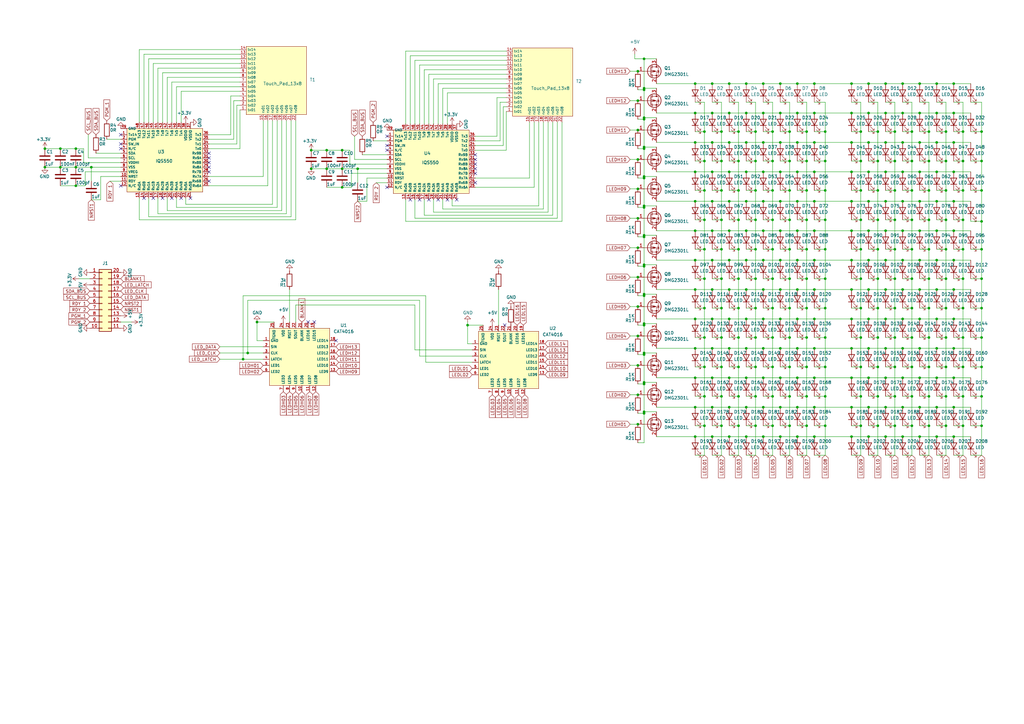
<source format=kicad_sch>
(kicad_sch (version 20211123) (generator eeschema)
  (paper "A3")
  (lib_symbols
    (symbol "CAT4016_1"
      (property "Reference" "U2" (at 18.415 12.6318 0))
      (property "Value" "CAT4016_1" (at 18.415 10.0918 0))
      (symbol "CAT4016_1_1_1"
        (pin bidirectional line (at -14.605 6.35 0) (length 2.54) (name "GND") (number "1"))
        (pin bidirectional line (at 1.27 -14.605 90) (length 2.54) (name "LED6") (number "10"))
        (pin bidirectional line (at 4.445 -14.605 90) (length 2.54) (name "LED7") (number "11"))
        (pin bidirectional line (at 6.985 -14.605 90) (length 2.54) (name "LED8") (number "12"))
        (pin bidirectional line (at 15.24 -6.35 180) (length 2.54) (name "LED9") (number "13"))
        (pin bidirectional line (at 15.24 -3.81 180) (length 2.54) (name "LED10") (number "14"))
        (pin bidirectional line (at 15.24 -1.27 180) (length 2.54) (name "LED11") (number "15"))
        (pin bidirectional line (at 15.24 1.27 180) (length 2.54) (name "LED12") (number "16"))
        (pin bidirectional line (at 15.24 3.81 180) (length 2.54) (name "LED13") (number "17"))
        (pin bidirectional line (at 15.24 6.35 180) (length 2.54) (name "LED14") (number "18"))
        (pin bidirectional line (at 6.35 13.97 270) (length 2.54) (name "LED15") (number "19"))
        (pin bidirectional line (at -14.605 3.81 0) (length 2.54) (name "SIN") (number "2"))
        (pin bidirectional line (at 3.81 13.97 270) (length 2.54) (name "LED16") (number "20"))
        (pin bidirectional line (at 1.27 13.97 270) (length 2.54) (name "BLANK") (number "21"))
        (pin bidirectional line (at -1.27 13.97 270) (length 2.54) (name "SOUT") (number "22"))
        (pin bidirectional line (at -3.81 13.97 270) (length 2.54) (name "RSET") (number "23"))
        (pin bidirectional line (at -6.35 13.97 270) (length 2.54) (name "VDD") (number "24"))
        (pin bidirectional line (at -10.16 13.97 270) (length 2.54) (name "TGND") (number "25"))
        (pin bidirectional line (at -14.605 1.27 0) (length 2.54) (name "CLK") (number "3"))
        (pin bidirectional line (at -14.605 -1.27 0) (length 2.54) (name "LATCH") (number "4"))
        (pin bidirectional line (at -14.605 -3.81 0) (length 2.54) (name "LED1") (number "5"))
        (pin bidirectional line (at -14.605 -6.35 0) (length 2.54) (name "LED2") (number "6"))
        (pin bidirectional line (at -6.35 -14.605 90) (length 2.54) (name "LED3") (number "7"))
        (pin bidirectional line (at -3.81 -14.605 90) (length 2.54) (name "LED4") (number "8"))
        (pin bidirectional line (at -1.27 -14.605 90) (length 2.54) (name "LED5") (number "9"))
      )
    )
    (symbol "Connector_Generic:Conn_02x10_Counter_Clockwise" (pin_names (offset 1.016) hide)
      (property "Reference" "J" (at 1.27 12.7 0))
      (property "Value" "Conn_02x10_Counter_Clockwise" (at 1.27 -15.24 0))
      (symbol "Conn_02x10_Counter_Clockwise_1_1"
        (pin passive line (at -5.08 10.16 0) (length 3.81) (name "Pin_1") (number "1"))
        (pin passive line (at -5.08 -12.7 0) (length 3.81) (name "Pin_10") (number "10"))
        (pin passive line (at 7.62 -12.7 180) (length 3.81) (name "Pin_11") (number "11"))
        (pin passive line (at 7.62 -10.16 180) (length 3.81) (name "Pin_12") (number "12"))
        (pin passive line (at 7.62 -7.62 180) (length 3.81) (name "Pin_13") (number "13"))
        (pin passive line (at 7.62 -5.08 180) (length 3.81) (name "Pin_14") (number "14"))
        (pin passive line (at 7.62 -2.54 180) (length 3.81) (name "Pin_15") (number "15"))
        (pin passive line (at 7.62 0 180) (length 3.81) (name "Pin_16") (number "16"))
        (pin passive line (at 7.62 2.54 180) (length 3.81) (name "Pin_17") (number "17"))
        (pin passive line (at 7.62 5.08 180) (length 3.81) (name "Pin_18") (number "18"))
        (pin passive line (at 7.62 7.62 180) (length 3.81) (name "Pin_19") (number "19"))
        (pin passive line (at -5.08 7.62 0) (length 3.81) (name "Pin_2") (number "2"))
        (pin passive line (at 7.62 10.16 180) (length 3.81) (name "Pin_20") (number "20"))
        (pin passive line (at -5.08 5.08 0) (length 3.81) (name "Pin_3") (number "3"))
        (pin passive line (at -5.08 2.54 0) (length 3.81) (name "Pin_4") (number "4"))
        (pin passive line (at -5.08 0 0) (length 3.81) (name "Pin_5") (number "5"))
        (pin passive line (at -5.08 -2.54 0) (length 3.81) (name "Pin_6") (number "6"))
        (pin passive line (at -5.08 -5.08 0) (length 3.81) (name "Pin_7") (number "7"))
        (pin passive line (at -5.08 -7.62 0) (length 3.81) (name "Pin_8") (number "8"))
        (pin passive line (at -5.08 -10.16 0) (length 3.81) (name "Pin_9") (number "9"))
      )
    )
    (symbol "Device:C" (pin_numbers hide) (pin_names (offset 0.254))
      (property "Reference" "C" (at 0.635 2.54 0))
      (property "Value" "C" (at 0.635 -2.54 0))
      (symbol "C_1_1"
        (pin passive line (at 0 3.81 270) (length 2.794) (name "~") (number "1"))
        (pin passive line (at 0 -3.81 90) (length 2.794) (name "~") (number "2"))
      )
    )
    (symbol "Device:LED" (pin_numbers hide) (pin_names (offset 1.016) hide)
      (property "Reference" "D" (at 0 2.54 0))
      (property "Value" "LED" (at 0 -2.54 0))
      (symbol "LED_1_1"
        (pin passive line (at -3.81 0 0) (length 2.54) (name "K") (number "1"))
        (pin passive line (at 3.81 0 180) (length 2.54) (name "A") (number "2"))
      )
    )
    (symbol "Device:R" (pin_numbers hide) (pin_names (offset 0))
      (property "Reference" "R" (at 2.032 0 90))
      (property "Value" "R" (at 0 0 90))
      (symbol "R_1_1"
        (pin passive line (at 0 3.81 270) (length 1.27) (name "~") (number "1"))
        (pin passive line (at 0 -3.81 90) (length 1.27) (name "~") (number "2"))
      )
    )
    (symbol "New_Library:CAT4016"
      (property "Reference" "U1" (at 18.415 12.6318 0))
      (property "Value" "CAT4016" (at 18.415 10.0918 0))
      (symbol "CAT4016_1_1"
        (pin bidirectional line (at -14.605 6.35 0) (length 2.54) (name "GND") (number "1"))
        (pin bidirectional line (at 1.27 -14.605 90) (length 2.54) (name "LED6") (number "10"))
        (pin bidirectional line (at 4.445 -14.605 90) (length 2.54) (name "LED7") (number "11"))
        (pin bidirectional line (at 6.985 -14.605 90) (length 2.54) (name "LED8") (number "12"))
        (pin bidirectional line (at 15.24 -6.35 180) (length 2.54) (name "LED9") (number "13"))
        (pin bidirectional line (at 15.24 -3.81 180) (length 2.54) (name "LED10") (number "14"))
        (pin bidirectional line (at 15.24 -1.27 180) (length 2.54) (name "LED11") (number "15"))
        (pin bidirectional line (at 15.24 1.27 180) (length 2.54) (name "LED12") (number "16"))
        (pin bidirectional line (at 15.24 3.81 180) (length 2.54) (name "LED13") (number "17"))
        (pin bidirectional line (at 15.24 6.35 180) (length 2.54) (name "LED14") (number "18"))
        (pin bidirectional line (at 6.35 13.97 270) (length 2.54) (name "LED15") (number "19"))
        (pin bidirectional line (at -14.605 3.81 0) (length 2.54) (name "SIN") (number "2"))
        (pin bidirectional line (at 3.81 13.97 270) (length 2.54) (name "LED16") (number "20"))
        (pin bidirectional line (at 1.27 13.97 270) (length 2.54) (name "BLANK") (number "21"))
        (pin bidirectional line (at -1.27 13.97 270) (length 2.54) (name "SOUT") (number "22"))
        (pin bidirectional line (at -3.81 13.97 270) (length 2.54) (name "RSET") (number "23"))
        (pin bidirectional line (at -6.35 13.97 270) (length 2.54) (name "VDD") (number "24"))
        (pin bidirectional line (at -10.16 13.97 270) (length 2.54) (name "TGND") (number "25"))
        (pin bidirectional line (at -14.605 1.27 0) (length 2.54) (name "CLK") (number "3"))
        (pin bidirectional line (at -14.605 -1.27 0) (length 2.54) (name "LATCH") (number "4"))
        (pin bidirectional line (at -14.605 -3.81 0) (length 2.54) (name "LED1") (number "5"))
        (pin bidirectional line (at -14.605 -6.35 0) (length 2.54) (name "LED2") (number "6"))
        (pin bidirectional line (at -6.35 -14.605 90) (length 2.54) (name "LED3") (number "7"))
        (pin bidirectional line (at -3.81 -14.605 90) (length 2.54) (name "LED4") (number "8"))
        (pin bidirectional line (at -1.27 -14.605 90) (length 2.54) (name "LED5") (number "9"))
      )
    )
    (symbol "New_Library:IQS550"
      (property "Reference" "U" (at -1.905 3.81 0))
      (property "Value" "IQS550" (at 0.635 0.635 0))
      (symbol "IQS550_1_1"
        (pin input line (at -17.78 10.795 0) (length 2.54) (name "Tx14") (number "1"))
        (pin bidirectional line (at -17.78 -6.35 0) (length 2.54) (name "NRST") (number "10"))
        (pin bidirectional line (at -17.78 -8.255 0) (length 2.54) (name "RDY") (number "11"))
        (pin bidirectional line (at -17.78 -10.16 0) (length 2.54) (name "N/C") (number "12"))
        (pin bidirectional line (at -10.16 -15.24 90) (length 2.54) (name "Rx0A") (number "13"))
        (pin bidirectional line (at -8.255 -15.24 90) (length 2.54) (name "Rx0B") (number "14"))
        (pin bidirectional line (at -6.35 -15.24 90) (length 2.54) (name "Rx1A") (number "15"))
        (pin bidirectional line (at -4.445 -15.24 90) (length 2.54) (name "Rx1B") (number "16"))
        (pin bidirectional line (at -2.54 -15.24 90) (length 2.54) (name "Rx2A") (number "17"))
        (pin bidirectional line (at -0.635 -15.24 90) (length 2.54) (name "Rx2B") (number "18"))
        (pin bidirectional line (at 1.27 -15.24 90) (length 2.54) (name "Rx3A") (number "19"))
        (pin bidirectional line (at -17.78 8.89 0) (length 2.54) (name "PGM") (number "2"))
        (pin bidirectional line (at 3.175 -15.24 90) (length 2.54) (name "Rx3B") (number "20"))
        (pin bidirectional line (at 5.08 -15.24 90) (length 2.54) (name "Rx4A") (number "21"))
        (pin bidirectional line (at 6.985 -15.24 90) (length 2.54) (name "Rx4B") (number "22"))
        (pin bidirectional line (at 8.89 -15.24 90) (length 2.54) (name "Rx5A") (number "23"))
        (pin bidirectional line (at 10.795 -15.24 90) (length 2.54) (name "Rx5B") (number "24"))
        (pin bidirectional line (at 18.415 -10.16 180) (length 2.54) (name "Rx6A") (number "25"))
        (pin bidirectional line (at 18.415 -8.255 180) (length 2.54) (name "Rx6B") (number "26"))
        (pin bidirectional line (at 18.415 -6.35 180) (length 2.54) (name "Rx7A") (number "27"))
        (pin bidirectional line (at 18.415 -4.445 180) (length 2.54) (name "Rx7B") (number "28"))
        (pin bidirectional line (at 18.415 -2.54 180) (length 2.54) (name "Rx8A") (number "29"))
        (pin bidirectional line (at -17.78 6.985 0) (length 2.54) (name "SW_IN") (number "3"))
        (pin bidirectional line (at 18.415 -0.635 180) (length 2.54) (name "Rx8B") (number "30"))
        (pin bidirectional line (at 18.415 1.27 180) (length 2.54) (name "Rx9A") (number "31"))
        (pin bidirectional line (at 18.415 3.175 180) (length 2.54) (name "Rx9B") (number "32"))
        (pin bidirectional line (at 18.415 5.08 180) (length 2.54) (name "Tx0") (number "33"))
        (pin bidirectional line (at 18.415 6.985 180) (length 2.54) (name "Tx1") (number "34"))
        (pin bidirectional line (at 18.415 8.89 180) (length 2.54) (name "Tx2") (number "35"))
        (pin bidirectional line (at 18.415 10.795 180) (length 2.54) (name "Tx3") (number "36"))
        (pin bidirectional line (at 10.795 15.875 270) (length 2.54) (name "VSSIO") (number "37"))
        (pin bidirectional line (at 8.89 15.875 270) (length 2.54) (name "VDDIO") (number "38"))
        (pin bidirectional line (at 6.985 15.875 270) (length 2.54) (name "Tx4") (number "39"))
        (pin bidirectional line (at -17.78 5.08 0) (length 2.54) (name "N/C") (number "4"))
        (pin bidirectional line (at 5.08 15.875 270) (length 2.54) (name "Tx5") (number "40"))
        (pin bidirectional line (at 3.175 15.875 270) (length 2.54) (name "Tx6") (number "41"))
        (pin bidirectional line (at 1.27 15.875 270) (length 2.54) (name "Tx7") (number "42"))
        (pin bidirectional line (at -0.635 15.875 270) (length 2.54) (name "Tx8") (number "43"))
        (pin bidirectional line (at -2.54 15.875 270) (length 2.54) (name "Tx9") (number "44"))
        (pin bidirectional line (at -4.445 15.875 270) (length 2.54) (name "Tx10") (number "45"))
        (pin bidirectional line (at -6.35 15.875 270) (length 2.54) (name "Tx11") (number "46"))
        (pin bidirectional line (at -8.255 15.875 270) (length 2.54) (name "Tx12") (number "47"))
        (pin bidirectional line (at -10.16 15.875 270) (length 2.54) (name "Tx13") (number "48"))
        (pin bidirectional line (at -17.78 13.335 0) (length 2.54) (name "GND") (number "49"))
        (pin bidirectional line (at -17.78 3.175 0) (length 2.54) (name "SDA") (number "5"))
        (pin bidirectional line (at -17.78 1.27 0) (length 2.54) (name "SCL") (number "6"))
        (pin bidirectional line (at -17.78 -0.635 0) (length 2.54) (name "VDDHI") (number "7"))
        (pin bidirectional line (at -17.78 -2.54 0) (length 2.54) (name "VSS") (number "8"))
        (pin bidirectional line (at -17.78 -4.445 0) (length 2.54) (name "VREG") (number "9"))
      )
    )
    (symbol "New_Library:Touch_Pad_13x8"
      (property "Reference" "T" (at -1.27 1.27 0))
      (property "Value" "Touch_Pad_13x8" (at -0.635 -1.27 0))
      (symbol "Touch_Pad_13x8_1_1"
        (pin bidirectional line (at -16.51 -11.43 0) (length 2.54) (name "tx01") (number "1"))
        (pin bidirectional line (at -16.51 5.715 0) (length 2.54) (name "tx10") (number "10"))
        (pin bidirectional line (at -16.51 7.62 0) (length 2.54) (name "tx11") (number "11"))
        (pin bidirectional line (at -16.51 9.525 0) (length 2.54) (name "tx12") (number "12"))
        (pin bidirectional line (at -16.51 11.43 0) (length 2.54) (name "tx13") (number "13"))
        (pin bidirectional line (at -16.51 13.335 0) (length 2.54) (name "tx14") (number "14"))
        (pin bidirectional line (at -6.985 -15.875 90) (length 2.54) (name "rx01") (number "15"))
        (pin bidirectional line (at -5.08 -15.875 90) (length 2.54) (name "rx02") (number "16"))
        (pin bidirectional line (at -3.175 -15.875 90) (length 2.54) (name "rx03") (number "17"))
        (pin bidirectional line (at -1.27 -15.875 90) (length 2.54) (name "rx04") (number "18"))
        (pin bidirectional line (at 0.635 -15.875 90) (length 2.54) (name "rx05") (number "19"))
        (pin bidirectional line (at -16.51 -9.525 0) (length 2.54) (name "tx02") (number "2"))
        (pin bidirectional line (at 2.54 -15.875 90) (length 2.54) (name "rx06") (number "20"))
        (pin bidirectional line (at 4.445 -15.875 90) (length 2.54) (name "rx07") (number "21"))
        (pin bidirectional line (at 6.35 -15.875 90) (length 2.54) (name "rx08") (number "22"))
        (pin bidirectional line (at -16.51 -7.62 0) (length 2.54) (name "tx03") (number "3"))
        (pin bidirectional line (at -16.51 -5.715 0) (length 2.54) (name "tx04") (number "4"))
        (pin bidirectional line (at -16.51 -3.81 0) (length 2.54) (name "tx05") (number "5"))
        (pin bidirectional line (at -16.51 -1.905 0) (length 2.54) (name "tx06") (number "6"))
        (pin bidirectional line (at -16.51 0 0) (length 2.54) (name "tx07") (number "7"))
        (pin bidirectional line (at -16.51 1.905 0) (length 2.54) (name "tx08") (number "8"))
        (pin bidirectional line (at -16.51 3.81 0) (length 2.54) (name "tx09") (number "9"))
      )
    )
    (symbol "Touch_Pad_13x8_1"
      (property "Reference" "T" (at -1.27 1.27 0))
      (property "Value" "Touch_Pad_13x8_1" (at -0.635 -1.27 0))
      (symbol "Touch_Pad_13x8_1_1_1"
        (pin bidirectional line (at -16.51 -11.43 0) (length 2.54) (name "tx01") (number "1"))
        (pin bidirectional line (at -16.51 5.715 0) (length 2.54) (name "tx10") (number "10"))
        (pin bidirectional line (at -16.51 7.62 0) (length 2.54) (name "tx11") (number "11"))
        (pin bidirectional line (at -16.51 9.525 0) (length 2.54) (name "tx12") (number "12"))
        (pin bidirectional line (at -16.51 11.43 0) (length 2.54) (name "tx13") (number "13"))
        (pin bidirectional line (at -16.51 13.335 0) (length 2.54) (name "tx14") (number "14"))
        (pin bidirectional line (at -6.985 -15.875 90) (length 2.54) (name "rx01") (number "15"))
        (pin bidirectional line (at -5.08 -15.875 90) (length 2.54) (name "rx02") (number "16"))
        (pin bidirectional line (at -3.175 -15.875 90) (length 2.54) (name "rx03") (number "17"))
        (pin bidirectional line (at -1.27 -15.875 90) (length 2.54) (name "rx04") (number "18"))
        (pin bidirectional line (at 0.635 -15.875 90) (length 2.54) (name "rx05") (number "19"))
        (pin bidirectional line (at -16.51 -9.525 0) (length 2.54) (name "tx02") (number "2"))
        (pin bidirectional line (at 2.54 -15.875 90) (length 2.54) (name "rx06") (number "20"))
        (pin bidirectional line (at 4.445 -15.875 90) (length 2.54) (name "rx07") (number "21"))
        (pin bidirectional line (at 6.35 -15.875 90) (length 2.54) (name "rx08") (number "22"))
        (pin bidirectional line (at -16.51 -7.62 0) (length 2.54) (name "tx03") (number "3"))
        (pin bidirectional line (at -16.51 -5.715 0) (length 2.54) (name "tx04") (number "4"))
        (pin bidirectional line (at -16.51 -3.81 0) (length 2.54) (name "tx05") (number "5"))
        (pin bidirectional line (at -16.51 -1.905 0) (length 2.54) (name "tx06") (number "6"))
        (pin bidirectional line (at -16.51 0 0) (length 2.54) (name "tx07") (number "7"))
        (pin bidirectional line (at -16.51 1.905 0) (length 2.54) (name "tx08") (number "8"))
        (pin bidirectional line (at -16.51 3.81 0) (length 2.54) (name "tx09") (number "9"))
      )
    )
    (symbol "Transistor_FET:DMG2301L" (pin_names hide)
      (property "Reference" "Q" (at 5.08 1.905 0))
      (property "Value" "DMG2301L" (at 5.08 0 0))
      (symbol "DMG2301L_1_1"
        (pin input line (at -5.08 0 0) (length 2.54) (name "G") (number "1"))
        (pin passive line (at 2.54 -5.08 90) (length 2.54) (name "S") (number "2"))
        (pin passive line (at 2.54 5.08 270) (length 2.54) (name "D") (number "3"))
      )
    )
    (symbol "power:+3.3V" (power) (pin_names (offset 0))
      (property "Value" "+3.3V" (at 0 3.556 0))
      (symbol "+3.3V_1_1"
        (pin power_in line (at 0 0 90) (length 0) hide (name "+3.3V") (number "1"))
      )
    )
    (symbol "power:+5V" (power) (pin_names (offset 0))
      (property "Value" "+5V" (at 0 3.556 0))
      (symbol "+5V_1_1"
        (pin power_in line (at 0 0 90) (length 0) hide (name "+5V") (number "1"))
      )
    )
    (symbol "power:GND" (power) (pin_names (offset 0))
      (property "Value" "GND" (at 0 -3.81 0))
      (symbol "GND_1_1"
        (pin power_in line (at 0 0 270) (length 0) hide (name "GND") (number "1"))
      )
    )
  )
  (junction (at 306.07 46.355))
  (junction (at 309.88 114.3))
  (junction (at 140.335 76.835))
  (junction (at 338.455 150.495))
  (junction (at 264.16 144.78))
  (junction (at 261.62 149.86))
  (junction (at 292.1 46.355))
  (junction (at 316.865 126.365))
  (junction (at 402.59 162.56))
  (junction (at 323.85 114.3))
  (junction (at 295.91 126.365))
  (junction (at 367.03 114.3))
  (junction (at 292.1 106.68))
  (junction (at 384.175 179.07))
  (junction (at 349.25 70.485))
  (junction (at 309.88 53.975))
  (junction (at 370.205 34.29))
  (junction (at 140.335 61.595))
  (junction (at 292.1 154.94))
  (junction (at 264.16 72.39))
  (junction (at 391.16 70.485))
  (junction (at 356.235 167.005))
  (junction (at 377.19 46.355))
  (junction (at 391.16 179.07))
  (junction (at 334.01 70.485))
  (junction (at 370.205 154.94))
  (junction (at 402.59 53.975))
  (junction (at 370.205 167.005))
  (junction (at 295.91 78.105))
  (junction (at 384.175 70.485))
  (junction (at 334.01 106.68))
  (junction (at 99.695 147.32))
  (junction (at 349.25 58.42))
  (junction (at 299.085 46.355))
  (junction (at 320.04 70.485))
  (junction (at 316.865 102.235))
  (junction (at 264.16 60.325))
  (junction (at 320.04 154.94))
  (junction (at 353.06 114.3))
  (junction (at 381 138.43))
  (junction (at 377.19 130.81))
  (junction (at 127.635 61.595))
  (junction (at 370.205 46.355))
  (junction (at 394.97 162.56))
  (junction (at 363.22 179.07))
  (junction (at 146.685 69.215))
  (junction (at 302.895 78.105))
  (junction (at 402.59 102.235))
  (junction (at 306.07 130.81))
  (junction (at 334.01 46.355))
  (junction (at 334.01 34.29))
  (junction (at 261.62 41.275))
  (junction (at 353.06 53.975))
  (junction (at 356.235 34.29))
  (junction (at 327.025 118.745))
  (junction (at 327.025 70.485))
  (junction (at 367.03 90.17))
  (junction (at 330.835 53.975))
  (junction (at 306.07 82.55))
  (junction (at 384.175 118.745))
  (junction (at 327.025 167.005))
  (junction (at 292.1 34.29))
  (junction (at 264.16 157.48))
  (junction (at 288.925 138.43))
  (junction (at 299.085 34.29))
  (junction (at 133.985 61.595))
  (junction (at 381 162.56))
  (junction (at 387.985 114.3))
  (junction (at 349.25 106.68))
  (junction (at 316.865 114.3))
  (junction (at 367.03 162.56))
  (junction (at 299.085 70.485))
  (junction (at 356.235 70.485))
  (junction (at 261.62 53.34))
  (junction (at 377.19 94.615))
  (junction (at 261.62 161.925))
  (junction (at 133.985 69.215))
  (junction (at 302.895 138.43))
  (junction (at 285.115 70.485))
  (junction (at 261.62 77.47))
  (junction (at 349.25 142.875))
  (junction (at 360.045 174.625))
  (junction (at 288.925 174.625))
  (junction (at 288.925 114.3))
  (junction (at 299.085 94.615))
  (junction (at 356.235 46.355))
  (junction (at 391.16 167.005))
  (junction (at 313.055 130.81))
  (junction (at 330.835 66.04))
  (junction (at 374.015 174.625))
  (junction (at 327.025 46.355))
  (junction (at 285.115 142.875))
  (junction (at 316.865 90.17))
  (junction (at 288.925 126.365))
  (junction (at 334.01 179.07))
  (junction (at 391.16 130.81))
  (junction (at 264.16 169.545))
  (junction (at 261.62 125.73))
  (junction (at 334.01 118.745))
  (junction (at 360.045 114.3))
  (junction (at 391.16 118.745))
  (junction (at 374.015 66.04))
  (junction (at 402.59 150.495))
  (junction (at 299.085 82.55))
  (junction (at 327.025 154.94))
  (junction (at 285.115 106.68))
  (junction (at 313.055 34.29))
  (junction (at 353.06 102.235))
  (junction (at 394.97 174.625))
  (junction (at 334.01 142.875))
  (junction (at 285.115 94.615))
  (junction (at 320.04 142.875))
  (junction (at 313.055 167.005))
  (junction (at 349.25 46.355))
  (junction (at 264.16 73.025))
  (junction (at 349.25 82.55))
  (junction (at 191.77 133.35))
  (junction (at 309.88 126.365))
  (junction (at 353.06 150.495))
  (junction (at 285.115 58.42))
  (junction (at 323.85 162.56))
  (junction (at 127.635 69.215))
  (junction (at 377.19 179.07))
  (junction (at 313.055 118.745))
  (junction (at 387.985 90.17))
  (junction (at 334.01 58.42))
  (junction (at 338.455 78.105))
  (junction (at 313.055 179.07))
  (junction (at 394.97 78.105))
  (junction (at 306.07 106.68))
  (junction (at 309.88 162.56))
  (junction (at 374.015 138.43))
  (junction (at 306.07 167.005))
  (junction (at 334.01 82.55))
  (junction (at 295.91 66.04))
  (junction (at 360.045 138.43))
  (junction (at 367.03 78.105))
  (junction (at 391.16 34.29))
  (junction (at 264.16 168.91))
  (junction (at 330.835 90.17))
  (junction (at 285.115 179.07))
  (junction (at 330.835 114.3))
  (junction (at 363.22 46.355))
  (junction (at 402.59 90.805))
  (junction (at 316.865 138.43))
  (junction (at 370.205 130.81))
  (junction (at 338.455 53.975))
  (junction (at 353.06 126.365))
  (junction (at 402.59 174.625))
  (junction (at 353.06 174.625))
  (junction (at 320.04 130.81))
  (junction (at 353.06 138.43))
  (junction (at 313.055 94.615))
  (junction (at 370.205 82.55))
  (junction (at 309.88 174.625))
  (junction (at 31.115 60.96))
  (junction (at 374.015 162.56))
  (junction (at 264.16 48.895))
  (junction (at 327.025 179.07))
  (junction (at 323.85 78.105))
  (junction (at 309.88 66.04))
  (junction (at 391.16 58.42))
  (junction (at 377.19 58.42))
  (junction (at 264.16 108.585))
  (junction (at 295.91 90.17))
  (junction (at 302.895 90.17))
  (junction (at 264.16 24.13))
  (junction (at 391.16 82.55))
  (junction (at 285.115 130.81))
  (junction (at 330.835 162.56))
  (junction (at 299.085 118.745))
  (junction (at 323.85 102.235))
  (junction (at 327.025 142.875))
  (junction (at 288.925 53.975))
  (junction (at 323.85 174.625))
  (junction (at 288.925 66.04))
  (junction (at 299.085 130.81))
  (junction (at 24.765 60.96))
  (junction (at 349.25 154.94))
  (junction (at 306.07 34.29))
  (junction (at 377.19 154.94))
  (junction (at 306.07 142.875))
  (junction (at 320.04 34.29))
  (junction (at 370.205 142.875))
  (junction (at 349.25 34.29))
  (junction (at 101.6 144.78))
  (junction (at 377.19 142.875))
  (junction (at 370.205 106.68))
  (junction (at 292.1 82.55))
  (junction (at 299.085 167.005))
  (junction (at 302.895 114.3))
  (junction (at 302.895 66.04))
  (junction (at 349.25 179.07))
  (junction (at 299.085 179.07))
  (junction (at 292.1 70.485))
  (junction (at 313.055 58.42))
  (junction (at 327.025 130.81))
  (junction (at 381 102.235))
  (junction (at 391.16 46.355))
  (junction (at 363.22 106.68))
  (junction (at 381 53.975))
  (junction (at 367.03 66.04))
  (junction (at 330.835 102.235))
  (junction (at 394.97 114.3))
  (junction (at 360.045 102.235))
  (junction (at 327.025 34.29))
  (junction (at 264.16 96.52))
  (junction (at 356.235 94.615))
  (junction (at 320.04 46.355))
  (junction (at 299.085 154.94))
  (junction (at 323.85 138.43))
  (junction (at 323.85 126.365))
  (junction (at 327.025 106.68))
  (junction (at 316.865 66.04))
  (junction (at 356.235 179.07))
  (junction (at 394.97 138.43))
  (junction (at 261.62 65.405))
  (junction (at 299.085 142.875))
  (junction (at 402.59 114.3))
  (junction (at 24.765 68.58))
  (junction (at 334.01 130.81))
  (junction (at 349.25 130.81))
  (junction (at 330.835 138.43))
  (junction (at 370.205 179.07))
  (junction (at 292.1 58.42))
  (junction (at 320.04 94.615))
  (junction (at 391.16 142.875))
  (junction (at 363.22 118.745))
  (junction (at 313.055 46.355))
  (junction (at 381 114.3))
  (junction (at 264.16 36.195))
  (junction (at 387.985 78.105))
  (junction (at 353.06 78.105))
  (junction (at 353.06 162.56))
  (junction (at 374.015 126.365))
  (junction (at 377.19 34.29))
  (junction (at 402.59 66.04))
  (junction (at 261.62 137.795))
  (junction (at 367.03 150.495))
  (junction (at 387.985 174.625))
  (junction (at 374.015 114.3))
  (junction (at 363.22 58.42))
  (junction (at 377.19 82.55))
  (junction (at 330.835 126.365))
  (junction (at 306.07 70.485))
  (junction (at 374.015 53.975))
  (junction (at 349.25 167.005))
  (junction (at 313.055 70.485))
  (junction (at 381 126.365))
  (junction (at 370.205 70.485))
  (junction (at 306.07 118.745))
  (junction (at 295.91 114.3))
  (junction (at 320.04 118.745))
  (junction (at 338.455 126.365))
  (junction (at 288.925 150.495))
  (junction (at 302.895 150.495))
  (junction (at 334.01 94.615))
  (junction (at 261.62 101.6))
  (junction (at 299.085 106.68))
  (junction (at 356.235 58.42))
  (junction (at 309.88 150.495))
  (junction (at 349.25 118.745))
  (junction (at 264.16 60.96))
  (junction (at 377.19 70.485))
  (junction (at 292.1 94.615))
  (junction (at 313.055 106.68))
  (junction (at 323.85 53.975))
  (junction (at 363.22 34.29))
  (junction (at 288.925 90.17))
  (junction (at 387.985 126.365))
  (junction (at 292.1 118.745))
  (junction (at 306.07 94.615))
  (junction (at 381 78.105))
  (junction (at 360.045 90.17))
  (junction (at 18.415 60.96))
  (junction (at 394.97 53.975))
  (junction (at 349.25 94.615))
  (junction (at 367.03 174.625))
  (junction (at 316.865 174.625))
  (junction (at 381 150.495))
  (junction (at 288.925 78.105))
  (junction (at 261.62 113.665))
  (junction (at 370.205 94.615))
  (junction (at 320.04 82.55))
  (junction (at 327.025 58.42))
  (junction (at 381 66.04))
  (junction (at 384.175 94.615))
  (junction (at 295.91 150.495))
  (junction (at 285.115 82.55))
  (junction (at 360.045 66.04))
  (junction (at 292.1 130.81))
  (junction (at 356.235 118.745))
  (junction (at 387.985 162.56))
  (junction (at 384.175 34.29))
  (junction (at 264.16 133.35))
  (junction (at 302.895 162.56))
  (junction (at 338.455 114.3))
  (junction (at 356.235 142.875))
  (junction (at 360.045 126.365))
  (junction (at 360.045 150.495))
  (junction (at 313.055 142.875))
  (junction (at 387.985 150.495))
  (junction (at 302.895 126.365))
  (junction (at 353.06 90.17))
  (junction (at 323.85 66.04))
  (junction (at 363.22 142.875))
  (junction (at 37.465 68.58))
  (junction (at 295.91 102.235))
  (junction (at 309.88 90.17))
  (junction (at 381 174.625))
  (junction (at 330.835 78.105))
  (junction (at 370.205 118.745))
  (junction (at 288.925 102.235))
  (junction (at 264.16 97.155))
  (junction (at 374.015 150.495))
  (junction (at 323.85 150.495))
  (junction (at 394.97 102.235))
  (junction (at 391.16 106.68))
  (junction (at 356.235 106.68))
  (junction (at 360.045 78.105))
  (junction (at 306.07 58.42))
  (junction (at 309.88 78.105))
  (junction (at 295.91 162.56))
  (junction (at 402.59 126.365))
  (junction (at 363.22 70.485))
  (junction (at 384.175 82.55))
  (junction (at 363.22 130.81))
  (junction (at 320.04 167.005))
  (junction (at 330.835 150.495))
  (junction (at 316.865 150.495))
  (junction (at 309.88 102.235))
  (junction (at 261.62 173.99))
  (junction (at 316.865 53.975))
  (junction (at 377.19 167.005))
  (junction (at 105.41 132.08))
  (junction (at 316.865 78.105))
  (junction (at 264.16 36.83))
  (junction (at 363.22 94.615))
  (junction (at 387.985 102.235))
  (junction (at 367.03 138.43))
  (junction (at 285.115 154.94))
  (junction (at 334.01 154.94))
  (junction (at 299.085 58.42))
  (junction (at 384.175 130.81))
  (junction (at 18.415 68.58))
  (junction (at 264.16 121.285))
  (junction (at 377.19 106.68))
  (junction (at 360.045 53.975))
  (junction (at 367.03 102.235))
  (junction (at 384.175 58.42))
  (junction (at 394.97 150.495))
  (junction (at 285.115 34.29))
  (junction (at 384.175 106.68))
  (junction (at 356.235 130.81))
  (junction (at 330.835 174.625))
  (junction (at 363.22 82.55))
  (junction (at 264.16 84.455))
  (junction (at 264.16 145.415))
  (junction (at 387.985 53.975))
  (junction (at 367.03 53.975))
  (junction (at 313.055 82.55))
  (junction (at 387.985 66.04))
  (junction (at 31.115 68.58))
  (junction (at 261.62 89.535))
  (junction (at 320.04 58.42))
  (junction (at 264.16 85.09))
  (junction (at 338.455 162.56))
  (junction (at 394.97 90.17))
  (junction (at 381 90.17))
  (junction (at 261.62 29.21))
  (junction (at 295.91 138.43))
  (junction (at 295.91 174.625))
  (junction (at 338.455 90.17))
  (junction (at 338.455 138.43))
  (junction (at 264.16 156.845))
  (junction (at 292.1 142.875))
  (junction (at 302.895 174.625))
  (junction (at 338.455 102.235))
  (junction (at 374.015 78.105))
  (junction (at 370.205 58.42))
  (junction (at 374.015 102.235))
  (junction (at 302.895 53.975))
  (junction (at 360.045 162.56))
  (junction (at 402.59 138.43))
  (junction (at 394.97 66.04))
  (junction (at 292.1 167.005))
  (junction (at 391.16 154.94))
  (junction (at 387.985 138.43))
  (junction (at 309.88 138.43))
  (junction (at 285.115 167.005))
  (junction (at 295.91 53.975))
  (junction (at 264.16 48.26))
  (junction (at 31.115 76.2))
  (junction (at 316.865 162.56))
  (junction (at 363.22 154.94))
  (junction (at 374.015 90.17))
  (junction (at 288.925 162.56))
  (junction (at 377.19 118.745))
  (junction (at 285.115 118.745))
  (junction (at 264.16 120.65))
  (junction (at 338.455 66.04))
  (junction (at 285.115 46.355))
  (junction (at 384.175 142.875))
  (junction (at 394.97 126.365))
  (junction (at 356.235 154.94))
  (junction (at 313.055 154.94))
  (junction (at 384.175 154.94))
  (junction (at 306.07 179.07))
  (junction (at 384.175 46.355))
  (junction (at 338.455 174.625))
  (junction (at 302.895 102.235))
  (junction (at 306.07 154.94))
  (junction (at 327.025 94.615))
  (junction (at 327.025 82.55))
  (junction (at 320.04 106.68))
  (junction (at 356.235 82.55))
  (junction (at 334.01 167.005))
  (junction (at 292.1 179.07))
  (junction (at 264.16 109.22))
  (junction (at 391.16 94.615))
  (junction (at 402.59 78.105))
  (junction (at 367.03 126.365))
  (junction (at 384.175 167.005))
  (junction (at 140.335 69.215))
  (junction (at 323.85 90.17))
  (junction (at 320.04 179.07))
  (junction (at 353.06 66.04))
  (junction (at 264.16 132.715))
  (junction (at 363.22 167.005))
  (no_connect (at 49.53 76.2))
  (no_connect (at 85.725 74.295))
  (no_connect (at 194.945 63.5))
  (no_connect (at 194.945 65.405))
  (no_connect (at 158.75 61.595))
  (no_connect (at 175.895 81.915))
  (no_connect (at 158.75 59.69))
  (no_connect (at 194.945 67.31))
  (no_connect (at 194.945 71.12))
  (no_connect (at 85.725 62.865))
  (no_connect (at 78.105 81.28))
  (no_connect (at 70.485 81.28))
  (no_connect (at 194.945 69.215))
  (no_connect (at 85.725 70.485))
  (no_connect (at 85.725 66.675))
  (no_connect (at 158.75 55.88))
  (no_connect (at 128.905 132.08))
  (no_connect (at 172.085 81.915))
  (no_connect (at 74.295 81.28))
  (no_connect (at 49.53 59.055))
  (no_connect (at 62.865 81.28))
  (no_connect (at 126.365 132.08))
  (no_connect (at 194.945 74.93))
  (no_connect (at 168.275 81.915))
  (no_connect (at 137.795 139.7))
  (no_connect (at 49.53 55.245))
  (no_connect (at 59.055 81.28))
  (no_connect (at 49.53 60.96))
  (no_connect (at 183.515 81.915))
  (no_connect (at 66.675 81.28))
  (no_connect (at 207.01 133.35))
  (no_connect (at 179.705 81.915))
  (no_connect (at 187.325 81.915))
  (no_connect (at 158.75 76.835))
  (no_connect (at 85.725 64.77))
  (no_connect (at 85.725 68.58))
  (wire (pts (xy 363.22 66.04) (xy 367.03 66.04)))
  (wire (pts (xy 316.865 66.04) (xy 316.865 78.105)))
  (wire (pts (xy 320.04 138.43) (xy 323.85 138.43)))
  (wire (pts (xy 320.04 53.975) (xy 323.85 53.975)))
  (wire (pts (xy 285.115 126.365) (xy 288.925 126.365)))
  (wire (pts (xy 288.925 162.56) (xy 288.925 174.625)))
  (wire (pts (xy 313.055 106.68) (xy 320.04 106.68)))
  (wire (pts (xy 306.07 114.3) (xy 309.88 114.3)))
  (wire (pts (xy 191.77 140.97) (xy 193.675 140.97)))
  (wire (pts (xy 292.1 66.04) (xy 295.91 66.04)))
  (wire (pts (xy 334.01 41.91) (xy 338.455 41.91)))
  (wire (pts (xy 299.085 58.42) (xy 306.07 58.42)))
  (wire (pts (xy 299.085 82.55) (xy 306.07 82.55)))
  (wire (pts (xy 193.675 148.59) (xy 174.625 148.59)))
  (wire (pts (xy 381 186.69) (xy 377.19 186.69)))
  (wire (pts (xy 356.235 167.005) (xy 363.22 167.005)))
  (wire (pts (xy 185.42 81.915) (xy 185.42 84.455)))
  (wire (pts (xy 145.415 55.88) (xy 145.415 65.405)))
  (wire (pts (xy 302.895 66.04) (xy 302.895 78.105)))
  (wire (pts (xy 374.015 78.105) (xy 374.015 90.17)))
  (wire (pts (xy 295.91 41.91) (xy 295.91 53.975)))
  (wire (pts (xy 384.175 130.81) (xy 391.16 130.81)))
  (wire (pts (xy 309.88 162.56) (xy 309.88 174.625)))
  (wire (pts (xy 384.175 162.56) (xy 387.985 162.56)))
  (wire (pts (xy 370.205 102.235) (xy 374.015 102.235)))
  (wire (pts (xy 330.835 41.91) (xy 330.835 53.975)))
  (wire (pts (xy 381 90.17) (xy 381 102.235)))
  (wire (pts (xy 320.04 167.005) (xy 327.025 167.005)))
  (wire (pts (xy 174.625 121.285) (xy 99.695 121.285)))
  (wire (pts (xy 68.58 86.36) (xy 68.58 81.28)))
  (wire (pts (xy 309.88 114.3) (xy 309.88 126.365)))
  (wire (pts (xy 292.1 58.42) (xy 299.085 58.42)))
  (wire (pts (xy 105.41 139.7) (xy 105.41 132.08)))
  (wire (pts (xy 76.2 81.28) (xy 76.2 83.82)))
  (wire (pts (xy 334.01 142.875) (xy 349.25 142.875)))
  (wire (pts (xy 264.16 108.585) (xy 264.16 109.22)))
  (wire (pts (xy 334.01 162.56) (xy 338.455 162.56)))
  (wire (pts (xy 181.61 50.8) (xy 181.61 36.195)))
  (wire (pts (xy 370.205 138.43) (xy 374.015 138.43)))
  (wire (pts (xy 302.895 53.975) (xy 302.895 66.04)))
  (wire (pts (xy 384.175 34.29) (xy 391.16 34.29)))
  (wire (pts (xy 391.16 78.105) (xy 394.97 78.105)))
  (wire (pts (xy 261.62 97.155) (xy 264.16 97.155)))
  (wire (pts (xy 285.115 162.56) (xy 288.925 162.56)))
  (wire (pts (xy 356.235 78.105) (xy 360.045 78.105)))
  (wire (pts (xy 37.465 74.295) (xy 37.465 68.58)))
  (wire (pts (xy 72.39 35.56) (xy 98.425 35.56)))
  (wire (pts (xy 306.07 58.42) (xy 313.055 58.42)))
  (wire (pts (xy 327.025 46.355) (xy 334.01 46.355)))
  (wire (pts (xy 356.235 102.235) (xy 360.045 102.235)))
  (wire (pts (xy 384.175 167.005) (xy 391.16 167.005)))
  (wire (pts (xy 306.07 78.105) (xy 309.88 78.105)))
  (wire (pts (xy 356.235 94.615) (xy 363.22 94.615)))
  (wire (pts (xy 299.085 130.81) (xy 306.07 130.81)))
  (wire (pts (xy 121.285 132.08) (xy 121.285 125.095)))
  (wire (pts (xy 203.835 40.005) (xy 207.645 40.005)))
  (wire (pts (xy 370.205 154.94) (xy 377.19 154.94)))
  (wire (pts (xy 264.16 109.22) (xy 264.16 120.65)))
  (wire (pts (xy 363.22 102.235) (xy 367.03 102.235)))
  (wire (pts (xy 374.015 41.91) (xy 374.015 53.975)))
  (wire (pts (xy 68.58 31.75) (xy 68.58 50.165)))
  (wire (pts (xy 356.235 66.04) (xy 360.045 66.04)))
  (wire (pts (xy 363.22 34.29) (xy 370.205 34.29)))
  (wire (pts (xy 285.115 114.3) (xy 288.925 114.3)))
  (wire (pts (xy 381 114.3) (xy 381 126.365)))
  (wire (pts (xy 258.445 65.405) (xy 261.62 65.405)))
  (wire (pts (xy 34.29 66.675) (xy 34.29 60.96)))
  (wire (pts (xy 183.515 50.8) (xy 183.515 38.1)))
  (wire (pts (xy 306.07 174.625) (xy 309.88 174.625)))
  (wire (pts (xy 334.01 102.235) (xy 338.455 102.235)))
  (wire (pts (xy 360.045 41.91) (xy 360.045 53.975)))
  (wire (pts (xy 349.25 138.43) (xy 353.06 138.43)))
  (wire (pts (xy 334.01 70.485) (xy 349.25 70.485)))
  (wire (pts (xy 313.055 34.29) (xy 320.04 34.29)))
  (wire (pts (xy 295.91 78.105) (xy 295.91 90.17)))
  (wire (pts (xy 191.77 133.35) (xy 191.77 140.97)))
  (wire (pts (xy 381 138.43) (xy 381 150.495)))
  (wire (pts (xy 394.97 78.105) (xy 394.97 90.17)))
  (wire (pts (xy 309.88 78.105) (xy 309.88 90.17)))
  (wire (pts (xy 363.22 41.91) (xy 367.03 41.91)))
  (wire (pts (xy 370.205 179.07) (xy 377.19 179.07)))
  (wire (pts (xy 360.045 162.56) (xy 360.045 174.625)))
  (wire (pts (xy 370.205 130.81) (xy 377.19 130.81)))
  (wire (pts (xy 387.985 114.3) (xy 387.985 126.365)))
  (wire (pts (xy 299.085 118.745) (xy 306.07 118.745)))
  (wire (pts (xy 391.16 46.355) (xy 398.145 46.355)))
  (wire (pts (xy 230.505 50.165) (xy 230.505 90.805)))
  (wire (pts (xy 338.455 66.04) (xy 338.455 78.105)))
  (wire (pts (xy 370.205 114.3) (xy 374.015 114.3)))
  (wire (pts (xy 226.695 88.265) (xy 173.99 88.265)))
  (wire (pts (xy 370.205 167.005) (xy 377.19 167.005)))
  (wire (pts (xy 363.22 70.485) (xy 370.205 70.485)))
  (wire (pts (xy 363.22 58.42) (xy 370.205 58.42)))
  (wire (pts (xy 384.175 94.615) (xy 391.16 94.615)))
  (wire (pts (xy 306.07 118.745) (xy 313.055 118.745)))
  (wire (pts (xy 387.985 53.975) (xy 387.985 66.04)))
  (wire (pts (xy 168.275 50.8) (xy 168.275 22.86)))
  (wire (pts (xy 146.685 74.93) (xy 146.685 69.215)))
  (wire (pts (xy 327.025 53.975) (xy 330.835 53.975)))
  (wire (pts (xy 261.62 169.545) (xy 264.16 169.545)))
  (wire (pts (xy 31.115 60.96) (xy 24.765 60.96)))
  (wire (pts (xy 377.19 126.365) (xy 381 126.365)))
  (wire (pts (xy 398.145 66.04) (xy 402.59 66.04)))
  (wire (pts (xy 320.04 118.745) (xy 327.025 118.745)))
  (wire (pts (xy 330.835 174.625) (xy 330.835 186.69)))
  (wire (pts (xy 261.62 60.96) (xy 264.16 60.96)))
  (wire (pts (xy 334.01 94.615) (xy 349.25 94.615)))
  (wire (pts (xy 43.815 57.15) (xy 49.53 57.15)))
  (wire (pts (xy 349.25 118.745) (xy 356.235 118.745)))
  (wire (pts (xy 349.25 150.495) (xy 353.06 150.495)))
  (wire (pts (xy 349.25 70.485) (xy 356.235 70.485)))
  (wire (pts (xy 394.97 186.69) (xy 391.16 186.69)))
  (wire (pts (xy 264.16 108.585) (xy 269.24 108.585)))
  (wire (pts (xy 330.835 186.69) (xy 327.025 186.69)))
  (wire (pts (xy 381 66.04) (xy 381 78.105)))
  (wire (pts (xy 105.41 132.08) (xy 112.395 132.08)))
  (wire (pts (xy 285.115 138.43) (xy 288.925 138.43)))
  (wire (pts (xy 299.085 179.07) (xy 306.07 179.07)))
  (wire (pts (xy 377.19 46.355) (xy 384.175 46.355)))
  (wire (pts (xy 175.895 50.8) (xy 175.895 30.48)))
  (wire (pts (xy 306.07 126.365) (xy 309.88 126.365)))
  (wire (pts (xy 349.25 179.07) (xy 356.235 179.07)))
  (wire (pts (xy 391.16 94.615) (xy 398.145 94.615)))
  (wire (pts (xy 226.695 50.165) (xy 226.695 88.265)))
  (wire (pts (xy 222.885 50.165) (xy 222.885 85.725)))
  (wire (pts (xy 299.085 34.29) (xy 306.07 34.29)))
  (wire (pts (xy 302.895 186.69) (xy 299.085 186.69)))
  (wire (pts (xy 356.235 130.81) (xy 363.22 130.81)))
  (wire (pts (xy 353.06 126.365) (xy 353.06 138.43)))
  (wire (pts (xy 309.88 150.495) (xy 309.88 162.56)))
  (wire (pts (xy 261.62 133.35) (xy 264.16 133.35)))
  (wire (pts (xy 177.8 86.995) (xy 177.8 81.915)))
  (wire (pts (xy 327.025 126.365) (xy 330.835 126.365)))
  (wire (pts (xy 140.335 69.215) (xy 146.685 69.215)))
  (wire (pts (xy 172.085 26.67) (xy 207.645 26.67)))
  (wire (pts (xy 370.205 174.625) (xy 374.015 174.625)))
  (wire (pts (xy 323.85 102.235) (xy 323.85 114.3)))
  (wire (pts (xy 363.22 167.005) (xy 370.205 167.005)))
  (wire (pts (xy 320.04 78.105) (xy 323.85 78.105)))
  (wire (pts (xy 402.59 102.235) (xy 402.59 114.3)))
  (wire (pts (xy 398.145 41.91) (xy 402.59 41.91)))
  (wire (pts (xy 288.925 150.495) (xy 288.925 162.56)))
  (wire (pts (xy 367.03 90.17) (xy 367.03 102.235)))
  (wire (pts (xy 391.16 70.485) (xy 398.145 70.485)))
  (wire (pts (xy 323.85 126.365) (xy 323.85 138.43)))
  (wire (pts (xy 264.16 24.13) (xy 260.35 24.13)))
  (wire (pts (xy 206.375 59.69) (xy 206.375 43.815)))
  (wire (pts (xy 316.865 53.975) (xy 316.865 66.04)))
  (wire (pts (xy 313.055 142.875) (xy 320.04 142.875)))
  (wire (pts (xy 367.03 126.365) (xy 367.03 138.43)))
  (wire (pts (xy 313.055 102.235) (xy 316.865 102.235)))
  (wire (pts (xy 338.455 174.625) (xy 338.455 186.69)))
  (wire (pts (xy 334.01 130.81) (xy 349.25 130.81)))
  (wire (pts (xy 302.895 126.365) (xy 302.895 138.43)))
  (wire (pts (xy 230.505 90.805) (xy 166.37 90.805)))
  (wire (pts (xy 170.18 125.095) (xy 170.18 143.51)))
  (wire (pts (xy 353.06 66.04) (xy 353.06 78.105)))
  (wire (pts (xy 101.6 123.19) (xy 101.6 144.78)))
  (wire (pts (xy 360.045 126.365) (xy 360.045 138.43)))
  (wire (pts (xy 377.19 90.17) (xy 381 90.17)))
  (wire (pts (xy 384.175 174.625) (xy 387.985 174.625)))
  (wire (pts (xy 175.895 30.48) (xy 207.645 30.48)))
  (wire (pts (xy 264.16 156.845) (xy 264.16 145.415)))
  (wire (pts (xy 194.945 57.785) (xy 205.105 57.785)))
  (wire (pts (xy 384.175 82.55) (xy 391.16 82.55)))
  (wire (pts (xy 356.235 46.355) (xy 363.22 46.355)))
  (wire (pts (xy 387.985 150.495) (xy 387.985 162.56)))
  (wire (pts (xy 269.24 132.715) (xy 264.16 132.715)))
  (wire (pts (xy 391.16 174.625) (xy 394.97 174.625)))
  (wire (pts (xy 285.115 142.875) (xy 292.1 142.875)))
  (wire (pts (xy 391.16 179.07) (xy 398.145 179.07)))
  (wire (pts (xy 402.59 90.805) (xy 402.59 102.235)))
  (wire (pts (xy 353.06 186.69) (xy 349.25 186.69)))
  (wire (pts (xy 292.1 41.91) (xy 295.91 41.91)))
  (wire (pts (xy 384.175 70.485) (xy 391.16 70.485)))
  (wire (pts (xy 269.24 142.875) (xy 285.115 142.875)))
  (wire (pts (xy 269.24 82.55) (xy 285.115 82.55)))
  (wire (pts (xy 299.085 167.005) (xy 306.07 167.005)))
  (wire (pts (xy 154.305 74.93) (xy 158.75 74.93)))
  (wire (pts (xy 327.025 167.005) (xy 334.01 167.005)))
  (wire (pts (xy 353.06 53.975) (xy 353.06 66.04)))
  (wire (pts (xy 146.685 82.55) (xy 150.495 82.55)))
  (wire (pts (xy 306.07 46.355) (xy 313.055 46.355)))
  (wire (pts (xy 313.055 174.625) (xy 316.865 174.625)))
  (wire (pts (xy 70.485 33.655) (xy 98.425 33.655)))
  (wire (pts (xy 363.22 78.105) (xy 367.03 78.105)))
  (wire (pts (xy 306.07 154.94) (xy 313.055 154.94)))
  (wire (pts (xy 313.055 154.94) (xy 320.04 154.94)))
  (wire (pts (xy 261.62 109.22) (xy 264.16 109.22)))
  (wire (pts (xy 370.205 90.17) (xy 374.015 90.17)))
  (wire (pts (xy 172.085 146.05) (xy 172.085 123.19)))
  (wire (pts (xy 327.025 70.485) (xy 334.01 70.485)))
  (wire (pts (xy 330.835 90.17) (xy 330.835 102.235)))
  (wire (pts (xy 323.85 66.04) (xy 323.85 78.105)))
  (wire (pts (xy 306.07 53.975) (xy 309.88 53.975)))
  (wire (pts (xy 316.865 150.495) (xy 316.865 162.56)))
  (wire (pts (xy 338.455 78.105) (xy 338.455 90.17)))
  (wire (pts (xy 90.17 147.32) (xy 99.695 147.32)))
  (wire (pts (xy 143.51 61.595) (xy 140.335 61.595)))
  (wire (pts (xy 398.145 53.975) (xy 402.59 53.975)))
  (wire (pts (xy 295.91 102.235) (xy 295.91 114.3)))
  (wire (pts (xy 194.945 55.88) (xy 203.835 55.88)))
  (wire (pts (xy 191.77 132.08) (xy 191.77 133.35)))
  (wire (pts (xy 258.445 89.535) (xy 261.62 89.535)))
  (wire (pts (xy 327.025 154.94) (xy 334.01 154.94)))
  (wire (pts (xy 381 162.56) (xy 381 174.625)))
  (wire (pts (xy 353.06 102.235) (xy 353.06 114.3)))
  (wire (pts (xy 363.22 118.745) (xy 370.205 118.745)))
  (wire (pts (xy 143.51 67.31) (xy 143.51 61.595)))
  (wire (pts (xy 288.925 174.625) (xy 288.925 186.69)))
  (wire (pts (xy 166.37 90.805) (xy 166.37 81.915)))
  (wire (pts (xy 207.645 61.595) (xy 207.645 45.72)))
  (wire (pts (xy 316.865 126.365) (xy 316.865 138.43)))
  (wire (pts (xy 356.235 150.495) (xy 360.045 150.495)))
  (wire (pts (xy 292.1 130.81) (xy 299.085 130.81)))
  (wire (pts (xy 313.055 94.615) (xy 320.04 94.615)))
  (wire (pts (xy 97.155 59.055) (xy 97.155 43.18)))
  (wire (pts (xy 398.145 138.43) (xy 402.59 138.43)))
  (wire (pts (xy 292.1 179.07) (xy 299.085 179.07)))
  (wire (pts (xy 285.115 154.94) (xy 292.1 154.94)))
  (wire (pts (xy 327.025 142.875) (xy 334.01 142.875)))
  (wire (pts (xy 269.24 118.745) (xy 285.115 118.745)))
  (wire (pts (xy 181.61 85.725) (xy 181.61 81.915)))
  (wire (pts (xy 367.03 41.91) (xy 367.03 53.975)))
  (wire (pts (xy 377.19 58.42) (xy 384.175 58.42)))
  (wire (pts (xy 269.24 58.42) (xy 285.115 58.42)))
  (wire (pts (xy 330.835 126.365) (xy 330.835 138.43)))
  (wire (pts (xy 309.88 186.69) (xy 306.07 186.69)))
  (wire (pts (xy 59.055 22.225) (xy 98.425 22.225)))
  (wire (pts (xy 349.25 126.365) (xy 353.06 126.365)))
  (wire (pts (xy 183.515 38.1) (xy 207.645 38.1)))
  (wire (pts (xy 330.835 66.04) (xy 330.835 78.105)))
  (wire (pts (xy 113.665 49.53) (xy 113.665 85.09)))
  (wire (pts (xy 269.24 106.68) (xy 285.115 106.68)))
  (wire (pts (xy 37.465 81.915) (xy 41.275 81.915)))
  (wire (pts (xy 299.085 154.94) (xy 306.07 154.94)))
  (wire (pts (xy 285.115 34.29) (xy 292.1 34.29)))
  (wire (pts (xy 285.115 78.105) (xy 288.925 78.105)))
  (wire (pts (xy 363.22 126.365) (xy 367.03 126.365)))
  (wire (pts (xy 356.235 138.43) (xy 360.045 138.43)))
  (wire (pts (xy 292.1 154.94) (xy 299.085 154.94)))
  (wire (pts (xy 313.055 179.07) (xy 320.04 179.07)))
  (wire (pts (xy 387.985 66.04) (xy 387.985 78.105)))
  (wire (pts (xy 402.59 174.625) (xy 402.59 186.69)))
  (wire (pts (xy 356.235 118.745) (xy 363.22 118.745)))
  (wire (pts (xy 363.22 150.495) (xy 367.03 150.495)))
  (wire (pts (xy 402.59 162.56) (xy 402.59 174.625)))
  (wire (pts (xy 101.6 144.78) (xy 107.95 144.78)))
  (wire (pts (xy 320.04 150.495) (xy 323.85 150.495)))
  (wire (pts (xy 381 174.625) (xy 381 186.69)))
  (wire (pts (xy 140.335 61.595) (xy 133.985 61.595)))
  (wire (pts (xy 360.045 78.105) (xy 360.045 90.17)))
  (wire (pts (xy 353.06 78.105) (xy 353.06 90.17)))
  (wire (pts (xy 402.59 150.495) (xy 402.59 162.56)))
  (wire (pts (xy 31.115 76.2) (xy 24.765 76.2)))
  (wire (pts (xy 323.85 174.625) (xy 323.85 186.69)))
  (wire (pts (xy 295.91 186.69) (xy 292.1 186.69)))
  (wire (pts (xy 370.205 142.875) (xy 377.19 142.875)))
  (wire (pts (xy 356.235 162.56) (xy 360.045 162.56)))
  (wire (pts (xy 85.725 57.15) (xy 95.885 57.15)))
  (wire (pts (xy 402.59 66.04) (xy 402.59 78.105)))
  (wire (pts (xy 353.06 114.3) (xy 353.06 126.365)))
  (wire (pts (xy 338.455 102.235) (xy 338.455 114.3)))
  (wire (pts (xy 398.145 102.235) (xy 402.59 102.235)))
  (wire (pts (xy 205.105 57.785) (xy 205.105 41.91)))
  (wire (pts (xy 377.19 41.91) (xy 381 41.91)))
  (wire (pts (xy 309.88 66.04) (xy 309.88 78.105)))
  (wire (pts (xy 377.19 118.745) (xy 384.175 118.745)))
  (wire (pts (xy 57.15 20.32) (xy 98.425 20.32)))
  (wire (pts (xy 264.16 84.455) (xy 264.16 85.09)))
  (wire (pts (xy 394.97 126.365) (xy 394.97 138.43)))
  (wire (pts (xy 330.835 53.975) (xy 330.835 66.04)))
  (wire (pts (xy 394.97 162.56) (xy 394.97 174.625)))
  (wire (pts (xy 299.085 53.975) (xy 302.895 53.975)))
  (wire (pts (xy 320.04 46.355) (xy 327.025 46.355)))
  (wire (pts (xy 269.24 154.94) (xy 285.115 154.94)))
  (wire (pts (xy 394.97 150.495) (xy 394.97 162.56)))
  (wire (pts (xy 179.705 50.8) (xy 179.705 34.29)))
  (wire (pts (xy 264.16 169.545) (xy 264.16 181.61)))
  (wire (pts (xy 264.16 48.895) (xy 264.16 48.26)))
  (wire (pts (xy 37.465 68.58) (xy 49.53 68.58)))
  (wire (pts (xy 320.04 94.615) (xy 327.025 94.615)))
  (wire (pts (xy 384.175 41.91) (xy 387.985 41.91)))
  (wire (pts (xy 387.985 126.365) (xy 387.985 138.43)))
  (wire (pts (xy 398.145 126.365) (xy 402.59 126.365)))
  (wire (pts (xy 391.16 53.975) (xy 394.97 53.975)))
  (wire (pts (xy 285.115 53.975) (xy 288.925 53.975)))
  (wire (pts (xy 140.335 76.835) (xy 133.985 76.835)))
  (wire (pts (xy 327.025 34.29) (xy 334.01 34.29)))
  (wire (pts (xy 181.61 36.195) (xy 207.645 36.195)))
  (wire (pts (xy 258.445 53.34) (xy 261.62 53.34)))
  (wire (pts (xy 391.16 138.43) (xy 394.97 138.43)))
  (wire (pts (xy 353.06 150.495) (xy 353.06 162.56)))
  (wire (pts (xy 316.865 138.43) (xy 316.865 150.495)))
  (wire (pts (xy 384.175 90.17) (xy 387.985 90.17)))
  (wire (pts (xy 387.985 162.56) (xy 387.985 174.625)))
  (wire (pts (xy 306.07 138.43) (xy 309.88 138.43)))
  (wire (pts (xy 370.205 118.745) (xy 377.19 118.745)))
  (wire (pts (xy 391.16 66.04) (xy 394.97 66.04)))
  (wire (pts (xy 292.1 34.29) (xy 299.085 34.29)))
  (wire (pts (xy 264.16 96.52) (xy 269.24 96.52)))
  (wire (pts (xy 206.375 43.815) (xy 207.645 43.815)))
  (wire (pts (xy 264.16 168.91) (xy 264.16 157.48)))
  (wire (pts (xy 264.16 168.91) (xy 264.16 169.545)))
  (wire (pts (xy 306.07 162.56) (xy 309.88 162.56)))
  (wire (pts (xy 377.19 142.875) (xy 384.175 142.875)))
  (wire (pts (xy 144.145 71.12) (xy 144.145 76.835)))
  (wire (pts (xy 269.24 34.29) (xy 285.115 34.29)))
  (wire (pts (xy 288.925 66.04) (xy 288.925 78.105)))
  (wire (pts (xy 292.1 53.975) (xy 295.91 53.975)))
  (wire (pts (xy 313.055 150.495) (xy 316.865 150.495)))
  (wire (pts (xy 85.725 60.96) (xy 98.425 60.96)))
  (wire (pts (xy 292.1 126.365) (xy 295.91 126.365)))
  (wire (pts (xy 207.645 32.385) (xy 177.8 32.385)))
  (wire (pts (xy 193.675 146.05) (xy 172.085 146.05)))
  (wire (pts (xy 349.25 66.04) (xy 353.06 66.04)))
  (wire (pts (xy 334.01 174.625) (xy 338.455 174.625)))
  (wire (pts (xy 374.015 102.235) (xy 374.015 114.3)))
  (wire (pts (xy 330.835 162.56) (xy 330.835 174.625)))
  (wire (pts (xy 261.62 85.09) (xy 264.16 85.09)))
  (wire (pts (xy 327.025 41.91) (xy 330.835 41.91)))
  (wire (pts (xy 313.055 167.005) (xy 320.04 167.005)))
  (wire (pts (xy 285.115 46.355) (xy 292.1 46.355)))
  (wire (pts (xy 228.6 89.535) (xy 170.18 89.535)))
  (wire (pts (xy 288.925 186.69) (xy 285.115 186.69)))
  (wire (pts (xy 285.115 174.625) (xy 288.925 174.625)))
  (wire (pts (xy 360.045 174.625) (xy 360.045 186.69)))
  (wire (pts (xy 60.96 24.13) (xy 60.96 50.165)))
  (wire (pts (xy 377.19 34.29) (xy 384.175 34.29)))
  (wire (pts (xy 309.88 174.625) (xy 309.88 186.69)))
  (wire (pts (xy 261.62 121.285) (xy 264.16 121.285)))
  (wire (pts (xy 59.055 50.165) (xy 59.055 22.225)))
  (wire (pts (xy 384.175 179.07) (xy 391.16 179.07)))
  (wire (pts (xy 323.85 186.69) (xy 320.04 186.69)))
  (wire (pts (xy 330.835 102.235) (xy 330.835 114.3)))
  (wire (pts (xy 338.455 162.56) (xy 338.455 174.625)))
  (wire (pts (xy 170.18 89.535) (xy 170.18 81.915)))
  (wire (pts (xy 24.765 60.96) (xy 18.415 60.96)))
  (wire (pts (xy 292.1 78.105) (xy 295.91 78.105)))
  (wire (pts (xy 356.235 154.94) (xy 363.22 154.94)))
  (wire (pts (xy 356.235 114.3) (xy 360.045 114.3)))
  (wire (pts (xy 194.945 59.69) (xy 206.375 59.69)))
  (wire (pts (xy 391.16 90.17) (xy 394.97 90.17)))
  (wire (pts (xy 334.01 82.55) (xy 349.25 82.55)))
  (wire (pts (xy 117.475 49.53) (xy 117.475 87.63)))
  (wire (pts (xy 269.24 179.07) (xy 285.115 179.07)))
  (wire (pts (xy 320.04 106.68) (xy 327.025 106.68)))
  (wire (pts (xy 72.39 85.09) (xy 72.39 81.28)))
  (wire (pts (xy 41.275 72.39) (xy 49.53 72.39)))
  (wire (pts (xy 205.105 41.91) (xy 207.645 41.91)))
  (wire (pts (xy 398.145 78.105) (xy 402.59 78.105)))
  (wire (pts (xy 260.35 22.225) (xy 260.35 24.13)))
  (wire (pts (xy 394.97 114.3) (xy 394.97 126.365)))
  (wire (pts (xy 292.1 162.56) (xy 295.91 162.56)))
  (wire (pts (xy 299.085 70.485) (xy 306.07 70.485)))
  (wire (pts (xy 302.895 102.235) (xy 302.895 114.3)))
  (wire (pts (xy 90.17 142.24) (xy 107.95 142.24)))
  (wire (pts (xy 327.025 114.3) (xy 330.835 114.3)))
  (wire (pts (xy 121.285 125.095) (xy 170.18 125.095)))
  (wire (pts (xy 32.385 114.3) (xy 36.83 114.3)))
  (wire (pts (xy 349.25 162.56) (xy 353.06 162.56)))
  (wire (pts (xy 316.865 186.69) (xy 313.055 186.69)))
  (wire (pts (xy 309.88 41.91) (xy 309.88 53.975)))
  (wire (pts (xy 299.085 94.615) (xy 306.07 94.615)))
  (wire (pts (xy 119.38 49.53) (xy 119.38 88.9)))
  (wire (pts (xy 36.195 55.245) (xy 36.195 64.77)))
  (wire (pts (xy 306.07 90.17) (xy 309.88 90.17)))
  (wire (pts (xy 360.045 53.975) (xy 360.045 66.04)))
  (wire (pts (xy 295.91 138.43) (xy 295.91 150.495)))
  (wire (pts (xy 299.085 106.68) (xy 306.07 106.68)))
  (wire (pts (xy 285.115 118.745) (xy 292.1 118.745)))
  (wire (pts (xy 309.88 138.43) (xy 309.88 150.495)))
  (wire (pts (xy 370.205 82.55) (xy 377.19 82.55)))
  (wire (pts (xy 119.38 88.9) (xy 60.96 88.9)))
  (wire (pts (xy 334.01 106.68) (xy 349.25 106.68)))
  (wire (pts (xy 320.04 41.91) (xy 323.85 41.91)))
  (wire (pts (xy 145.415 65.405) (xy 158.75 65.405)))
  (wire (pts (xy 316.865 114.3) (xy 316.865 126.365)))
  (wire (pts (xy 377.19 102.235) (xy 381 102.235)))
  (wire (pts (xy 367.03 150.495) (xy 367.03 162.56)))
  (wire (pts (xy 264.16 157.48) (xy 264.16 156.845)))
  (wire (pts (xy 320.04 174.625) (xy 323.85 174.625)))
  (wire (pts (xy 391.16 82.55) (xy 398.145 82.55)))
  (wire (pts (xy 292.1 118.745) (xy 299.085 118.745)))
  (wire (pts (xy 191.77 133.35) (xy 198.12 133.35)))
  (wire (pts (xy 320.04 179.07) (xy 327.025 179.07)))
  (wire (pts (xy 334.01 126.365) (xy 338.455 126.365)))
  (wire (pts (xy 36.195 64.77) (xy 49.53 64.77)))
  (wire (pts (xy 320.04 34.29) (xy 327.025 34.29)))
  (wire (pts (xy 334.01 114.3) (xy 338.455 114.3)))
  (wire (pts (xy 327.025 94.615) (xy 334.01 94.615)))
  (wire (pts (xy 299.085 126.365) (xy 302.895 126.365)))
  (wire (pts (xy 377.19 174.625) (xy 381 174.625)))
  (wire (pts (xy 363.22 138.43) (xy 367.03 138.43)))
  (wire (pts (xy 264.16 60.325) (xy 264.16 48.895)))
  (wire (pts (xy 309.88 90.17) (xy 309.88 102.235)))
  (wire (pts (xy 356.235 41.91) (xy 360.045 41.91)))
  (wire (pts (xy 288.925 78.105) (xy 288.925 90.17)))
  (wire (pts (xy 349.25 90.17) (xy 353.06 90.17)))
  (wire (pts (xy 402.59 114.3) (xy 402.59 126.365)))
  (wire (pts (xy 377.19 53.975) (xy 381 53.975)))
  (wire (pts (xy 384.175 78.105) (xy 387.985 78.105)))
  (wire (pts (xy 258.445 137.795) (xy 261.62 137.795)))
  (wire (pts (xy 306.07 82.55) (xy 313.055 82.55)))
  (wire (pts (xy 353.06 174.625) (xy 353.06 186.69)))
  (wire (pts (xy 316.865 41.91) (xy 316.865 53.975)))
  (wire (pts (xy 377.19 114.3) (xy 381 114.3)))
  (wire (pts (xy 74.295 50.165) (xy 74.295 37.465)))
  (wire (pts (xy 367.03 114.3) (xy 367.03 126.365)))
  (wire (pts (xy 323.85 78.105) (xy 323.85 90.17)))
  (wire (pts (xy 179.705 34.29) (xy 207.645 34.29)))
  (wire (pts (xy 306.07 130.81) (xy 313.055 130.81)))
  (wire (pts (xy 398.145 90.17) (xy 398.145 90.805)))
  (wire (pts (xy 320.04 130.81) (xy 327.025 130.81)))
  (wire (pts (xy 367.03 102.235) (xy 367.03 114.3)))
  (wire (pts (xy 363.22 53.975) (xy 367.03 53.975)))
  (wire (pts (xy 349.25 142.875) (xy 356.235 142.875)))
  (wire (pts (xy 330.835 138.43) (xy 330.835 150.495)))
  (wire (pts (xy 217.17 50.165) (xy 217.17 73.025)))
  (wire (pts (xy 391.16 167.005) (xy 398.145 167.005)))
  (wire (pts (xy 338.455 41.91) (xy 338.455 53.975)))
  (wire (pts (xy 285.115 130.81) (xy 292.1 130.81)))
  (wire (pts (xy 381 78.105) (xy 381 90.17)))
  (wire (pts (xy 285.115 150.495) (xy 288.925 150.495)))
  (wire (pts (xy 261.62 145.415) (xy 264.16 145.415)))
  (wire (pts (xy 166.37 50.8) (xy 166.37 20.955)))
  (wire (pts (xy 353.06 162.56) (xy 353.06 174.625)))
  (wire (pts (xy 264.16 36.83) (xy 264.16 36.195)))
  (wire (pts (xy 363.22 46.355) (xy 370.205 46.355)))
  (wire (pts (xy 115.57 49.53) (xy 115.57 86.36)))
  (wire (pts (xy 115.57 86.36) (xy 68.58 86.36)))
  (wire (pts (xy 34.925 70.485) (xy 34.925 76.2)))
  (wire (pts (xy 299.085 66.04) (xy 302.895 66.04)))
  (wire (pts (xy 320.04 162.56) (xy 323.85 162.56)))
  (wire (pts (xy 302.895 138.43) (xy 302.895 150.495)))
  (wire (pts (xy 292.1 82.55) (xy 299.085 82.55)))
  (wire (pts (xy 377.19 94.615) (xy 384.175 94.615)))
  (wire (pts (xy 258.445 149.86) (xy 261.62 149.86)))
  (wire (pts (xy 113.665 85.09) (xy 72.39 85.09)))
  (wire (pts (xy 356.235 106.68) (xy 363.22 106.68)))
  (wire (pts (xy 109.855 76.2) (xy 85.725 76.2)))
  (wire (pts (xy 349.25 130.81) (xy 356.235 130.81)))
  (wire (pts (xy 292.1 138.43) (xy 295.91 138.43)))
  (wire (pts (xy 302.895 41.91) (xy 302.895 53.975)))
  (wire (pts (xy 387.985 186.69) (xy 384.175 186.69)))
  (wire (pts (xy 391.16 58.42) (xy 398.145 58.42)))
  (wire (pts (xy 377.19 179.07) (xy 384.175 179.07)))
  (wire (pts (xy 349.25 34.29) (xy 356.235 34.29)))
  (wire (pts (xy 292.1 70.485) (xy 299.085 70.485)))
  (wire (pts (xy 107.95 139.7) (xy 105.41 139.7)))
  (wire (pts (xy 285.115 58.42) (xy 292.1 58.42)))
  (wire (pts (xy 370.205 53.975) (xy 374.015 53.975)))
  (wire (pts (xy 204.47 118.745) (xy 204.47 133.35)))
  (wire (pts (xy 170.18 24.765) (xy 170.18 50.8)))
  (wire (pts (xy 269.24 167.005) (xy 285.115 167.005)))
  (wire (pts (xy 264.16 60.96) (xy 264.16 72.39)))
  (wire (pts (xy 299.085 162.56) (xy 302.895 162.56)))
  (wire (pts (xy 377.19 150.495) (xy 381 150.495)))
  (wire (pts (xy 334.01 179.07) (xy 349.25 179.07)))
  (wire (pts (xy 338.455 126.365) (xy 338.455 138.43)))
  (wire (pts (xy 85.725 55.245) (xy 94.615 55.245)))
  (wire (pts (xy 377.19 154.94) (xy 384.175 154.94)))
  (wire (pts (xy 316.865 174.625) (xy 316.865 186.69)))
  (wire (pts (xy 367.03 138.43) (xy 367.03 150.495)))
  (wire (pts (xy 264.16 48.26) (xy 269.24 48.26)))
  (wire (pts (xy 349.25 106.68) (xy 356.235 106.68)))
  (wire (pts (xy 334.01 78.105) (xy 338.455 78.105)))
  (wire (pts (xy 95.885 57.15) (xy 95.885 41.275)))
  (wire (pts (xy 258.445 41.275) (xy 261.62 41.275)))
  (wire (pts (xy 258.445 101.6) (xy 261.62 101.6)))
  (wire (pts (xy 299.085 102.235) (xy 302.895 102.235)))
  (wire (pts (xy 327.025 102.235) (xy 330.835 102.235)))
  (wire (pts (xy 306.07 34.29) (xy 313.055 34.29)))
  (wire (pts (xy 121.285 49.53) (xy 121.285 90.17)))
  (wire (pts (xy 66.675 29.845) (xy 98.425 29.845)))
  (wire (pts (xy 394.97 41.91) (xy 394.97 53.975)))
  (wire (pts (xy 327.025 150.495) (xy 330.835 150.495)))
  (wire (pts (xy 398.145 114.3) (xy 402.59 114.3)))
  (wire (pts (xy 320.04 90.17) (xy 323.85 90.17)))
  (wire (pts (xy 391.16 106.68) (xy 398.145 106.68)))
  (wire (pts (xy 299.085 46.355) (xy 306.07 46.355)))
  (wire (pts (xy 363.22 90.17) (xy 367.03 90.17)))
  (wire (pts (xy 288.925 114.3) (xy 288.925 126.365)))
  (wire (pts (xy 258.445 77.47) (xy 261.62 77.47)))
  (wire (pts (xy 370.205 106.68) (xy 377.19 106.68)))
  (wire (pts (xy 391.16 154.94) (xy 398.145 154.94)))
  (wire (pts (xy 334.01 66.04) (xy 338.455 66.04)))
  (wire (pts (xy 224.79 86.995) (xy 177.8 86.995)))
  (wire (pts (xy 391.16 142.875) (xy 398.145 142.875)))
  (wire (pts (xy 374.015 186.69) (xy 370.205 186.69)))
  (wire (pts (xy 327.025 118.745) (xy 334.01 118.745)))
  (wire (pts (xy 150.495 82.55) (xy 150.495 73.025)))
  (wire (pts (xy 402.59 126.365) (xy 402.59 138.43)))
  (wire (pts (xy 173.99 88.265) (xy 173.99 81.915)))
  (wire (pts (xy 377.19 70.485) (xy 384.175 70.485)))
  (wire (pts (xy 295.91 162.56) (xy 295.91 174.625)))
  (wire (pts (xy 264.16 133.35) (xy 264.16 132.715)))
  (wire (pts (xy 353.06 41.91) (xy 353.06 53.975)))
  (wire (pts (xy 66.675 50.165) (xy 66.675 29.845)))
  (wire (pts (xy 313.055 126.365) (xy 316.865 126.365)))
  (wire (pts (xy 394.97 53.975) (xy 394.97 66.04)))
  (wire (pts (xy 174.625 148.59) (xy 174.625 121.285)))
  (wire (pts (xy 98.425 60.96) (xy 98.425 45.085)))
  (wire (pts (xy 377.19 66.04) (xy 381 66.04)))
  (wire (pts (xy 258.445 173.99) (xy 261.62 173.99)))
  (wire (pts (xy 320.04 154.94) (xy 327.025 154.94)))
  (wire (pts (xy 327.025 130.81) (xy 334.01 130.81)))
  (wire (pts (xy 168.275 22.86) (xy 207.645 22.86)))
  (wire (pts (xy 338.455 53.975) (xy 338.455 66.04)))
  (wire (pts (xy 356.235 142.875) (xy 363.22 142.875)))
  (wire (pts (xy 264.16 121.285) (xy 264.16 120.65)))
  (wire (pts (xy 377.19 167.005) (xy 384.175 167.005)))
  (wire (pts (xy 264.16 84.455) (xy 269.24 84.455)))
  (wire (pts (xy 370.205 126.365) (xy 374.015 126.365)))
  (wire (pts (xy 320.04 70.485) (xy 327.025 70.485)))
  (wire (pts (xy 374.015 66.04) (xy 374.015 78.105)))
  (wire (pts (xy 299.085 78.105) (xy 302.895 78.105)))
  (wire (pts (xy 306.07 41.91) (xy 309.88 41.91)))
  (wire (pts (xy 338.455 138.43) (xy 338.455 150.495)))
  (wire (pts (xy 349.25 41.91) (xy 353.06 41.91)))
  (wire (pts (xy 309.88 53.975) (xy 309.88 66.04)))
  (wire (pts (xy 363.22 94.615) (xy 370.205 94.615)))
  (wire (pts (xy 302.895 78.105) (xy 302.895 90.17)))
  (wire (pts (xy 302.895 162.56) (xy 302.895 174.625)))
  (wire (pts (xy 107.95 49.53) (xy 107.95 72.39)))
  (wire (pts (xy 349.25 94.615) (xy 356.235 94.615)))
  (wire (pts (xy 306.07 94.615) (xy 313.055 94.615)))
  (wire (pts (xy 94.615 55.245) (xy 94.615 39.37)))
  (wire (pts (xy 402.59 53.975) (xy 402.59 66.04)))
  (wire (pts (xy 363.22 130.81) (xy 370.205 130.81)))
  (wire (pts (xy 384.175 114.3) (xy 387.985 114.3)))
  (wire (pts (xy 353.06 90.17) (xy 353.06 102.235)))
  (wire (pts (xy 363.22 179.07) (xy 370.205 179.07)))
  (wire (pts (xy 384.175 126.365) (xy 387.985 126.365)))
  (wire (pts (xy 295.91 126.365) (xy 295.91 138.43)))
  (wire (pts (xy 269.24 24.13) (xy 264.16 24.13)))
  (wire (pts (xy 288.925 138.43) (xy 288.925 150.495)))
  (wire (pts (xy 306.07 150.495) (xy 309.88 150.495)))
  (wire (pts (xy 261.62 157.48) (xy 264.16 157.48)))
  (wire (pts (xy 360.045 102.235) (xy 360.045 114.3)))
  (wire (pts (xy 60.96 88.9) (xy 60.96 81.28)))
  (wire (pts (xy 292.1 46.355) (xy 299.085 46.355)))
  (wire (pts (xy 381 53.975) (xy 381 66.04)))
  (wire (pts (xy 327.025 58.42) (xy 334.01 58.42)))
  (wire (pts (xy 158.75 71.12) (xy 144.145 71.12)))
  (wire (pts (xy 330.835 78.105) (xy 330.835 90.17)))
  (wire (pts (xy 334.01 46.355) (xy 349.25 46.355)))
  (wire (pts (xy 292.1 94.615) (xy 299.085 94.615)))
  (wire (pts (xy 306.07 102.235) (xy 309.88 102.235)))
  (wire (pts (xy 374.015 138.43) (xy 374.015 150.495)))
  (wire (pts (xy 387.985 78.105) (xy 387.985 90.17)))
  (wire (pts (xy 292.1 106.68) (xy 299.085 106.68)))
  (wire (pts (xy 384.175 58.42) (xy 391.16 58.42)))
  (wire (pts (xy 384.175 138.43) (xy 387.985 138.43)))
  (wire (pts (xy 264.16 36.195) (xy 264.16 24.13)))
  (wire (pts (xy 381 126.365) (xy 381 138.43)))
  (wire (pts (xy 217.17 73.025) (xy 194.945 73.025)))
  (wire (pts (xy 264.16 181.61) (xy 261.62 181.61)))
  (wire (pts (xy 45.085 74.295) (xy 49.53 74.295)))
  (wire (pts (xy 320.04 142.875) (xy 327.025 142.875)))
  (wire (pts (xy 269.24 46.355) (xy 285.115 46.355)))
  (wire (pts (xy 264.16 144.78) (xy 264.16 133.35)))
  (wire (pts (xy 49.53 66.675) (xy 34.29 66.675)))
  (wire (pts (xy 302.895 114.3) (xy 302.895 126.365)))
  (wire (pts (xy 285.115 179.07) (xy 292.1 179.07)))
  (wire (pts (xy 370.205 41.91) (xy 374.015 41.91)))
  (wire (pts (xy 327.025 66.04) (xy 330.835 66.04)))
  (wire (pts (xy 374.015 162.56) (xy 374.015 174.625)))
  (wire (pts (xy 323.85 150.495) (xy 323.85 162.56)))
  (wire (pts (xy 334.01 58.42) (xy 349.25 58.42)))
  (wire (pts (xy 261.62 73.025) (xy 264.16 73.025)))
  (wire (pts (xy 370.205 34.29) (xy 377.19 34.29)))
  (wire (pts (xy 295.91 66.04) (xy 295.91 78.105)))
  (wire (pts (xy 363.22 106.68) (xy 370.205 106.68)))
  (wire (pts (xy 387.985 102.235) (xy 387.985 114.3)))
  (wire (pts (xy 370.205 94.615) (xy 377.19 94.615)))
  (wire (pts (xy 391.16 150.495) (xy 394.97 150.495)))
  (wire (pts (xy 313.055 41.91) (xy 316.865 41.91)))
  (wire (pts (xy 334.01 138.43) (xy 338.455 138.43)))
  (wire (pts (xy 334.01 154.94) (xy 349.25 154.94)))
  (wire (pts (xy 316.865 162.56) (xy 316.865 174.625)))
  (wire (pts (xy 170.18 143.51) (xy 193.675 143.51)))
  (wire (pts (xy 295.91 114.3) (xy 295.91 126.365)))
  (wire (pts (xy 370.205 46.355) (xy 377.19 46.355)))
  (wire (pts (xy 173.99 28.575) (xy 173.99 50.8)))
  (wire (pts (xy 398.145 162.56) (xy 402.59 162.56)))
  (wire (pts (xy 320.04 82.55) (xy 327.025 82.55)))
  (wire (pts (xy 313.055 114.3) (xy 316.865 114.3)))
  (wire (pts (xy 285.115 66.04) (xy 288.925 66.04)))
  (wire (pts (xy 349.25 154.94) (xy 356.235 154.94)))
  (wire (pts (xy 264.16 73.025) (xy 264.16 84.455)))
  (wire (pts (xy 330.835 150.495) (xy 330.835 162.56)))
  (wire (pts (xy 309.88 126.365) (xy 309.88 138.43)))
  (wire (pts (xy 370.205 66.04) (xy 374.015 66.04)))
  (wire (pts (xy 264.16 145.415) (xy 264.16 144.78)))
  (wire (pts (xy 360.045 138.43) (xy 360.045 150.495)))
  (wire (pts (xy 90.17 144.78) (xy 101.6 144.78)))
  (wire (pts (xy 146.685 69.215) (xy 158.75 69.215)))
  (wire (pts (xy 219.075 50.165) (xy 219.075 76.835)))
  (wire (pts (xy 356.235 179.07) (xy 363.22 179.07)))
  (wire (pts (xy 306.07 66.04) (xy 309.88 66.04)))
  (wire (pts (xy 384.175 106.68) (xy 391.16 106.68)))
  (wire (pts (xy 313.055 58.42) (xy 320.04 58.42)))
  (wire (pts (xy 327.025 174.625) (xy 330.835 174.625)))
  (wire (pts (xy 285.115 94.615) (xy 292.1 94.615)))
  (wire (pts (xy 394.97 90.17) (xy 394.97 102.235)))
  (wire (pts (xy 264.16 96.52) (xy 264.16 97.155)))
  (wire (pts (xy 72.39 50.165) (xy 72.39 35.56)))
  (wire (pts (xy 398.145 150.495) (xy 402.59 150.495)))
  (wire (pts (xy 292.1 114.3) (xy 295.91 114.3)))
  (wire (pts (xy 356.235 126.365) (xy 360.045 126.365)))
  (wire (pts (xy 316.865 102.235) (xy 316.865 114.3)))
  (wire (pts (xy 360.045 114.3) (xy 360.045 126.365)))
  (wire (pts (xy 85.725 59.055) (xy 97.155 59.055)))
  (wire (pts (xy 349.25 78.105) (xy 353.06 78.105)))
  (wire (pts (xy 285.115 106.68) (xy 292.1 106.68)))
  (wire (pts (xy 158.75 67.31) (xy 143.51 67.31)))
  (wire (pts (xy 384.175 53.975) (xy 387.985 53.975)))
  (wire (pts (xy 62.865 50.165) (xy 62.865 26.035)))
  (wire (pts (xy 302.895 150.495) (xy 302.895 162.56)))
  (wire (pts (xy 207.645 28.575) (xy 173.99 28.575)))
  (wire (pts (xy 384.175 46.355) (xy 391.16 46.355)))
  (wire (pts (xy 98.425 27.94) (xy 64.77 27.94)))
  (wire (pts (xy 172.085 50.8) (xy 172.085 26.67)))
  (wire (pts (xy 148.59 63.5) (xy 158.75 63.5)))
  (wire (pts (xy 299.085 41.91) (xy 302.895 41.91)))
  (wire (pts (xy 330.835 114.3) (xy 330.835 126.365)))
  (wire (pts (xy 18.415 68.58) (xy 24.765 68.58)))
  (wire (pts (xy 127.635 69.215) (xy 133.985 69.215)))
  (wire (pts (xy 309.88 102.235) (xy 309.88 114.3)))
  (wire (pts (xy 313.055 46.355) (xy 320.04 46.355)))
  (wire (pts (xy 338.455 114.3) (xy 338.455 126.365)))
  (wire (pts (xy 349.25 82.55) (xy 356.235 82.55)))
  (wire (pts (xy 258.445 125.73) (xy 261.62 125.73)))
  (wire (pts (xy 258.445 29.21) (xy 261.62 29.21)))
  (wire (pts (xy 327.025 78.105) (xy 330.835 78.105)))
  (wire (pts (xy 381 102.235) (xy 381 114.3)))
  (wire (pts (xy 153.035 57.785) (xy 158.75 57.785)))
  (wire (pts (xy 288.925 126.365) (xy 288.925 138.43)))
  (wire (pts (xy 320.04 102.235) (xy 323.85 102.235)))
  (wire (pts (xy 285.115 102.235) (xy 288.925 102.235)))
  (wire (pts (xy 264.16 48.26) (xy 264.16 36.83)))
  (wire (pts (xy 363.22 82.55) (xy 370.205 82.55)))
  (wire (pts (xy 360.045 66.04) (xy 360.045 78.105)))
  (wire (pts (xy 367.03 174.625) (xy 367.03 186.69)))
  (wire (pts (xy 264.16 72.39) (xy 269.24 72.39)))
  (wire (pts (xy 302.895 174.625) (xy 302.895 186.69)))
  (wire (pts (xy 402.59 78.105) (xy 402.59 90.805)))
  (wire (pts (xy 402.59 186.69) (xy 398.145 186.69)))
  (wire (pts (xy 109.855 49.53) (xy 109.855 76.2)))
  (wire (pts (xy 394.97 102.235) (xy 394.97 114.3)))
  (wire (pts (xy 363.22 174.625) (xy 367.03 174.625)))
  (wire (pts (xy 320.04 126.365) (xy 323.85 126.365)))
  (wire (pts (xy 292.1 150.495) (xy 295.91 150.495)))
  (wire (pts (xy 285.115 70.485) (xy 292.1 70.485)))
  (wire (pts (xy 76.2 83.82) (xy 111.76 83.82)))
  (wire (pts (xy 207.645 24.765) (xy 170.18 24.765)))
  (wire (pts (xy 269.24 60.325) (xy 264.16 60.325)))
  (wire (pts (xy 367.03 66.04) (xy 367.03 78.105)))
  (wire (pts (xy 387.985 41.91) (xy 387.985 53.975)))
  (wire (pts (xy 288.925 41.91) (xy 288.925 53.975)))
  (wire (pts (xy 261.62 48.895) (xy 264.16 48.895)))
  (wire (pts (xy 285.115 82.55) (xy 292.1 82.55)))
  (wire (pts (xy 374.015 126.365) (xy 374.015 138.43)))
  (wire (pts (xy 34.29 60.96) (xy 31.115 60.96)))
  (wire (pts (xy 285.115 90.17) (xy 288.925 90.17)))
  (wire (pts (xy 313.055 130.81) (xy 320.04 130.81)))
  (wire (pts (xy 150.495 73.025) (xy 158.75 73.025)))
  (wire (pts (xy 323.85 41.91) (xy 323.85 53.975)))
  (wire (pts (xy 121.285 90.17) (xy 57.15 90.17)))
  (wire (pts (xy 306.07 142.875) (xy 313.055 142.875)))
  (wire (pts (xy 295.91 53.975) (xy 295.91 66.04)))
  (wire (pts (xy 269.24 144.78) (xy 264.16 144.78)))
  (wire (pts (xy 313.055 138.43) (xy 316.865 138.43)))
  (wire (pts (xy 133.985 61.595) (xy 127.635 61.595)))
  (wire (pts (xy 374.015 53.975) (xy 374.015 66.04)))
  (wire (pts (xy 53.975 132.08) (xy 49.53 132.08)))
  (wire (pts (xy 264.16 97.155) (xy 264.16 108.585)))
  (wire (pts (xy 98.425 31.75) (xy 68.58 31.75)))
  (wire (pts (xy 57.15 50.165) (xy 57.15 20.32)))
  (wire (pts (xy 313.055 90.17) (xy 316.865 90.17)))
  (wire (pts (xy 349.25 174.625) (xy 353.06 174.625)))
  (wire (pts (xy 295.91 90.17) (xy 295.91 102.235)))
  (wire (pts (xy 264.16 36.195) (xy 269.24 36.195)))
  (wire (pts (xy 367.03 78.105) (xy 367.03 90.17)))
  (wire (pts (xy 356.235 34.29) (xy 363.22 34.29)))
  (wire (pts (xy 356.235 53.975) (xy 360.045 53.975)))
  (wire (pts (xy 370.205 162.56) (xy 374.015 162.56)))
  (wire (pts (xy 327.025 138.43) (xy 330.835 138.43)))
  (wire (pts (xy 370.205 58.42) (xy 377.19 58.42)))
  (wire (pts (xy 299.085 90.17) (xy 302.895 90.17)))
  (wire (pts (xy 99.695 121.285) (xy 99.695 147.32)))
  (wire (pts (xy 306.07 70.485) (xy 313.055 70.485)))
  (wire (pts (xy 327.025 162.56) (xy 330.835 162.56)))
  (wire (pts (xy 391.16 126.365) (xy 394.97 126.365)))
  (wire (pts (xy 381 41.91) (xy 381 53.975)))
  (wire (pts (xy 394.97 138.43) (xy 394.97 150.495)))
  (wire (pts (xy 224.79 50.165) (xy 224.79 86.995)))
  (wire (pts (xy 269.24 130.81) (xy 285.115 130.81)))
  (wire (pts (xy 144.145 76.835) (xy 140.335 76.835)))
  (wire (pts (xy 387.985 90.17) (xy 387.985 102.235)))
  (wire (pts (xy 166.37 20.955) (xy 207.645 20.955)))
  (wire (pts (xy 74.295 37.465) (xy 98.425 37.465)))
  (wire (pts (xy 133.985 69.215) (xy 140.335 69.215)))
  (wire (pts (xy 261.62 36.83) (xy 264.16 36.83)))
  (wire (pts (xy 269.24 156.845) (xy 264.16 156.845)))
  (wire (pts (xy 384.175 150.495) (xy 387.985 150.495)))
  (wire (pts (xy 269.24 168.91) (xy 264.16 168.91)))
  (wire (pts (xy 334.01 167.005) (xy 349.25 167.005)))
  (wire (pts (xy 31.115 68.58) (xy 37.465 68.58)))
  (wire (pts (xy 64.77 27.94) (xy 64.77 50.165)))
  (wire (pts (xy 374.015 90.17) (xy 374.015 102.235)))
  (wire (pts (xy 70.485 50.165) (xy 70.485 33.655)))
  (wire (pts (xy 363.22 142.875) (xy 370.205 142.875)))
  (wire (pts (xy 107.95 72.39) (xy 85.725 72.39)))
  (wire (pts (xy 98.425 24.13) (xy 60.96 24.13)))
  (wire (pts (xy 402.59 41.91) (xy 402.59 53.975)))
  (wire (pts (xy 24.765 68.58) (xy 31.115 68.58)))
  (wire (pts (xy 356.235 58.42) (xy 363.22 58.42)))
  (wire (pts (xy 292.1 174.625) (xy 295.91 174.625)))
  (wire (pts (xy 387.985 174.625) (xy 387.985 186.69)))
  (wire (pts (xy 320.04 66.04) (xy 323.85 66.04)))
  (wire (pts (xy 292.1 90.17) (xy 295.91 90.17)))
  (wire (pts (xy 219.075 76.835) (xy 194.945 76.835)))
  (wire (pts (xy 377.19 130.81) (xy 384.175 130.81)))
  (wire (pts (xy 94.615 39.37) (xy 98.425 39.37)))
  (wire (pts (xy 391.16 34.29) (xy 398.145 34.29)))
  (wire (pts (xy 356.235 82.55) (xy 363.22 82.55)))
  (wire (pts (xy 222.885 85.725) (xy 181.61 85.725)))
  (wire (pts (xy 313.055 82.55) (xy 320.04 82.55)))
  (wire (pts (xy 391.16 114.3) (xy 394.97 114.3)))
  (wire (pts (xy 323.85 53.975) (xy 323.85 66.04)))
  (wire (pts (xy 313.055 70.485) (xy 320.04 70.485)))
  (wire (pts (xy 356.235 174.625) (xy 360.045 174.625)))
  (wire (pts (xy 269.24 70.485) (xy 285.115 70.485)))
  (wire (pts (xy 306.07 167.005) (xy 313.055 167.005)))
  (wire (pts (xy 299.085 114.3) (xy 302.895 114.3)))
  (wire (pts (xy 367.03 53.975) (xy 367.03 66.04)))
  (wire (pts (xy 313.055 66.04) (xy 316.865 66.04)))
  (wire (pts (xy 384.175 66.04) (xy 387.985 66.04)))
  (wire (pts (xy 334.01 34.29) (xy 349.25 34.29)))
  (wire (pts (xy 117.475 87.63) (xy 64.77 87.63)))
  (wire (pts (xy 57.15 90.17) (xy 57.15 81.28)))
  (wire (pts (xy 370.205 78.105) (xy 374.015 78.105)))
  (wire (pts (xy 338.455 186.69) (xy 334.01 186.69)))
  (wire (pts (xy 285.115 167.005) (xy 292.1 167.005)))
  (wire (pts (xy 306.07 106.68) (xy 313.055 106.68)))
  (wire (pts (xy 391.16 102.235) (xy 394.97 102.235)))
  (wire (pts (xy 95.885 41.275) (xy 98.425 41.275)))
  (wire (pts (xy 377.19 82.55) (xy 384.175 82.55)))
  (wire (pts (xy 118.745 118.745) (xy 118.745 132.08)))
  (wire (pts (xy 381 150.495) (xy 381 162.56)))
  (wire (pts (xy 384.175 102.235) (xy 387.985 102.235)))
  (wire (pts (xy 39.37 62.865) (xy 49.53 62.865)))
  (wire (pts (xy 334.01 53.975) (xy 338.455 53.975)))
  (wire (pts (xy 338.455 150.495) (xy 338.455 162.56)))
  (wire (pts (xy 353.06 138.43) (xy 353.06 150.495)))
  (wire (pts (xy 292.1 167.005) (xy 299.085 167.005)))
  (wire (pts (xy 258.445 113.665) (xy 261.62 113.665)))
  (wire (pts (xy 363.22 162.56) (xy 367.03 162.56)))
  (wire (pts (xy 398.145 90.805) (xy 402.59 90.805)))
  (wire (pts (xy 338.455 90.17) (xy 338.455 102.235)))
  (wire (pts (xy 384.175 118.745) (xy 391.16 118.745)))
  (wire (pts (xy 391.16 118.745) (xy 398.145 118.745)))
  (wire (pts (xy 320.04 114.3) (xy 323.85 114.3)))
  (wire (pts (xy 269.24 94.615) (xy 285.115 94.615)))
  (wire (pts (xy 313.055 53.975) (xy 316.865 53.975)))
  (wire (pts (xy 391.16 41.91) (xy 394.97 41.91)))
  (wire (pts (xy 360.045 150.495) (xy 360.045 162.56)))
  (wire (pts (xy 367.03 186.69) (xy 363.22 186.69)))
  (wire (pts (xy 264.16 120.65) (xy 269.24 120.65)))
  (wire (pts (xy 299.085 138.43) (xy 302.895 138.43)))
  (wire (pts (xy 185.42 84.455) (xy 220.98 84.455)))
  (wire (pts (xy 194.945 61.595) (xy 207.645 61.595)))
  (wire (pts (xy 295.91 150.495) (xy 295.91 162.56)))
  (wire (pts (xy 402.59 138.43) (xy 402.59 150.495)))
  (wire (pts (xy 377.19 138.43) (xy 381 138.43)))
  (wire (pts (xy 288.925 53.975) (xy 288.925 66.04)))
  (wire (pts (xy 360.045 90.17) (xy 360.045 102.235)))
  (wire (pts (xy 49.53 70.485) (xy 34.925 70.485)))
  (wire (pts (xy 203.835 55.88) (xy 203.835 40.005)))
  (wire (pts (xy 320.04 58.42) (xy 327.025 58.42)))
  (wire (pts (xy 349.25 114.3) (xy 353.06 114.3)))
  (wire (pts (xy 367.03 162.56) (xy 367.03 174.625)))
  (wire (pts (xy 299.085 150.495) (xy 302.895 150.495)))
  (wire (pts (xy 374.015 150.495) (xy 374.015 162.56)))
  (wire (pts (xy 384.175 142.875) (xy 391.16 142.875)))
  (wire (pts (xy 370.205 70.485) (xy 377.19 70.485)))
  (wire (pts (xy 228.6 50.165) (xy 228.6 89.535)))
  (wire (pts (xy 220.98 84.455) (xy 220.98 50.165)))
  (wire (pts (xy 99.695 147.32) (xy 107.95 147.32)))
  (wire (pts (xy 34.925 76.2) (xy 31.115 76.2)))
  (wire (pts (xy 327.025 106.68) (xy 334.01 106.68)))
  (wire (pts (xy 394.97 174.625) (xy 394.97 186.69)))
  (wire (pts (xy 323.85 90.17) (xy 323.85 102.235)))
  (wire (pts (xy 288.925 90.17) (xy 288.925 102.235)))
  (wire (pts (xy 264.16 85.09) (xy 264.16 96.52)))
  (wire (pts (xy 349.25 46.355) (xy 356.235 46.355)))
  (wire (pts (xy 41.275 81.915) (xy 41.275 72.39)))
  (wire (pts (xy 313.055 78.105) (xy 316.865 78.105)))
  (wire (pts (xy 374.015 114.3) (xy 374.015 126.365)))
  (wire (pts (xy 62.865 26.035) (xy 98.425 26.035)))
  (wire (pts (xy 349.25 53.975) (xy 353.06 53.975)))
  (wire (pts (xy 292.1 102.235) (xy 295.91 102.235)))
  (wire (pts (xy 356.235 70.485) (xy 363.22 70.485)))
  (wire (pts (xy 316.865 90.17) (xy 316.865 102.235)))
  (wire (pts (xy 370.205 150.495) (xy 374.015 150.495)))
  (wire (pts (xy 285.115 41.91) (xy 288.925 41.91)))
  (wire (pts (xy 264.16 60.325) (xy 264.16 60.96)))
  (wire (pts (xy 394.97 66.04) (xy 394.97 78.105)))
  (wire (pts (xy 302.895 90.17) (xy 302.895 102.235)))
  (wire (pts (xy 387.985 138.43) (xy 387.985 150.495)))
  (wire (pts (xy 172.085 123.19) (xy 101.6 123.19)))
  (wire (pts (xy 288.925 102.235) (xy 288.925 114.3)))
  (wire (pts (xy 295.91 174.625) (xy 295.91 186.69)))
  (wire (pts (xy 360.045 186.69) (xy 356.235 186.69)))
  (wire (pts (xy 316.865 78.105) (xy 316.865 90.17)))
  (wire (pts (xy 111.76 83.82) (xy 111.76 49.53)))
  (wire (pts (xy 323.85 162.56) (xy 323.85 174.625)))
  (wire (pts (xy 334.01 118.745) (xy 349.25 118.745)))
  (wire (pts (xy 327.025 82.55) (xy 334.01 82.55)))
  (wire (pts (xy 292.1 142.875) (xy 299.085 142.875)))
  (wire (pts (xy 313.055 118.745) (xy 320.04 118.745)))
  (wire (pts (xy 258.445 161.925) (xy 261.62 161.925)))
  (wire (pts (xy 349.25 102.235) (xy 353.06 102.235)))
  (wire (pts (xy 363.22 114.3) (xy 367.03 114.3)))
  (wire (pts (xy 64.77 87.63) (xy 64.77 81.28)))
  (wire (pts (xy 391.16 130.81) (xy 398.145 130.81)))
  (wire (pts (xy 356.235 90.17) (xy 360.045 90.17)))
  (wire (pts (xy 334.01 150.495) (xy 338.455 150.495)))
  (wire (pts (xy 306.07 179.07) (xy 313.055 179.07)))
  (wire (pts (xy 384.175 154.94) (xy 391.16 154.94)))
  (wire (pts (xy 349.25 58.42) (xy 356.235 58.42)))
  (wire (pts (xy 323.85 138.43) (xy 323.85 150.495)))
  (wire (pts (xy 398.145 174.625) (xy 402.59 174.625)))
  (wire (pts (xy 377.19 78.105) (xy 381 78.105)))
  (wire (pts (xy 264.16 72.39) (xy 264.16 73.025)))
  (wire (pts (xy 349.25 167.005) (xy 356.235 167.005)))
  (wire (pts (xy 327.025 90.17) (xy 330.835 90.17)))
  (wire (pts (xy 334.01 90.17) (xy 338.455 90.17)))
  (wire (pts (xy 299.085 174.625) (xy 302.895 174.625)))
  (wire (pts (xy 323.85 114.3) (xy 323.85 126.365)))
  (wire (pts (xy 313.055 162.56) (xy 316.865 162.56)))
  (wire (pts (xy 264.16 132.715) (xy 264.16 121.285)))
  (wire (pts (xy 327.025 179.07) (xy 334.01 179.07)))
  (wire (pts (xy 391.16 162.56) (xy 394.97 162.56)))
  (wire (pts (xy 97.155 43.18) (xy 98.425 43.18)))
  (wire (pts (xy 374.015 174.625) (xy 374.015 186.69)))
  (wire (pts (xy 377.19 106.68) (xy 384.175 106.68)))
  (wire (pts (xy 299.085 142.875) (xy 306.07 142.875)))
  (wire (pts (xy 377.19 162.56) (xy 381 162.56)))
  (wire (pts (xy 363.22 154.94) (xy 370.205 154.94)))
  (wire (pts (xy 177.8 32.385) (xy 177.8 50.8)))
  (global_label "LEDL08" (shape input) (at 215.265 161.925 270) (property "Intersheet References" "${INTERSHEET_REFS}" (effects hide)))
  (global_label "LEDL03" (shape input) (at 302.895 186.69 270) (property "Intersheet References" "${INTERSHEET_REFS}" (effects hide)))
  (global_label "LEDL14" (shape input) (at 223.52 140.97 0) (property "Intersheet References" "${INTERSHEET_REFS}" (effects hide)))
  (global_label "SCL_BUS" (shape input) (at 36.195 55.245 90) (property "Intersheet References" "${INTERSHEET_REFS}" (effects hide)))
  (global_label "LED_CLK" (shape input) (at 90.17 144.78 180) (property "Intersheet References" "${INTERSHEET_REFS}" (effects hide)))
  (global_label "LEDH10" (shape input) (at 137.795 149.86 0) (property "Intersheet References" "${INTERSHEET_REFS}" (effects hide)))
  (global_label "RDY 1" (shape input) (at 45.085 74.295 270) (property "Intersheet References" "${INTERSHEET_REFS}" (effects hide)))
  (global_label "SCL_BUS" (shape input) (at 36.83 121.92 180) (property "Intersheet References" "${INTERSHEET_REFS}" (effects hide)))
  (global_label "LEDH08" (shape input) (at 258.445 89.535 180) (property "Intersheet References" "${INTERSHEET_REFS}" (effects hide)))
  (global_label "LEDL12" (shape input) (at 223.52 146.05 0) (property "Intersheet References" "${INTERSHEET_REFS}" (effects hide)))
  (global_label "LEDL07" (shape input) (at 330.835 186.69 270) (property "Intersheet References" "${INTERSHEET_REFS}" (effects hide)))
  (global_label "LEDH05" (shape input) (at 121.285 160.655 270) (property "Intersheet References" "${INTERSHEET_REFS}" (effects hide)))
  (global_label "LEDL15" (shape input) (at 214.63 133.35 90) (property "Intersheet References" "${INTERSHEET_REFS}" (effects hide)))
  (global_label "SDA_BUS" (shape input) (at 148.59 55.88 90) (property "Intersheet References" "${INTERSHEET_REFS}" (effects hide)))
  (global_label "LEDL16" (shape input) (at 402.59 186.69 270) (property "Intersheet References" "${INTERSHEET_REFS}" (effects hide)))
  (global_label "SDA_BUS" (shape input) (at 36.83 119.38 180) (property "Intersheet References" "${INTERSHEET_REFS}" (effects hide)))
  (global_label "LEDL01" (shape input) (at 288.925 186.69 270) (property "Intersheet References" "${INTERSHEET_REFS}" (effects hide)))
  (global_label "LEDL13" (shape input) (at 223.52 143.51 0) (property "Intersheet References" "${INTERSHEET_REFS}" (effects hide)))
  (global_label "LEDH01" (shape input) (at 107.95 149.86 180) (property "Intersheet References" "${INTERSHEET_REFS}" (effects hide)))
  (global_label "RDY 2" (shape input) (at 36.83 127 180) (property "Intersheet References" "${INTERSHEET_REFS}" (effects hide)))
  (global_label "LEDH11" (shape input) (at 258.445 53.34 180) (property "Intersheet References" "${INTERSHEET_REFS}" (effects hide)))
  (global_label "LEDH04" (shape input) (at 118.745 160.655 270) (property "Intersheet References" "${INTERSHEET_REFS}" (effects hide)))
  (global_label "LEDL02" (shape input) (at 295.91 186.69 270) (property "Intersheet References" "${INTERSHEET_REFS}" (effects hide)))
  (global_label "LEDH02" (shape input) (at 258.445 161.925 180) (property "Intersheet References" "${INTERSHEET_REFS}" (effects hide)))
  (global_label "NRST2" (shape input) (at 49.53 124.46 0) (property "Intersheet References" "${INTERSHEET_REFS}" (effects hide)))
  (global_label "LEDH09" (shape input) (at 137.795 152.4 0) (property "Intersheet References" "${INTERSHEET_REFS}" (effects hide)))
  (global_label "LEDL08" (shape input) (at 338.455 186.69 270) (property "Intersheet References" "${INTERSHEET_REFS}" (effects hide)))
  (global_label "LEDH06" (shape input) (at 123.825 160.655 270) (property "Intersheet References" "${INTERSHEET_REFS}" (effects hide)))
  (global_label "LEDH13" (shape input) (at 137.795 142.24 0) (property "Intersheet References" "${INTERSHEET_REFS}" (effects hide)))
  (global_label "LEDL10" (shape input) (at 360.045 186.69 270) (property "Intersheet References" "${INTERSHEET_REFS}" (effects hide)))
  (global_label "NRST1" (shape input) (at 37.465 81.915 270) (property "Intersheet References" "${INTERSHEET_REFS}" (effects hide)))
  (global_label "LEDL05" (shape input) (at 207.01 161.925 270) (property "Intersheet References" "${INTERSHEET_REFS}" (effects hide)))
  (global_label "LEDH12" (shape input) (at 137.795 144.78 0) (property "Intersheet References" "${INTERSHEET_REFS}" (effects hide)))
  (global_label "LEDL02" (shape input) (at 193.675 153.67 180) (property "Intersheet References" "${INTERSHEET_REFS}" (effects hide)))
  (global_label "LEDL01" (shape input) (at 193.675 151.13 180) (property "Intersheet References" "${INTERSHEET_REFS}" (effects hide)))
  (global_label "LEDL06" (shape input) (at 323.85 186.69 270) (property "Intersheet References" "${INTERSHEET_REFS}" (effects hide)))
  (global_label "LEDL04" (shape input) (at 309.88 186.69 270) (property "Intersheet References" "${INTERSHEET_REFS}" (effects hide)))
  (global_label "SCL_BUS" (shape input) (at 145.415 55.88 90) (property "Intersheet References" "${INTERSHEET_REFS}" (effects hide)))
  (global_label "LEDL15" (shape input) (at 394.97 186.69 270) (property "Intersheet References" "${INTERSHEET_REFS}" (effects hide)))
  (global_label "LEDH01" (shape input) (at 258.445 173.99 180) (property "Intersheet References" "${INTERSHEET_REFS}" (effects hide)))
  (global_label "LEDL09" (shape input) (at 223.52 153.67 0) (property "Intersheet References" "${INTERSHEET_REFS}" (effects hide)))
  (global_label "LED_DATA" (shape input) (at 49.53 121.92 0) (property "Intersheet References" "${INTERSHEET_REFS}" (effects hide)))
  (global_label "LED_LATCH" (shape input) (at 90.17 147.32 180) (property "Intersheet References" "${INTERSHEET_REFS}" (effects hide)))
  (global_label "RDY 1" (shape input) (at 36.83 124.46 180) (property "Intersheet References" "${INTERSHEET_REFS}" (effects hide)))
  (global_label "LEDL13" (shape input) (at 381 186.69 270) (property "Intersheet References" "${INTERSHEET_REFS}" (effects hide)))
  (global_label "LEDH07" (shape input) (at 258.445 101.6 180) (property "Intersheet References" "${INTERSHEET_REFS}" (effects hide)))
  (global_label "LEDL16" (shape input) (at 212.09 133.35 90) (property "Intersheet References" "${INTERSHEET_REFS}" (effects hide)))
  (global_label "LEDL11" (shape input) (at 223.52 148.59 0) (property "Intersheet References" "${INTERSHEET_REFS}" (effects hide)))
  (global_label "RDY 2" (shape input) (at 154.305 74.93 270) (property "Intersheet References" "${INTERSHEET_REFS}" (effects hide)))
  (global_label "LEDH13" (shape input) (at 258.445 29.21 180) (property "Intersheet References" "${INTERSHEET_REFS}" (effects hide)))
  (global_label "LEDL07" (shape input) (at 212.725 161.925 270) (property "Intersheet References" "${INTERSHEET_REFS}" (effects hide)))
  (global_label "LEDL14" (shape input) (at 387.985 186.69 270) (property "Intersheet References" "${INTERSHEET_REFS}" (effects hide)))
  (global_label "LEDH09" (shape input) (at 258.445 77.47 180) (property "Intersheet References" "${INTERSHEET_REFS}" (effects hide)))
  (global_label "LEDH10" (shape input) (at 258.445 65.405 180) (property "Intersheet References" "${INTERSHEET_REFS}" (effects hide)))
  (global_label "LEDL06" (shape input) (at 209.55 161.925 270) (property "Intersheet References" "${INTERSHEET_REFS}" (effects hide)))
  (global_label "NRST2" (shape input) (at 146.685 82.55 270) (property "Intersheet References" "${INTERSHEET_REFS}" (effects hide)))
  (global_label "LEDH11" (shape input) (at 137.795 147.32 0) (property "Intersheet References" "${INTERSHEET_REFS}" (effects hide)))
  (global_label "PGM_1" (shape input) (at 36.83 129.54 180) (property "Intersheet References" "${INTERSHEET_REFS}" (effects hide)))
  (global_label "LEDL04" (shape input) (at 204.47 161.925 270) (property "Intersheet References" "${INTERSHEET_REFS}" (effects hide)))
  (global_label "LEDH03" (shape input) (at 258.445 149.86 180) (property "Intersheet References" "${INTERSHEET_REFS}" (effects hide)))
  (global_label "LEDH12" (shape input) (at 258.445 41.275 180) (property "Intersheet References" "${INTERSHEET_REFS}" (effects hide)))
  (global_label "LEDH02" (shape input) (at 107.95 152.4 180) (property "Intersheet References" "${INTERSHEET_REFS}" (effects hide)))
  (global_label "LEDL11" (shape input) (at 367.03 186.69 270) (property "Intersheet References" "${INTERSHEET_REFS}" (effects hide)))
  (global_label "LEDL12" (shape input) (at 374.015 186.69 270) (property "Intersheet References" "${INTERSHEET_REFS}" (effects hide)))
  (global_label "LEDL09" (shape input) (at 353.06 186.69 270) (property "Intersheet References" "${INTERSHEET_REFS}" (effects hide)))
  (global_label "LEDL05" (shape input) (at 316.865 186.69 270) (property "Intersheet References" "${INTERSHEET_REFS}" (effects hide)))
  (global_label "LEDL03" (shape input) (at 201.93 161.925 270) (property "Intersheet References" "${INTERSHEET_REFS}" (effects hide)))
  (global_label "PGM_2" (shape input) (at 36.83 132.08 180) (property "Intersheet References" "${INTERSHEET_REFS}" (effects hide)))
  (global_label "LEDH07" (shape input) (at 127 160.655 270) (property "Intersheet References" "${INTERSHEET_REFS}" (effects hide)))
  (global_label "PGM_1" (shape input) (at 43.815 49.53 90) (property "Intersheet References" "${INTERSHEET_REFS}" (effects hide)))
  (global_label "LEDH04" (shape input) (at 258.445 137.795 180) (property "Intersheet References" "${INTERSHEET_REFS}" (effects hide)))
  (global_label "SDA_BUS" (shape input) (at 39.37 55.245 90) (property "Intersheet References" "${INTERSHEET_REFS}" (effects hide)))
  (global_label "LEDH05" (shape input) (at 258.445 125.73 180) (property "Intersheet References" "${INTERSHEET_REFS}" (effects hide)))
  (global_label "NRST1" (shape input) (at 49.53 127 0) (property "Intersheet References" "${INTERSHEET_REFS}" (effects hide)))
  (global_label "LEDH08" (shape input) (at 129.54 160.655 270) (property "Intersheet References" "${INTERSHEET_REFS}" (effects hide)))
  (global_label "LED_DATA" (shape input) (at 90.17 142.24 180) (property "Intersheet References" "${INTERSHEET_REFS}" (effects hide)))
  (global_label "LEDH06" (shape input) (at 258.445 113.665 180) (property "Intersheet References" "${INTERSHEET_REFS}" (effects hide)))
  (global_label "BLANK1" (shape input) (at 49.53 114.3 0) (property "Intersheet References" "${INTERSHEET_REFS}" (effects hide)))
  (global_label "LEDH03" (shape input) (at 116.205 160.655 270) (property "Intersheet References" "${INTERSHEET_REFS}" (effects hide)))
  (global_label "LEDL10" (shape input) (at 223.52 151.13 0) (property "Intersheet References" "${INTERSHEET_REFS}" (effects hide)))
  (global_label "PGM_2" (shape input) (at 153.035 50.165 90) (property "Intersheet References" "${INTERSHEET_REFS}" (effects hide)))
  (global_label "LED_LATCH" (shape input) (at 49.53 116.84 0) (property "Intersheet References" "${INTERSHEET_REFS}" (effects hide)))
  (global_label "BLANK1" (shape input) (at 123.825 132.08 90) (property "Intersheet References" "${INTERSHEET_REFS}" (effects hide)))
  (global_label "LED_CLK" (shape input) (at 49.53 119.38 0) (property "Intersheet References" "${INTERSHEET_REFS}" (effects hide)))
  (symbol (lib_id "Device:LED") (at 313.055 170.815 90) (unit 1)
    (property "Reference" "D181" (at 314.96 168.91 90) (effects (justify right)))
    (property "Value" "LED" (at 314.96 171.45 90) (effects (justify right)))
    (property "Footprint" "Libraries:APTR3216SYCK" (effects hide))
  )
  (symbol (lib_id "Device:LED") (at 363.22 110.49 90) (unit 1)
    (property "Reference" "D107" (at 365.125 108.585 90) (effects (justify right)))
    (property "Value" "LED" (at 365.125 111.125 90) (effects (justify right)))
    (property "Footprint" "Libraries:APTR3216SYCK" (effects hide))
  )
  (symbol (lib_id "power:+3.3V") (at 53.975 132.08 270) (unit 1)
    (property "Reference" "#PWR0123" (effects hide))
    (property "Value" "+3.3V" (at 57.785 131.445 0))
  )
  (symbol (lib_id "Device:LED") (at 306.07 74.295 90) (unit 1)
    (property "Reference" "D52" (at 307.975 72.39 90) (effects (justify right)))
    (property "Value" "LED" (at 307.975 74.93 90) (effects (justify right)))
    (property "Footprint" "Libraries:APTR3216SYCK" (effects hide))
  )
  (symbol (lib_id "Device:R") (at 261.62 57.15 180) (unit 1)
    (property "Reference" "R11" (at 260.35 59.055 0) (effects (justify left)))
    (property "Value" "1K" (at 260.35 57.15 0) (effects (justify left)))
    (property "Footprint" "Resistor_SMD:R_0805_2012Metric_Pad1.20x1.40mm_HandSolder" (effects hide))
  )
  (symbol (lib_id "power:GND") (at 36.83 111.76 270) (unit 1)
    (property "Reference" "#PWR0121" (effects hide))
    (property "Value" "GND" (at 33.02 113.665 0) (effects (justify right)))
  )
  (symbol (lib_id "Device:LED") (at 292.1 50.165 90) (unit 1)
    (property "Reference" "D18" (at 294.005 48.26 90) (effects (justify right)))
    (property "Value" "LED" (at 294.005 50.8 90) (effects (justify right)))
    (property "Footprint" "Libraries:APTR3216SYCK" (effects hide))
  )
  (symbol (lib_id "Device:LED") (at 285.115 86.36 90) (unit 1)
    (property "Reference" "D65" (at 287.02 84.455 90) (effects (justify right)))
    (property "Value" "LED" (at 287.02 86.995 90) (effects (justify right)))
    (property "Footprint" "Libraries:APTR3216SYCK" (effects hide))
  )
  (symbol (lib_id "Device:LED") (at 306.07 62.23 90) (unit 1)
    (property "Reference" "D36" (at 307.975 60.325 90) (effects (justify right)))
    (property "Value" "LED" (at 307.975 62.865 90) (effects (justify right)))
    (property "Footprint" "Libraries:APTR3216SYCK" (effects hide))
  )
  (symbol (lib_id "Device:LED") (at 398.145 50.165 90) (unit 1)
    (property "Reference" "D32" (at 400.05 48.26 90) (effects (justify right)))
    (property "Value" "LED" (at 400.05 50.8 90) (effects (justify right)))
    (property "Footprint" "Libraries:APTR3216SYCK" (effects hide))
  )
  (symbol (lib_id "Device:LED") (at 384.175 74.295 90) (unit 1)
    (property "Reference" "D62" (at 386.08 72.39 90) (effects (justify right)))
    (property "Value" "LED" (at 386.08 74.93 90) (effects (justify right)))
    (property "Footprint" "Libraries:APTR3216SYCK" (effects hide))
  )
  (symbol (lib_id "Device:LED") (at 356.235 62.23 90) (unit 1)
    (property "Reference" "D42" (at 358.14 60.325 90) (effects (justify right)))
    (property "Value" "LED" (at 358.14 62.865 90) (effects (justify right)))
    (property "Footprint" "Libraries:APTR3216SYCK" (effects hide))
  )
  (symbol (lib_id "Device:R") (at 261.62 93.345 180) (unit 1)
    (property "Reference" "R14" (at 260.35 95.25 0) (effects (justify left)))
    (property "Value" "1K" (at 260.35 93.345 0) (effects (justify left)))
    (property "Footprint" "Resistor_SMD:R_0805_2012Metric_Pad1.20x1.40mm_HandSolder" (effects hide))
  )
  (symbol (lib_id "Device:LED") (at 306.07 146.685 90) (unit 1)
    (property "Reference" "D148" (at 307.975 144.78 90) (effects (justify right)))
    (property "Value" "LED" (at 307.975 147.32 90) (effects (justify right)))
    (property "Footprint" "Libraries:APTR3216SYCK" (effects hide))
  )
  (symbol (lib_id "Transistor_FET:DMG2301L") (at 266.7 65.405 0) (unit 1)
    (property "Reference" "Q4" (at 272.415 64.1349 0) (effects (justify left)))
    (property "Value" "DMG2301L" (at 272.415 66.6749 0) (effects (justify left)))
    (property "Footprint" "Package_TO_SOT_SMD:SOT-23" (effects hide))
    (property "Datasheet" "https://www.diodes.com/assets/Datasheets/DMG2301L.pdf" (effects hide))
  )
  (symbol (lib_id "Device:LED") (at 285.115 122.555 90) (unit 1)
    (property "Reference" "D113" (at 287.02 120.65 90) (effects (justify right)))
    (property "Value" "LED" (at 287.02 123.19 90) (effects (justify right)))
    (property "Footprint" "Libraries:APTR3216SYCK" (effects hide))
  )
  (symbol (lib_id "Device:R") (at 261.62 33.02 180) (unit 1)
    (property "Reference" "R9" (at 260.35 34.925 0) (effects (justify left)))
    (property "Value" "1K" (at 260.35 33.02 0) (effects (justify left)))
    (property "Footprint" "Resistor_SMD:R_0805_2012Metric_Pad1.20x1.40mm_HandSolder" (effects hide))
  )
  (symbol (lib_id "Device:LED") (at 391.16 50.165 90) (unit 1)
    (property "Reference" "D31" (at 393.065 48.26 90) (effects (justify right)))
    (property "Value" "LED" (at 393.065 50.8 90) (effects (justify right)))
    (property "Footprint" "Libraries:APTR3216SYCK" (effects hide))
  )
  (symbol (lib_id "Device:LED") (at 391.16 182.88 90) (unit 1)
    (property "Reference" "D207" (at 393.065 180.975 90) (effects (justify right)))
    (property "Value" "LED" (at 393.065 183.515 90) (effects (justify right)))
    (property "Footprint" "Libraries:APTR3216SYCK" (effects hide))
  )
  (symbol (lib_id "Device:LED") (at 377.19 110.49 90) (unit 1)
    (property "Reference" "D109" (at 379.095 108.585 90) (effects (justify right)))
    (property "Value" "LED" (at 379.095 111.125 90) (effects (justify right)))
    (property "Footprint" "Libraries:APTR3216SYCK" (effects hide))
  )
  (symbol (lib_id "Device:LED") (at 313.055 182.88 90) (unit 1)
    (property "Reference" "D197" (at 314.96 180.975 90) (effects (justify right)))
    (property "Value" "LED" (at 314.96 183.515 90) (effects (justify right)))
    (property "Footprint" "Libraries:APTR3216SYCK" (effects hide))
  )
  (symbol (lib_id "Device:LED") (at 285.115 182.88 90) (unit 1)
    (property "Reference" "D193" (at 287.02 180.975 90) (effects (justify right)))
    (property "Value" "LED" (at 287.02 183.515 90) (effects (justify right)))
    (property "Footprint" "Libraries:APTR3216SYCK" (effects hide))
  )
  (symbol (lib_id "Transistor_FET:DMG2301L") (at 266.7 77.47 0) (unit 1)
    (property "Reference" "Q5" (at 272.415 76.1999 0) (effects (justify left)))
    (property "Value" "DMG2301L" (at 272.415 78.7399 0) (effects (justify left)))
    (property "Footprint" "Package_TO_SOT_SMD:SOT-23" (effects hide))
    (property "Datasheet" "https://www.diodes.com/assets/Datasheets/DMG2301L.pdf" (effects hide))
  )
  (symbol (lib_id "Device:LED") (at 306.07 38.1 90) (unit 1)
    (property "Reference" "D4" (at 307.975 36.195 90) (effects (justify right)))
    (property "Value" "LED" (at 307.975 38.735 90) (effects (justify right)))
    (property "Footprint" "Libraries:APTR3216SYCK" (effects hide))
  )
  (symbol (lib_id "Device:LED") (at 370.205 98.425 90) (unit 1)
    (property "Reference" "D92" (at 372.11 96.52 90) (effects (justify right)))
    (property "Value" "LED" (at 372.11 99.06 90) (effects (justify right)))
    (property "Footprint" "Libraries:APTR3216SYCK" (effects hide))
  )
  (symbol (lib_id "Device:LED") (at 299.085 86.36 90) (unit 1)
    (property "Reference" "D67" (at 300.99 84.455 90) (effects (justify right)))
    (property "Value" "LED" (at 300.99 86.995 90) (effects (justify right)))
    (property "Footprint" "Libraries:APTR3216SYCK" (effects hide))
  )
  (symbol (lib_id "Device:LED") (at 377.19 182.88 90) (unit 1)
    (property "Reference" "D205" (at 379.095 180.975 90) (effects (justify right)))
    (property "Value" "LED" (at 379.095 183.515 90) (effects (justify right)))
    (property "Footprint" "Libraries:APTR3216SYCK" (effects hide))
  )
  (symbol (lib_id "Device:LED") (at 349.25 170.815 90) (unit 1)
    (property "Reference" "D185" (at 351.155 168.91 90) (effects (justify right)))
    (property "Value" "LED" (at 351.155 171.45 90) (effects (justify right)))
    (property "Footprint" "Libraries:APTR3216SYCK" (effects hide))
  )
  (symbol (lib_id "Device:LED") (at 377.19 50.165 90) (unit 1)
    (property "Reference" "D29" (at 379.095 48.26 90) (effects (justify right)))
    (property "Value" "LED" (at 379.095 50.8 90) (effects (justify right)))
    (property "Footprint" "Libraries:APTR3216SYCK" (effects hide))
  )
  (symbol (lib_id "Device:LED") (at 299.085 98.425 90) (unit 1)
    (property "Reference" "D83" (at 300.99 96.52 90) (effects (justify right)))
    (property "Value" "LED" (at 300.99 99.06 90) (effects (justify right)))
    (property "Footprint" "Libraries:APTR3216SYCK" (effects hide))
  )
  (symbol (lib_id "Device:LED") (at 292.1 110.49 90) (unit 1)
    (property "Reference" "D98" (at 294.005 108.585 90) (effects (justify right)))
    (property "Value" "LED" (at 294.005 111.125 90) (effects (justify right)))
    (property "Footprint" "Libraries:APTR3216SYCK" (effects hide))
  )
  (symbol (lib_id "Device:LED") (at 327.025 158.75 90) (unit 1)
    (property "Reference" "D167" (at 328.93 156.845 90) (effects (justify right)))
    (property "Value" "LED" (at 328.93 159.385 90) (effects (justify right)))
    (property "Footprint" "Libraries:APTR3216SYCK" (effects hide))
  )
  (symbol (lib_id "Device:R") (at 118.745 114.935 180) (unit 1)
    (property "Reference" "R1" (at 117.475 116.84 0) (effects (justify left)))
    (property "Value" "3k" (at 117.475 114.935 0) (effects (justify left)))
    (property "Footprint" "Resistor_SMD:R_0805_2012Metric_Pad1.20x1.40mm_HandSolder" (effects hide))
  )
  (symbol (lib_id "Device:LED") (at 370.205 86.36 90) (unit 1)
    (property "Reference" "D76" (at 372.11 84.455 90) (effects (justify right)))
    (property "Value" "LED" (at 372.11 86.995 90) (effects (justify right)))
    (property "Footprint" "Libraries:APTR3216SYCK" (effects hide))
  )
  (symbol (lib_id "Transistor_FET:DMG2301L") (at 266.7 89.535 0) (unit 1)
    (property "Reference" "Q6" (at 272.415 88.2649 0) (effects (justify left)))
    (property "Value" "DMG2301L" (at 272.415 90.8049 0) (effects (justify left)))
    (property "Footprint" "Package_TO_SOT_SMD:SOT-23" (effects hide))
    (property "Datasheet" "https://www.diodes.com/assets/Datasheets/DMG2301L.pdf" (effects hide))
  )
  (symbol (lib_id "Device:LED") (at 363.22 62.23 90) (unit 1)
    (property "Reference" "D43" (at 365.125 60.325 90) (effects (justify right)))
    (property "Value" "LED" (at 365.125 62.865 90) (effects (justify right)))
    (property "Footprint" "Libraries:APTR3216SYCK" (effects hide))
  )
  (symbol (lib_id "Device:LED") (at 384.175 98.425 90) (unit 1)
    (property "Reference" "D94" (at 386.08 96.52 90) (effects (justify right)))
    (property "Value" "LED" (at 386.08 99.06 90) (effects (justify right)))
    (property "Footprint" "Libraries:APTR3216SYCK" (effects hide))
  )
  (symbol (lib_id "Device:LED") (at 320.04 62.23 90) (unit 1)
    (property "Reference" "D38" (at 321.945 60.325 90) (effects (justify right)))
    (property "Value" "LED" (at 321.945 62.865 90) (effects (justify right)))
    (property "Footprint" "Libraries:APTR3216SYCK" (effects hide))
  )
  (symbol (lib_id "Device:LED") (at 334.01 146.685 90) (unit 1)
    (property "Reference" "D152" (at 335.915 144.78 90) (effects (justify right)))
    (property "Value" "LED" (at 335.915 147.32 90) (effects (justify right)))
    (property "Footprint" "Libraries:APTR3216SYCK" (effects hide))
  )
  (symbol (lib_id "Device:LED") (at 349.25 122.555 90) (unit 1)
    (property "Reference" "D121" (at 351.155 120.65 90) (effects (justify right)))
    (property "Value" "LED" (at 351.155 123.19 90) (effects (justify right)))
    (property "Footprint" "Libraries:APTR3216SYCK" (effects hide))
  )
  (symbol (lib_id "power:GND") (at 191.77 132.08 180) (unit 1)
    (property "Reference" "#PWR0101" (effects hide))
    (property "Value" "GND" (at 189.865 128.27 0) (effects (justify right)))
  )
  (symbol (lib_id "Connector_Generic:Conn_02x10_Counter_Clockwise") (at 41.91 121.92 0) (unit 1)
    (property "Reference" "J1" (at 43.18 107.95 0))
    (property "Value" "Conn_02x10_Counter_Clockwise" (effects hide))
    (property "Footprint" "Libraries:10132798-022100LF" (effects hide))
  )
  (symbol (lib_id "Device:LED") (at 327.025 74.295 90) (unit 1)
    (property "Reference" "D55" (at 328.93 72.39 90) (effects (justify right)))
    (property "Value" "LED" (at 328.93 74.93 90) (effects (justify right)))
    (property "Footprint" "Libraries:APTR3216SYCK" (effects hide))
  )
  (symbol (lib_id "Device:LED") (at 377.19 74.295 90) (unit 1)
    (property "Reference" "D61" (at 379.095 72.39 90) (effects (justify right)))
    (property "Value" "LED" (at 379.095 74.93 90) (effects (justify right)))
    (property "Footprint" "Libraries:APTR3216SYCK" (effects hide))
  )
  (symbol (lib_id "Device:LED") (at 306.07 110.49 90) (unit 1)
    (property "Reference" "D100" (at 307.975 108.585 90) (effects (justify right)))
    (property "Value" "LED" (at 307.975 111.125 90) (effects (justify right)))
    (property "Footprint" "Libraries:APTR3216SYCK" (effects hide))
  )
  (symbol (lib_id "Device:LED") (at 320.04 122.555 90) (unit 1)
    (property "Reference" "D118" (at 321.945 120.65 90) (effects (justify right)))
    (property "Value" "LED" (at 321.945 123.19 90) (effects (justify right)))
    (property "Footprint" "Libraries:APTR3216SYCK" (effects hide))
  )
  (symbol (lib_id "power:+5V") (at 49.53 129.54 270) (unit 1)
    (property "Reference" "#PWR0125" (effects hide))
    (property "Value" "+5V" (at 53.34 130.81 0) (effects (justify right)))
  )
  (symbol (lib_id "Device:LED") (at 320.04 110.49 90) (unit 1)
    (property "Reference" "D102" (at 321.945 108.585 90) (effects (justify right)))
    (property "Value" "LED" (at 321.945 111.125 90) (effects (justify right)))
    (property "Footprint" "Libraries:APTR3216SYCK" (effects hide))
  )
  (symbol (lib_id "Device:LED") (at 391.16 170.815 90) (unit 1)
    (property "Reference" "D191" (at 393.065 168.91 90) (effects (justify right)))
    (property "Value" "LED" (at 393.065 171.45 90) (effects (justify right)))
    (property "Footprint" "Libraries:APTR3216SYCK" (effects hide))
  )
  (symbol (lib_id "Device:LED") (at 377.19 122.555 90) (unit 1)
    (property "Reference" "D125" (at 379.095 120.65 90) (effects (justify right)))
    (property "Value" "LED" (at 379.095 123.19 90) (effects (justify right)))
    (property "Footprint" "Libraries:APTR3216SYCK" (effects hide))
  )
  (symbol (lib_id "Device:LED") (at 292.1 98.425 90) (unit 1)
    (property "Reference" "D82" (at 294.005 96.52 90) (effects (justify right)))
    (property "Value" "LED" (at 294.005 99.06 90) (effects (justify right)))
    (property "Footprint" "Libraries:APTR3216SYCK" (effects hide))
  )
  (symbol (lib_id "Device:LED") (at 285.115 110.49 90) (unit 1)
    (property "Reference" "D97" (at 287.02 108.585 90) (effects (justify right)))
    (property "Value" "LED" (at 287.02 111.125 90) (effects (justify right)))
    (property "Footprint" "Libraries:APTR3216SYCK" (effects hide))
  )
  (symbol (lib_id "Device:LED") (at 306.07 98.425 90) (unit 1)
    (property "Reference" "D84" (at 307.975 96.52 90) (effects (justify right)))
    (property "Value" "LED" (at 307.975 99.06 90) (effects (justify right)))
    (property "Footprint" "Libraries:APTR3216SYCK" (effects hide))
  )
  (symbol (lib_id "Device:LED") (at 285.115 38.1 90) (unit 1)
    (property "Reference" "D1" (at 287.02 36.195 90) (effects (justify right)))
    (property "Value" "LED" (at 287.02 38.735 90) (effects (justify right)))
    (property "Footprint" "Libraries:APTR3216SYCK" (effects hide))
  )
  (symbol (lib_id "Device:LED") (at 391.16 98.425 90) (unit 1)
    (property "Reference" "D95" (at 393.065 96.52 90) (effects (justify right)))
    (property "Value" "LED" (at 393.065 99.06 90) (effects (justify right)))
    (property "Footprint" "Libraries:APTR3216SYCK" (effects hide))
  )
  (symbol (lib_id "Device:LED") (at 320.04 98.425 90) (unit 1)
    (property "Reference" "D86" (at 321.945 96.52 90) (effects (justify right)))
    (property "Value" "LED" (at 321.945 99.06 90) (effects (justify right)))
    (property "Footprint" "Libraries:APTR3216SYCK" (effects hide))
  )
  (symbol (lib_id "Transistor_FET:DMG2301L") (at 266.7 101.6 0) (unit 1)
    (property "Reference" "Q7" (at 272.415 100.3299 0) (effects (justify left)))
    (property "Value" "DMG2301L" (at 272.415 102.8699 0) (effects (justify left)))
    (property "Footprint" "Package_TO_SOT_SMD:SOT-23" (effects hide))
    (property "Datasheet" "https://www.diodes.com/assets/Datasheets/DMG2301L.pdf" (effects hide))
  )
  (symbol (lib_id "Device:LED") (at 334.01 170.815 90) (unit 1)
    (property "Reference" "D184" (at 335.915 168.91 90) (effects (justify right)))
    (property "Value" "LED" (at 335.915 171.45 90) (effects (justify right)))
    (property "Footprint" "Libraries:APTR3216SYCK" (effects hide))
  )
  (symbol (lib_id "New_Library:Touch_Pad_13x8") (at 114.935 33.655 0) (unit 1)
    (property "Reference" "T1" (at 127 32.7024 0) (effects (justify left)))
    (property "Value" "Touch_Pad_13x8" (at 107.95 34.29 0) (effects (justify left)))
    (property "Footprint" "Libraries:TouchDiamond_V01" (effects hide))
  )
  (symbol (lib_id "Transistor_FET:DMG2301L") (at 266.7 173.99 0) (unit 1)
    (property "Reference" "Q13" (at 272.415 172.7199 0) (effects (justify left)))
    (property "Value" "DMG2301L" (at 272.415 175.2599 0) (effects (justify left)))
    (property "Footprint" "Package_TO_SOT_SMD:SOT-23" (effects hide))
    (property "Datasheet" "https://www.diodes.com/assets/Datasheets/DMG2301L.pdf" (effects hide))
  )
  (symbol (lib_id "Device:LED") (at 356.235 158.75 90) (unit 1)
    (property "Reference" "D170" (at 358.14 156.845 90) (effects (justify right)))
    (property "Value" "LED" (at 358.14 159.385 90) (effects (justify right)))
    (property "Footprint" "Libraries:APTR3216SYCK" (effects hide))
  )
  (symbol (lib_id "Device:LED") (at 292.1 134.62 90) (unit 1)
    (property "Reference" "D130" (at 294.005 132.715 90) (effects (justify right)))
    (property "Value" "LED" (at 294.005 135.255 90) (effects (justify right)))
    (property "Footprint" "Libraries:APTR3216SYCK" (effects hide))
  )
  (symbol (lib_id "Device:LED") (at 327.025 62.23 90) (unit 1)
    (property "Reference" "D39" (at 328.93 60.325 90) (effects (justify right)))
    (property "Value" "LED" (at 328.93 62.865 90) (effects (justify right)))
    (property "Footprint" "Libraries:APTR3216SYCK" (effects hide))
  )
  (symbol (lib_id "Device:LED") (at 292.1 122.555 90) (unit 1)
    (property "Reference" "D114" (at 294.005 120.65 90) (effects (justify right)))
    (property "Value" "LED" (at 294.005 123.19 90) (effects (justify right)))
    (property "Footprint" "Libraries:APTR3216SYCK" (effects hide))
  )
  (symbol (lib_id "Device:LED") (at 313.055 110.49 90) (unit 1)
    (property "Reference" "D101" (at 314.96 108.585 90) (effects (justify right)))
    (property "Value" "LED" (at 314.96 111.125 90) (effects (justify right)))
    (property "Footprint" "Libraries:APTR3216SYCK" (effects hide))
  )
  (symbol (lib_id "Device:LED") (at 327.025 86.36 90) (unit 1)
    (property "Reference" "D71" (at 328.93 84.455 90) (effects (justify right)))
    (property "Value" "LED" (at 328.93 86.995 90) (effects (justify right)))
    (property "Footprint" "Libraries:APTR3216SYCK" (effects hide))
  )
  (symbol (lib_id "Device:LED") (at 306.07 50.165 90) (unit 1)
    (property "Reference" "D20" (at 307.975 48.26 90) (effects (justify right)))
    (property "Value" "LED" (at 307.975 50.8 90) (effects (justify right)))
    (property "Footprint" "Libraries:APTR3216SYCK" (effects hide))
  )
  (symbol (lib_id "Device:LED") (at 349.25 182.88 90) (unit 1)
    (property "Reference" "D201" (at 351.155 180.975 90) (effects (justify right)))
    (property "Value" "LED" (at 351.155 183.515 90) (effects (justify right)))
    (property "Footprint" "Libraries:APTR3216SYCK" (effects hide))
  )
  (symbol (lib_id "Device:R") (at 261.62 177.8 180) (unit 1)
    (property "Reference" "R21" (at 260.35 179.705 0) (effects (justify left)))
    (property "Value" "1K" (at 260.35 177.8 0) (effects (justify left)))
    (property "Footprint" "Resistor_SMD:R_0805_2012Metric_Pad1.20x1.40mm_HandSolder" (effects hide))
  )
  (symbol (lib_id "power:+3.3V") (at 76.2 50.165 0) (unit 1)
    (property "Reference" "#PWR0112" (effects hide))
    (property "Value" "+3.3V" (at 75.565 46.355 0))
  )
  (symbol (lib_id "Device:LED") (at 349.25 50.165 90) (unit 1)
    (property "Reference" "D25" (at 351.155 48.26 90) (effects (justify right)))
    (property "Value" "LED" (at 351.155 50.8 90) (effects (justify right)))
    (property "Footprint" "Libraries:APTR3216SYCK" (effects hide))
  )
  (symbol (lib_name "CAT4016_1") (lib_id "New_Library:CAT4016") (at 208.28 147.32 0) (unit 1)
    (property "Reference" "U2" (at 226.695 134.6882 0))
    (property "Value" "CAT4016" (at 226.695 137.2282 0))
    (property "Footprint" "Libraries:CAT4016 TQFN 24 4x4" (effects hide))
  )
  (symbol (lib_id "Device:LED") (at 306.07 158.75 90) (unit 1)
    (property "Reference" "D164" (at 307.975 156.845 90) (effects (justify right)))
    (property "Value" "LED" (at 307.975 159.385 90) (effects (justify right)))
    (property "Footprint" "Libraries:APTR3216SYCK" (effects hide))
  )
  (symbol (lib_id "power:+3.3V") (at 185.42 50.8 0) (unit 1)
    (property "Reference" "#PWR0103" (effects hide))
    (property "Value" "+3.3V" (at 184.785 46.99 0))
  )
  (symbol (lib_id "New_Library:IQS550") (at 67.31 66.04 0) (unit 1)
    (property "Reference" "U3" (at 66.04 62.23 0))
    (property "Value" "IQS550" (at 67.31 66.04 0))
    (property "Footprint" "Package_DFN_QFN:QFN-48-1EP_7x7mm_P0.5mm_EP5.15x5.15mm_ThermalVias" (effects hide))
  )
  (symbol (lib_id "Device:LED") (at 384.175 38.1 90) (unit 1)
    (property "Reference" "D14" (at 386.08 36.195 90) (effects (justify right)))
    (property "Value" "LED" (at 386.08 38.735 90) (effects (justify right)))
    (property "Footprint" "Libraries:APTR3216SYCK" (effects hide))
  )
  (symbol (lib_id "Device:LED") (at 356.235 170.815 90) (unit 1)
    (property "Reference" "D186" (at 358.14 168.91 90) (effects (justify right)))
    (property "Value" "LED" (at 358.14 171.45 90) (effects (justify right)))
    (property "Footprint" "Libraries:APTR3216SYCK" (effects hide))
  )
  (symbol (lib_id "Device:LED") (at 356.235 86.36 90) (unit 1)
    (property "Reference" "D74" (at 358.14 84.455 90) (effects (justify right)))
    (property "Value" "LED" (at 358.14 86.995 90) (effects (justify right)))
    (property "Footprint" "Libraries:APTR3216SYCK" (effects hide))
  )
  (symbol (lib_id "Device:LED") (at 391.16 74.295 90) (unit 1)
    (property "Reference" "D63" (at 393.065 72.39 90) (effects (justify right)))
    (property "Value" "LED" (at 393.065 74.93 90) (effects (justify right)))
    (property "Footprint" "Libraries:APTR3216SYCK" (effects hide))
  )
  (symbol (lib_id "Device:LED") (at 334.01 62.23 90) (unit 1)
    (property "Reference" "D40" (at 335.915 60.325 90) (effects (justify right)))
    (property "Value" "LED" (at 335.915 62.865 90) (effects (justify right)))
    (property "Footprint" "Libraries:APTR3216SYCK" (effects hide))
  )
  (symbol (lib_id "power:GND") (at 127.635 69.215 0) (unit 1)
    (property "Reference" "#PWR0115" (effects hide))
    (property "Value" "GND" (at 129.54 73.025 0) (effects (justify right)))
  )
  (symbol (lib_id "Device:LED") (at 327.025 134.62 90) (unit 1)
    (property "Reference" "D135" (at 328.93 132.715 90) (effects (justify right)))
    (property "Value" "LED" (at 328.93 135.255 90) (effects (justify right)))
    (property "Footprint" "Libraries:APTR3216SYCK" (effects hide))
  )
  (symbol (lib_id "Device:LED") (at 292.1 182.88 90) (unit 1)
    (property "Reference" "D194" (at 294.005 180.975 90) (effects (justify right)))
    (property "Value" "LED" (at 294.005 183.515 90) (effects (justify right)))
    (property "Footprint" "Libraries:APTR3216SYCK" (effects hide))
  )
  (symbol (lib_id "Device:LED") (at 370.205 122.555 90) (unit 1)
    (property "Reference" "D124" (at 372.11 120.65 90) (effects (justify right)))
    (property "Value" "LED" (at 372.11 123.19 90) (effects (justify right)))
    (property "Footprint" "Libraries:APTR3216SYCK" (effects hide))
  )
  (symbol (lib_id "Device:R") (at 209.55 129.54 0) (unit 1)
    (property "Reference" "R7" (at 205.74 127 0) (effects (justify left)))
    (property "Value" "0R" (at 205.74 128.905 0) (effects (justify left)))
    (property "Footprint" "Resistor_SMD:R_0805_2012Metric_Pad1.20x1.40mm_HandSolder" (effects hide))
  )
  (symbol (lib_id "Device:LED") (at 334.01 98.425 90) (unit 1)
    (property "Reference" "D88" (at 335.915 96.52 90) (effects (justify right)))
    (property "Value" "LED" (at 335.915 99.06 90) (effects (justify right)))
    (property "Footprint" "Libraries:APTR3216SYCK" (effects hide))
  )
  (symbol (lib_id "Device:LED") (at 285.115 62.23 90) (unit 1)
    (property "Reference" "D33" (at 287.02 60.325 90) (effects (justify right)))
    (property "Value" "LED" (at 287.02 62.865 90) (effects (justify right)))
    (property "Footprint" "Libraries:APTR3216SYCK" (effects hide))
  )
  (symbol (lib_id "Device:R") (at 261.62 105.41 180) (unit 1)
    (property "Reference" "R15" (at 260.35 107.315 0) (effects (justify left)))
    (property "Value" "1K" (at 260.35 105.41 0) (effects (justify left)))
    (property "Footprint" "Resistor_SMD:R_0805_2012Metric_Pad1.20x1.40mm_HandSolder" (effects hide))
  )
  (symbol (lib_id "Device:LED") (at 391.16 122.555 90) (unit 1)
    (property "Reference" "D127" (at 393.065 120.65 90) (effects (justify right)))
    (property "Value" "LED" (at 393.065 123.19 90) (effects (justify right)))
    (property "Footprint" "Libraries:APTR3216SYCK" (effects hide))
  )
  (symbol (lib_id "Device:LED") (at 398.145 74.295 90) (unit 1)
    (property "Reference" "D64" (at 400.05 72.39 90) (effects (justify right)))
    (property "Value" "LED" (at 400.05 74.93 90) (effects (justify right)))
    (property "Footprint" "Libraries:APTR3216SYCK" (effects hide))
  )
  (symbol (lib_id "Device:LED") (at 384.175 86.36 90) (unit 1)
    (property "Reference" "D78" (at 386.08 84.455 90) (effects (justify right)))
    (property "Value" "LED" (at 386.08 86.995 90) (effects (justify right)))
    (property "Footprint" "Libraries:APTR3216SYCK" (effects hide))
  )
  (symbol (lib_id "Transistor_FET:DMG2301L") (at 266.7 149.86 0) (unit 1)
    (property "Reference" "Q11" (at 272.415 148.5899 0) (effects (justify left)))
    (property "Value" "DMG2301L" (at 272.415 151.1299 0) (effects (justify left)))
    (property "Footprint" "Package_TO_SOT_SMD:SOT-23" (effects hide))
    (property "Datasheet" "https://www.diodes.com/assets/Datasheets/DMG2301L.pdf" (effects hide))
  )
  (symbol (lib_id "Device:LED") (at 299.085 134.62 90) (unit 1)
    (property "Reference" "D131" (at 300.99 132.715 90) (effects (justify right)))
    (property "Value" "LED" (at 300.99 135.255 90) (effects (justify right)))
    (property "Footprint" "Libraries:APTR3216SYCK" (effects hide))
  )
  (symbol (lib_name "Touch_Pad_13x8_1") (lib_id "New_Library:Touch_Pad_13x8") (at 224.155 34.29 0) (unit 1)
    (property "Reference" "T2" (at 236.22 33.3374 0) (effects (justify left)))
    (property "Value" "Touch_Pad_13x8" (at 217.805 36.195 0) (effects (justify left)))
    (property "Footprint" "Libraries:TouchDiamond_V01" (effects hide))
  )
  (symbol (lib_id "Device:LED") (at 313.055 158.75 90) (unit 1)
    (property "Reference" "D165" (at 314.96 156.845 90) (effects (justify right)))
    (property "Value" "LED" (at 314.96 159.385 90) (effects (justify right)))
    (property "Footprint" "Libraries:APTR3216SYCK" (effects hide))
  )
  (symbol (lib_id "Device:LED") (at 349.25 158.75 90) (unit 1)
    (property "Reference" "D169" (at 351.155 156.845 90) (effects (justify right)))
    (property "Value" "LED" (at 351.155 159.385 90) (effects (justify right)))
    (property "Footprint" "Libraries:APTR3216SYCK" (effects hide))
  )
  (symbol (lib_id "Device:R") (at 261.62 165.735 180) (unit 1)
    (property "Reference" "R20" (at 260.35 167.64 0) (effects (justify left)))
    (property "Value" "1K" (at 260.35 165.735 0) (effects (justify left)))
    (property "Footprint" "Resistor_SMD:R_0805_2012Metric_Pad1.20x1.40mm_HandSolder" (effects hide))
  )
  (symbol (lib_id "Device:LED") (at 327.025 50.165 90) (unit 1)
    (property "Reference" "D23" (at 328.93 48.26 90) (effects (justify right)))
    (property "Value" "LED" (at 328.93 50.8 90) (effects (justify right)))
    (property "Footprint" "Libraries:APTR3216SYCK" (effects hide))
  )
  (symbol (lib_id "Device:LED") (at 320.04 74.295 90) (unit 1)
    (property "Reference" "D54" (at 321.945 72.39 90) (effects (justify right)))
    (property "Value" "LED" (at 321.945 74.93 90) (effects (justify right)))
    (property "Footprint" "Libraries:APTR3216SYCK" (effects hide))
  )
  (symbol (lib_id "Device:LED") (at 313.055 38.1 90) (unit 1)
    (property "Reference" "D5" (at 314.96 36.195 90) (effects (justify right)))
    (property "Value" "LED" (at 314.96 38.735 90) (effects (justify right)))
    (property "Footprint" "Libraries:APTR3216SYCK" (effects hide))
  )
  (symbol (lib_id "Device:LED") (at 370.205 146.685 90) (unit 1)
    (property "Reference" "D156" (at 372.11 144.78 90) (effects (justify right)))
    (property "Value" "LED" (at 372.11 147.32 90) (effects (justify right)))
    (property "Footprint" "Libraries:APTR3216SYCK" (effects hide))
  )
  (symbol (lib_id "Device:LED") (at 370.205 50.165 90) (unit 1)
    (property "Reference" "D28" (at 372.11 48.26 90) (effects (justify right)))
    (property "Value" "LED" (at 372.11 50.8 90) (effects (justify right)))
    (property "Footprint" "Libraries:APTR3216SYCK" (effects hide))
  )
  (symbol (lib_id "Device:R") (at 261.62 153.67 180) (unit 1)
    (property "Reference" "R19" (at 260.35 155.575 0) (effects (justify left)))
    (property "Value" "1K" (at 260.35 153.67 0) (effects (justify left)))
    (property "Footprint" "Resistor_SMD:R_0805_2012Metric_Pad1.20x1.40mm_HandSolder" (effects hide))
  )
  (symbol (lib_id "Device:LED") (at 313.055 98.425 90) (unit 1)
    (property "Reference" "D85" (at 314.96 96.52 90) (effects (justify right)))
    (property "Value" "LED" (at 314.96 99.06 90) (effects (justify right)))
    (property "Footprint" "Libraries:APTR3216SYCK" (effects hide))
  )
  (symbol (lib_id "Device:LED") (at 363.22 38.1 90) (unit 1)
    (property "Reference" "D11" (at 365.125 36.195 90) (effects (justify right)))
    (property "Value" "LED" (at 365.125 38.735 90) (effects (justify right)))
    (property "Footprint" "Libraries:APTR3216SYCK" (effects hide))
  )
  (symbol (lib_id "Device:LED") (at 299.085 62.23 90) (unit 1)
    (property "Reference" "D35" (at 300.99 60.325 90) (effects (justify right)))
    (property "Value" "LED" (at 300.99 62.865 90) (effects (justify right)))
    (property "Footprint" "Libraries:APTR3216SYCK" (effects hide))
  )
  (symbol (lib_id "Device:LED") (at 334.01 74.295 90) (unit 1)
    (property "Reference" "D56" (at 335.915 72.39 90) (effects (justify right)))
    (property "Value" "LED" (at 335.915 74.93 90) (effects (justify right)))
    (property "Footprint" "Libraries:APTR3216SYCK" (effects hide))
  )
  (symbol (lib_id "Device:LED") (at 384.175 122.555 90) (unit 1)
    (property "Reference" "D126" (at 386.08 120.65 90) (effects (justify right)))
    (property "Value" "LED" (at 386.08 123.19 90) (effects (justify right)))
    (property "Footprint" "Libraries:APTR3216SYCK" (effects hide))
  )
  (symbol (lib_id "power:GND") (at 49.53 111.76 90) (unit 1)
    (property "Reference" "#PWR0124" (effects hide))
    (property "Value" "GND" (at 53.34 109.855 0) (effects (justify right)))
  )
  (symbol (lib_id "Device:LED") (at 313.055 62.23 90) (unit 1)
    (property "Reference" "D37" (at 314.96 60.325 90) (effects (justify right)))
    (property "Value" "LED" (at 314.96 62.865 90) (effects (justify right)))
    (property "Footprint" "Libraries:APTR3216SYCK" (effects hide))
  )
  (symbol (lib_id "power:GND") (at 158.75 53.34 180) (unit 1)
    (property "Reference" "#PWR0105" (effects hide))
    (property "Value" "GND" (at 156.845 49.53 0) (effects (justify right)))
  )
  (symbol (lib_id "Device:R") (at 261.62 141.605 180) (unit 1)
    (property "Reference" "R18" (at 260.35 143.51 0) (effects (justify left)))
    (property "Value" "1K" (at 260.35 141.605 0) (effects (justify left)))
    (property "Footprint" "Resistor_SMD:R_0805_2012Metric_Pad1.20x1.40mm_HandSolder" (effects hide))
  )
  (symbol (lib_id "Device:LED") (at 327.025 98.425 90) (unit 1)
    (property "Reference" "D87" (at 328.93 96.52 90) (effects (justify right)))
    (property "Value" "LED" (at 328.93 99.06 90) (effects (justify right)))
    (property "Footprint" "Libraries:APTR3216SYCK" (effects hide))
  )
  (symbol (lib_id "Device:LED") (at 285.115 50.165 90) (unit 1)
    (property "Reference" "D17" (at 287.02 48.26 90) (effects (justify right)))
    (property "Value" "LED" (at 287.02 50.8 90) (effects (justify right)))
    (property "Footprint" "Libraries:APTR3216SYCK" (effects hide))
  )
  (symbol (lib_id "Device:C") (at 24.765 72.39 0) (unit 1)
    (property "Reference" "C3" (at 25.4 69.85 0) (effects (justify left)))
    (property "Value" "1uF" (at 24.765 74.93 0) (effects (justify left)))
    (property "Footprint" "Capacitor_SMD:C_0603_1608Metric_Pad1.08x0.95mm_HandSolder" (effects hide))
  )
  (symbol (lib_id "Device:LED") (at 363.22 50.165 90) (unit 1)
    (property "Reference" "D27" (at 365.125 48.26 90) (effects (justify right)))
    (property "Value" "LED" (at 365.125 50.8 90) (effects (justify right)))
    (property "Footprint" "Libraries:APTR3216SYCK" (effects hide))
  )
  (symbol (lib_id "Device:LED") (at 384.175 170.815 90) (unit 1)
    (property "Reference" "D190" (at 386.08 168.91 90) (effects (justify right)))
    (property "Value" "LED" (at 386.08 171.45 90) (effects (justify right)))
    (property "Footprint" "Libraries:APTR3216SYCK" (effects hide))
  )
  (symbol (lib_id "Device:LED") (at 299.085 122.555 90) (unit 1)
    (property "Reference" "D115" (at 300.99 120.65 90) (effects (justify right)))
    (property "Value" "LED" (at 300.99 123.19 90) (effects (justify right)))
    (property "Footprint" "Libraries:APTR3216SYCK" (effects hide))
  )
  (symbol (lib_id "Device:C") (at 127.635 65.405 0) (unit 1)
    (property "Reference" "C7" (at 128.27 62.865 0) (effects (justify left)))
    (property "Value" "1uF" (at 127.635 67.945 0) (effects (justify left)))
    (property "Footprint" "Capacitor_SMD:C_0603_1608Metric_Pad1.08x0.95mm_HandSolder" (effects hide))
  )
  (symbol (lib_id "Device:LED") (at 292.1 38.1 90) (unit 1)
    (property "Reference" "D2" (at 294.005 36.195 90) (effects (justify right)))
    (property "Value" "LED" (at 294.005 38.735 90) (effects (justify right)))
    (property "Footprint" "Libraries:APTR3216SYCK" (effects hide))
  )
  (symbol (lib_id "Device:LED") (at 377.19 158.75 90) (unit 1)
    (property "Reference" "D173" (at 379.095 156.845 90) (effects (justify right)))
    (property "Value" "LED" (at 379.095 159.385 90) (effects (justify right)))
    (property "Footprint" "Libraries:APTR3216SYCK" (effects hide))
  )
  (symbol (lib_id "Device:LED") (at 313.055 74.295 90) (unit 1)
    (property "Reference" "D53" (at 314.96 72.39 90) (effects (justify right)))
    (property "Value" "LED" (at 314.96 74.93 90) (effects (justify right)))
    (property "Footprint" "Libraries:APTR3216SYCK" (effects hide))
  )
  (symbol (lib_id "Device:LED") (at 363.22 158.75 90) (unit 1)
    (property "Reference" "D171" (at 365.125 156.845 90) (effects (justify right)))
    (property "Value" "LED" (at 365.125 159.385 90) (effects (justify right)))
    (property "Footprint" "Libraries:APTR3216SYCK" (effects hide))
  )
  (symbol (lib_id "power:GND") (at 187.325 50.8 90) (unit 1)
    (property "Reference" "#PWR0104" (effects hide))
    (property "Value" "GND" (at 191.135 48.895 0) (effects (justify right)))
  )
  (symbol (lib_id "Device:LED") (at 320.04 86.36 90) (unit 1)
    (property "Reference" "D70" (at 321.945 84.455 90) (effects (justify right)))
    (property "Value" "LED" (at 321.945 86.995 90) (effects (justify right)))
    (property "Footprint" "Libraries:APTR3216SYCK" (effects hide))
  )
  (symbol (lib_id "Device:LED") (at 384.175 146.685 90) (unit 1)
    (property "Reference" "D158" (at 386.08 144.78 90) (effects (justify right)))
    (property "Value" "LED" (at 386.08 147.32 90) (effects (justify right)))
    (property "Footprint" "Libraries:APTR3216SYCK" (effects hide))
  )
  (symbol (lib_id "Device:LED") (at 349.25 146.685 90) (unit 1)
    (property "Reference" "D153" (at 351.155 144.78 90) (effects (justify right)))
    (property "Value" "LED" (at 351.155 147.32 90) (effects (justify right)))
    (property "Footprint" "Libraries:APTR3216SYCK" (effects hide))
  )
  (symbol (lib_id "Device:C") (at 133.985 73.025 0) (unit 1)
    (property "Reference" "C9" (at 134.62 70.485 0) (effects (justify left)))
    (property "Value" "1uF" (at 133.985 75.565 0) (effects (justify left)))
    (property "Footprint" "Capacitor_SMD:C_0603_1608Metric_Pad1.08x0.95mm_HandSolder" (effects hide))
  )
  (symbol (lib_id "Transistor_FET:DMG2301L") (at 266.7 113.665 0) (unit 1)
    (property "Reference" "Q8" (at 272.415 112.3949 0) (effects (justify left)))
    (property "Value" "DMG2301L" (at 272.415 114.9349 0) (effects (justify left)))
    (property "Footprint" "Package_TO_SOT_SMD:SOT-23" (effects hide))
    (property "Datasheet" "https://www.diodes.com/assets/Datasheets/DMG2301L.pdf" (effects hide))
  )
  (symbol (lib_id "power:+5V") (at 201.93 133.35 0) (unit 1)
    (property "Reference" "#PWR0106" (effects hide))
    (property "Value" "+5V" (at 201.93 128.27 0))
  )
  (symbol (lib_id "power:GND") (at 49.53 52.705 180) (unit 1)
    (property "Reference" "#PWR0111" (effects hide))
    (property "Value" "GND" (at 47.625 48.895 0) (effects (justify right)))
  )
  (symbol (lib_id "Device:LED") (at 398.145 158.75 90) (unit 1)
    (property "Reference" "D176" (at 400.05 156.845 90) (effects (justify right)))
    (property "Value" "LED" (at 400.05 159.385 90) (effects (justify right)))
    (property "Footprint" "Libraries:APTR3216SYCK" (effects hide))
  )
  (symbol (lib_id "Device:LED") (at 320.04 158.75 90) (unit 1)
    (property "Reference" "D166" (at 321.945 156.845 90) (effects (justify right)))
    (property "Value" "LED" (at 321.945 159.385 90) (effects (justify right)))
    (property "Footprint" "Libraries:APTR3216SYCK" (effects hide))
  )
  (symbol (lib_id "Device:LED") (at 384.175 134.62 90) (unit 1)
    (property "Reference" "D142" (at 386.08 132.715 90) (effects (justify right)))
    (property "Value" "LED" (at 386.08 135.255 90) (effects (justify right)))
    (property "Footprint" "Libraries:APTR3216SYCK" (effects hide))
  )
  (symbol (lib_id "Device:LED") (at 349.25 134.62 90) (unit 1)
    (property "Reference" "D137" (at 351.155 132.715 90) (effects (justify right)))
    (property "Value" "LED" (at 351.155 135.255 90) (effects (justify right)))
    (property "Footprint" "Libraries:APTR3216SYCK" (effects hide))
  )
  (symbol (lib_id "Device:LED") (at 398.145 122.555 90) (unit 1)
    (property "Reference" "D128" (at 400.05 120.65 90) (effects (justify right)))
    (property "Value" "LED" (at 400.05 123.19 90) (effects (justify right)))
    (property "Footprint" "Libraries:APTR3216SYCK" (effects hide))
  )
  (symbol (lib_id "Device:C") (at 31.115 64.77 0) (unit 1)
    (property "Reference" "C4" (at 31.75 62.23 0) (effects (justify left)))
    (property "Value" "100pf" (at 31.115 67.31 0) (effects (justify left)))
    (property "Footprint" "Capacitor_SMD:C_0603_1608Metric_Pad1.08x0.95mm_HandSolder" (effects hide))
  )
  (symbol (lib_id "Device:LED") (at 377.19 86.36 90) (unit 1)
    (property "Reference" "D77" (at 379.095 84.455 90) (effects (justify right)))
    (property "Value" "LED" (at 379.095 86.995 90) (effects (justify right)))
    (property "Footprint" "Libraries:APTR3216SYCK" (effects hide))
  )
  (symbol (lib_id "Device:LED") (at 349.25 74.295 90) (unit 1)
    (property "Reference" "D57" (at 351.155 72.39 90) (effects (justify right)))
    (property "Value" "LED" (at 351.155 74.93 90) (effects (justify right)))
    (property "Footprint" "Libraries:APTR3216SYCK" (effects hide))
  )
  (symbol (lib_id "Device:LED") (at 398.145 62.23 90) (unit 1)
    (property "Reference" "D48" (at 400.05 60.325 90) (effects (justify right)))
    (property "Value" "LED" (at 400.05 62.865 90) (effects (justify right)))
    (property "Footprint" "Libraries:APTR3216SYCK" (effects hide))
  )
  (symbol (lib_id "Device:LED") (at 313.055 50.165 90) (unit 1)
    (property "Reference" "D21" (at 314.96 48.26 90) (effects (justify right)))
    (property "Value" "LED" (at 314.96 50.8 90) (effects (justify right)))
    (property "Footprint" "Libraries:APTR3216SYCK" (effects hide))
  )
  (symbol (lib_id "Device:C") (at 133.985 65.405 0) (unit 1)
    (property "Reference" "C8" (at 134.62 62.865 0) (effects (justify left)))
    (property "Value" "100nF" (at 133.985 67.945 0) (effects (justify left)))
    (property "Footprint" "Capacitor_SMD:C_0603_1608Metric_Pad1.08x0.95mm_HandSolder" (effects hide))
  )
  (symbol (lib_id "Device:R") (at 39.37 59.055 0) (unit 1)
    (property "Reference" "R3" (at 40.64 57.15 0) (effects (justify left)))
    (property "Value" "0R" (at 40.64 59.055 0) (effects (justify left)))
    (property "Footprint" "Resistor_SMD:R_0805_2012Metric_Pad1.20x1.40mm_HandSolder" (effects hide))
  )
  (symbol (lib_id "Device:LED") (at 292.1 74.295 90) (unit 1)
    (property "Reference" "D50" (at 294.005 72.39 90) (effects (justify right)))
    (property "Value" "LED" (at 294.005 74.93 90) (effects (justify right)))
    (property "Footprint" "Libraries:APTR3216SYCK" (effects hide))
  )
  (symbol (lib_id "Device:LED") (at 356.235 146.685 90) (unit 1)
    (property "Reference" "D154" (at 358.14 144.78 90) (effects (justify right)))
    (property "Value" "LED" (at 358.14 147.32 90) (effects (justify right)))
    (property "Footprint" "Libraries:APTR3216SYCK" (effects hide))
  )
  (symbol (lib_id "Device:LED") (at 398.145 134.62 90) (unit 1)
    (property "Reference" "D144" (at 400.05 132.715 90) (effects (justify right)))
    (property "Value" "LED" (at 400.05 135.255 90) (effects (justify right)))
    (property "Footprint" "Libraries:APTR3216SYCK" (effects hide))
  )
  (symbol (lib_id "Device:C") (at 146.685 78.74 0) (unit 1)
    (property "Reference" "C12" (at 147.32 76.2 0) (effects (justify left)))
    (property "Value" "1uF" (at 146.685 81.28 0) (effects (justify left)))
    (property "Footprint" "Capacitor_SMD:C_0603_1608Metric_Pad1.08x0.95mm_HandSolder" (effects hide))
  )
  (symbol (lib_id "New_Library:IQS550") (at 176.53 66.675 0) (unit 1)
    (property "Reference" "U4" (at 175.26 62.865 0))
    (property "Value" "IQS550" (at 176.53 66.675 0))
    (property "Footprint" "Package_DFN_QFN:QFN-48-1EP_7x7mm_P0.5mm_EP5.15x5.15mm_ThermalVias" (effects hide))
  )
  (symbol (lib_id "Device:R") (at 43.815 53.34 0) (unit 1)
    (property "Reference" "R4" (at 45.085 51.435 0) (effects (justify left)))
    (property "Value" "0R" (at 45.085 53.34 0) (effects (justify left)))
    (property "Footprint" "Resistor_SMD:R_0805_2012Metric_Pad1.20x1.40mm_HandSolder" (effects hide))
  )
  (symbol (lib_id "Device:LED") (at 370.205 62.23 90) (unit 1)
    (property "Reference" "D44" (at 372.11 60.325 90) (effects (justify right)))
    (property "Value" "LED" (at 372.11 62.865 90) (effects (justify right)))
    (property "Footprint" "Libraries:APTR3216SYCK" (effects hide))
  )
  (symbol (lib_id "Device:LED") (at 313.055 146.685 90) (unit 1)
    (property "Reference" "D149" (at 314.96 144.78 90) (effects (justify right)))
    (property "Value" "LED" (at 314.96 147.32 90) (effects (justify right)))
    (property "Footprint" "Libraries:APTR3216SYCK" (effects hide))
  )
  (symbol (lib_id "Device:R") (at 261.62 45.085 180) (unit 1)
    (property "Reference" "R10" (at 260.35 46.99 0) (effects (justify left)))
    (property "Value" "1K" (at 260.35 45.085 0) (effects (justify left)))
    (property "Footprint" "Resistor_SMD:R_0805_2012Metric_Pad1.20x1.40mm_HandSolder" (effects hide))
  )
  (symbol (lib_id "Device:LED") (at 391.16 110.49 90) (unit 1)
    (property "Reference" "D111" (at 393.065 108.585 90) (effects (justify right)))
    (property "Value" "LED" (at 393.065 111.125 90) (effects (justify right)))
    (property "Footprint" "Libraries:APTR3216SYCK" (effects hide))
  )
  (symbol (lib_id "Device:LED") (at 356.235 50.165 90) (unit 1)
    (property "Reference" "D26" (at 358.14 48.26 90) (effects (justify right)))
    (property "Value" "LED" (at 358.14 50.8 90) (effects (justify right)))
    (property "Footprint" "Libraries:APTR3216SYCK" (effects hide))
  )
  (symbol (lib_id "power:+5V") (at 36.83 116.84 90) (unit 1)
    (property "Reference" "#PWR0120" (effects hide))
    (property "Value" "+5V" (at 33.02 115.57 0) (effects (justify right)))
  )
  (symbol (lib_id "Device:LED") (at 349.25 98.425 90) (unit 1)
    (property "Reference" "D89" (at 351.155 96.52 90) (effects (justify right)))
    (property "Value" "LED" (at 351.155 99.06 90) (effects (justify right)))
    (property "Footprint" "Libraries:APTR3216SYCK" (effects hide))
  )
  (symbol (lib_id "Device:LED") (at 363.22 74.295 90) (unit 1)
    (property "Reference" "D59" (at 365.125 72.39 90) (effects (justify right)))
    (property "Value" "LED" (at 365.125 74.93 90) (effects (justify right)))
    (property "Footprint" "Libraries:APTR3216SYCK" (effects hide))
  )
  (symbol (lib_id "Device:LED") (at 285.115 74.295 90) (unit 1)
    (property "Reference" "D49" (at 287.02 72.39 90) (effects (justify right)))
    (property "Value" "LED" (at 287.02 74.93 90) (effects (justify right)))
    (property "Footprint" "Libraries:APTR3216SYCK" (effects hide))
  )
  (symbol (lib_id "Device:LED") (at 327.025 170.815 90) (unit 1)
    (property "Reference" "D183" (at 328.93 168.91 90) (effects (justify right)))
    (property "Value" "LED" (at 328.93 171.45 90) (effects (justify right)))
    (property "Footprint" "Libraries:APTR3216SYCK" (effects hide))
  )
  (symbol (lib_id "Device:LED") (at 363.22 122.555 90) (unit 1)
    (property "Reference" "D123" (at 365.125 120.65 90) (effects (justify right)))
    (property "Value" "LED" (at 365.125 123.19 90) (effects (justify right)))
    (property "Footprint" "Libraries:APTR3216SYCK" (effects hide))
  )
  (symbol (lib_id "Device:LED") (at 356.235 38.1 90) (unit 1)
    (property "Reference" "D10" (at 358.14 36.195 90) (effects (justify right)))
    (property "Value" "LED" (at 358.14 38.735 90) (effects (justify right)))
    (property "Footprint" "Libraries:APTR3216SYCK" (effects hide))
  )
  (symbol (lib_id "power:GND") (at 18.415 68.58 0) (unit 1)
    (property "Reference" "#PWR0116" (effects hide))
    (property "Value" "GND" (at 20.32 72.39 0) (effects (justify right)))
  )
  (symbol (lib_id "Device:LED") (at 306.07 122.555 90) (unit 1)
    (property "Reference" "D116" (at 307.975 120.65 90) (effects (justify right)))
    (property "Value" "LED" (at 307.975 123.19 90) (effects (justify right)))
    (property "Footprint" "Libraries:APTR3216SYCK" (effects hide))
  )
  (symbol (lib_id "Device:LED") (at 327.025 110.49 90) (unit 1)
    (property "Reference" "D103" (at 328.93 108.585 90) (effects (justify right)))
    (property "Value" "LED" (at 328.93 111.125 90) (effects (justify right)))
    (property "Footprint" "Libraries:APTR3216SYCK" (effects hide))
  )
  (symbol (lib_id "Device:LED") (at 334.01 122.555 90) (unit 1)
    (property "Reference" "D120" (at 335.915 120.65 90) (effects (justify right)))
    (property "Value" "LED" (at 335.915 123.19 90) (effects (justify right)))
    (property "Footprint" "Libraries:APTR3216SYCK" (effects hide))
  )
  (symbol (lib_id "power:GND") (at 36.83 134.62 270) (unit 1)
    (property "Reference" "#PWR0118" (effects hide))
    (property "Value" "GND" (at 33.02 136.525 0) (effects (justify right)))
  )
  (symbol (lib_id "Device:R") (at 261.62 117.475 180) (unit 1)
    (property "Reference" "R16" (at 260.35 119.38 0) (effects (justify left)))
    (property "Value" "1K" (at 260.35 117.475 0) (effects (justify left)))
    (property "Footprint" "Resistor_SMD:R_0805_2012Metric_Pad1.20x1.40mm_HandSolder" (effects hide))
  )
  (symbol (lib_id "Device:LED") (at 349.25 86.36 90) (unit 1)
    (property "Reference" "D73" (at 351.155 84.455 90) (effects (justify right)))
    (property "Value" "LED" (at 351.155 86.995 90) (effects (justify right)))
    (property "Footprint" "Libraries:APTR3216SYCK" (effects hide))
  )
  (symbol (lib_id "Device:LED") (at 377.19 170.815 90) (unit 1)
    (property "Reference" "D189" (at 379.095 168.91 90) (effects (justify right)))
    (property "Value" "LED" (at 379.095 171.45 90) (effects (justify right)))
    (property "Footprint" "Libraries:APTR3216SYCK" (effects hide))
  )
  (symbol (lib_id "Device:LED") (at 320.04 134.62 90) (unit 1)
    (property "Reference" "D134" (at 321.945 132.715 90) (effects (justify right)))
    (property "Value" "LED" (at 321.945 135.255 90) (effects (justify right)))
    (property "Footprint" "Libraries:APTR3216SYCK" (effects hide))
  )
  (symbol (lib_id "Device:LED") (at 398.145 86.36 90) (unit 1)
    (property "Reference" "D80" (at 400.05 84.455 90) (effects (justify right)))
    (property "Value" "LED" (at 400.05 86.995 90) (effects (justify right)))
    (property "Footprint" "Libraries:APTR3216SYCK" (effects hide))
  )
  (symbol (lib_id "Device:LED") (at 285.115 170.815 90) (unit 1)
    (property "Reference" "D177" (at 287.02 168.91 90) (effects (justify right)))
    (property "Value" "LED" (at 287.02 171.45 90) (effects (justify right)))
    (property "Footprint" "Libraries:APTR3216SYCK" (effects hide))
  )
  (symbol (lib_id "Device:LED") (at 320.04 182.88 90) (unit 1)
    (property "Reference" "D198" (at 321.945 180.975 90) (effects (justify right)))
    (property "Value" "LED" (at 321.945 183.515 90) (effects (justify right)))
    (property "Footprint" "Libraries:APTR3216SYCK" (effects hide))
  )
  (symbol (lib_id "Device:LED") (at 313.055 86.36 90) (unit 1)
    (property "Reference" "D69" (at 314.96 84.455 90) (effects (justify right)))
    (property "Value" "LED" (at 314.96 86.995 90) (effects (justify right)))
    (property "Footprint" "Libraries:APTR3216SYCK" (effects hide))
  )
  (symbol (lib_id "Device:C") (at 24.765 64.77 0) (unit 1)
    (property "Reference" "C2" (at 25.4 62.23 0) (effects (justify left)))
    (property "Value" "100nF" (at 24.765 67.31 0) (effects (justify left)))
    (property "Footprint" "Capacitor_SMD:C_0603_1608Metric_Pad1.08x0.95mm_HandSolder" (effects hide))
  )
  (symbol (lib_id "power:+3.3V") (at 127.635 61.595 0) (unit 1)
    (property "Reference" "#PWR0114" (effects hide))
    (property "Value" "+3.3V" (at 127 57.785 0))
  )
  (symbol (lib_id "Device:LED") (at 292.1 86.36 90) (unit 1)
    (property "Reference" "D66" (at 294.005 84.455 90) (effects (justify right)))
    (property "Value" "LED" (at 294.005 86.995 90) (effects (justify right)))
    (property "Footprint" "Libraries:APTR3216SYCK" (effects hide))
  )
  (symbol (lib_id "Device:LED") (at 398.145 146.685 90) (unit 1)
    (property "Reference" "D160" (at 400.05 144.78 90) (effects (justify right)))
    (property "Value" "LED" (at 400.05 147.32 90) (effects (justify right)))
    (property "Footprint" "Libraries:APTR3216SYCK" (effects hide))
  )
  (symbol (lib_id "Device:LED") (at 320.04 170.815 90) (unit 1)
    (property "Reference" "D182" (at 321.945 168.91 90) (effects (justify right)))
    (property "Value" "LED" (at 321.945 171.45 90) (effects (justify right)))
    (property "Footprint" "Libraries:APTR3216SYCK" (effects hide))
  )
  (symbol (lib_id "Device:LED") (at 391.16 86.36 90) (unit 1)
    (property "Reference" "D79" (at 393.065 84.455 90) (effects (justify right)))
    (property "Value" "LED" (at 393.065 86.995 90) (effects (justify right)))
    (property "Footprint" "Libraries:APTR3216SYCK" (effects hide))
  )
  (symbol (lib_id "Device:LED") (at 306.07 182.88 90) (unit 1)
    (property "Reference" "D196" (at 307.975 180.975 90) (effects (justify right)))
    (property "Value" "LED" (at 307.975 183.515 90) (effects (justify right)))
    (property "Footprint" "Libraries:APTR3216SYCK" (effects hide))
  )
  (symbol (lib_id "Device:LED") (at 391.16 158.75 90) (unit 1)
    (property "Reference" "D175" (at 393.065 156.845 90) (effects (justify right)))
    (property "Value" "LED" (at 393.065 159.385 90) (effects (justify right)))
    (property "Footprint" "Libraries:APTR3216SYCK" (effects hide))
  )
  (symbol (lib_id "Device:LED") (at 363.22 146.685 90) (unit 1)
    (property "Reference" "D155" (at 365.125 144.78 90) (effects (justify right)))
    (property "Value" "LED" (at 365.125 147.32 90) (effects (justify right)))
    (property "Footprint" "Libraries:APTR3216SYCK" (effects hide))
  )
  (symbol (lib_id "Device:LED") (at 299.085 50.165 90) (unit 1)
    (property "Reference" "D19" (at 300.99 48.26 90) (effects (justify right)))
    (property "Value" "LED" (at 300.99 50.8 90) (effects (justify right)))
    (property "Footprint" "Libraries:APTR3216SYCK" (effects hide))
  )
  (symbol (lib_id "Device:LED") (at 398.145 98.425 90) (unit 1)
    (property "Reference" "D96" (at 400.05 96.52 90) (effects (justify right)))
    (property "Value" "LED" (at 400.05 99.06 90) (effects (justify right)))
    (property "Footprint" "Libraries:APTR3216SYCK" (effects hide))
  )
  (symbol (lib_id "Device:LED") (at 370.205 134.62 90) (unit 1)
    (property "Reference" "D140" (at 372.11 132.715 90) (effects (justify right)))
    (property "Value" "LED" (at 372.11 135.255 90) (effects (justify right)))
    (property "Footprint" "Libraries:APTR3216SYCK" (effects hide))
  )
  (symbol (lib_id "Device:LED") (at 327.025 146.685 90) (unit 1)
    (property "Reference" "D151" (at 328.93 144.78 90) (effects (justify right)))
    (property "Value" "LED" (at 328.93 147.32 90) (effects (justify right)))
    (property "Footprint" "Libraries:APTR3216SYCK" (effects hide))
  )
  (symbol (lib_id "Device:LED") (at 398.145 110.49 90) (unit 1)
    (property "Reference" "D112" (at 400.05 108.585 90) (effects (justify right)))
    (property "Value" "LED" (at 400.05 111.125 90) (effects (justify right)))
    (property "Footprint" "Libraries:APTR3216SYCK" (effects hide))
  )
  (symbol (lib_id "Device:LED") (at 363.22 170.815 90) (unit 1)
    (property "Reference" "D187" (at 365.125 168.91 90) (effects (justify right)))
    (property "Value" "LED" (at 365.125 171.45 90) (effects (justify right)))
    (property "Footprint" "Libraries:APTR3216SYCK" (effects hide))
  )
  (symbol (lib_id "Device:LED") (at 334.01 134.62 90) (unit 1)
    (property "Reference" "D136" (at 335.915 132.715 90) (effects (justify right)))
    (property "Value" "LED" (at 335.915 135.255 90) (effects (justify right)))
    (property "Footprint" "Libraries:APTR3216SYCK" (effects hide))
  )
  (symbol (lib_id "Device:LED") (at 299.085 182.88 90) (unit 1)
    (property "Reference" "D195" (at 300.99 180.975 90) (effects (justify right)))
    (property "Value" "LED" (at 300.99 183.515 90) (effects (justify right)))
    (property "Footprint" "Libraries:APTR3216SYCK" (effects hide))
  )
  (symbol (lib_id "Device:LED") (at 334.01 110.49 90) (unit 1)
    (property "Reference" "D104" (at 335.915 108.585 90) (effects (justify right)))
    (property "Value" "LED" (at 335.915 111.125 90) (effects (justify right)))
    (property "Footprint" "Libraries:APTR3216SYCK" (effects hide))
  )
  (symbol (lib_id "Device:LED") (at 327.025 182.88 90) (unit 1)
    (property "Reference" "D199" (at 328.93 180.975 90) (effects (justify right)))
    (property "Value" "LED" (at 328.93 183.515 90) (effects (justify right)))
    (property "Footprint" "Libraries:APTR3216SYCK" (effects hide))
  )
  (symbol (lib_id "Device:C") (at 18.415 64.77 0) (unit 1)
    (property "Reference" "C1" (at 19.05 62.23 0) (effects (justify left)))
    (property "Value" "1uF" (at 18.415 67.31 0) (effects (justify left)))
    (property "Footprint" "Capacitor_SMD:C_0603_1608Metric_Pad1.08x0.95mm_HandSolder" (effects hide))
  )
  (symbol (lib_id "power:+3.3V") (at 18.415 60.96 0) (unit 1)
    (property "Reference" "#PWR0117" (effects hide))
    (property "Value" "+3.3V" (at 17.78 57.15 0))
  )
  (symbol (lib_id "Device:LED") (at 377.19 134.62 90) (unit 1)
    (property "Reference" "D141" (at 379.095 132.715 90) (effects (justify right)))
    (property "Value" "LED" (at 379.095 135.255 90) (effects (justify right)))
    (property "Footprint" "Libraries:APTR3216SYCK" (effects hide))
  )
  (symbol (lib_id "Device:LED") (at 384.175 110.49 90) (unit 1)
    (property "Reference" "D110" (at 386.08 108.585 90) (effects (justify right)))
    (property "Value" "LED" (at 386.08 111.125 90) (effects (justify right)))
    (property "Footprint" "Libraries:APTR3216SYCK" (effects hide))
  )
  (symbol (lib_id "Device:C") (at 31.115 72.39 0) (unit 1)
    (property "Reference" "C5" (at 31.75 69.85 0) (effects (justify left)))
    (property "Value" "100pf" (at 31.115 74.93 0) (effects (justify left)))
    (property "Footprint" "Capacitor_SMD:C_0603_1608Metric_Pad1.08x0.95mm_HandSolder" (effects hide))
  )
  (symbol (lib_id "Device:R") (at 204.47 114.935 180) (unit 1)
    (property "Reference" "R2" (at 203.2 116.84 0) (effects (justify left)))
    (property "Value" "3k" (at 203.2 114.935 0) (effects (justify left)))
    (property "Footprint" "Resistor_SMD:R_0805_2012Metric_Pad1.20x1.40mm_HandSolder" (effects hide))
  )
  (symbol (lib_id "Device:LED") (at 334.01 158.75 90) (unit 1)
    (property "Reference" "D168" (at 335.915 156.845 90) (effects (justify right)))
    (property "Value" "LED" (at 335.915 159.385 90) (effects (justify right)))
    (property "Footprint" "Libraries:APTR3216SYCK" (effects hide))
  )
  (symbol (lib_id "Device:LED") (at 299.085 170.815 90) (unit 1)
    (property "Reference" "D179" (at 300.99 168.91 90) (effects (justify right)))
    (property "Value" "LED" (at 300.99 171.45 90) (effects (justify right)))
    (property "Footprint" "Libraries:APTR3216SYCK" (effects hide))
  )
  (symbol (lib_id "Device:LED") (at 370.205 74.295 90) (unit 1)
    (property "Reference" "D60" (at 372.11 72.39 90) (effects (justify right)))
    (property "Value" "LED" (at 372.11 74.93 90) (effects (justify right)))
    (property "Footprint" "Libraries:APTR3216SYCK" (effects hide))
  )
  (symbol (lib_id "Device:R") (at 153.035 53.975 0) (unit 1)
    (property "Reference" "R6" (at 154.305 52.07 0) (effects (justify left)))
    (property "Value" "0R" (at 154.305 53.975 0) (effects (justify left)))
    (property "Footprint" "Resistor_SMD:R_0805_2012Metric_Pad1.20x1.40mm_HandSolder" (effects hide))
  )
  (symbol (lib_id "Device:R") (at 148.59 59.69 0) (unit 1)
    (property "Reference" "R5" (at 149.86 57.785 0) (effects (justify left)))
    (property "Value" "0R" (at 149.86 59.69 0) (effects (justify left)))
    (property "Footprint" "Resistor_SMD:R_0805_2012Metric_Pad1.20x1.40mm_HandSolder" (effects hide))
  )
  (symbol (lib_id "Device:LED") (at 398.145 38.1 90) (unit 1)
    (property "Reference" "D16" (at 400.05 36.195 90) (effects (justify right)))
    (property "Value" "LED" (at 400.05 38.735 90) (effects (justify right)))
    (property "Footprint" "Libraries:APTR3216SYCK" (effects hide))
  )
  (symbol (lib_id "Device:LED") (at 356.235 122.555 90) (unit 1)
    (property "Reference" "D122" (at 358.14 120.65 90) (effects (justify right)))
    (property "Value" "LED" (at 358.14 123.19 90) (effects (justify right)))
    (property "Footprint" "Libraries:APTR3216SYCK" (effects hide))
  )
  (symbol (lib_id "power:+3.3V") (at 32.385 114.3 90) (unit 1)
    (property "Reference" "#PWR0119" (effects hide))
    (property "Value" "+3.3V" (at 28.575 114.935 0))
  )
  (symbol (lib_id "Device:LED") (at 334.01 182.88 90) (unit 1)
    (property "Reference" "D200" (at 335.915 180.975 90) (effects (justify right)))
    (property "Value" "LED" (at 335.915 183.515 90) (effects (justify right)))
    (property "Footprint" "Libraries:APTR3216SYCK" (effects hide))
  )
  (symbol (lib_id "Device:LED") (at 334.01 38.1 90) (unit 1)
    (property "Reference" "D8" (at 335.915 36.195 90) (effects (justify right)))
    (property "Value" "LED" (at 335.915 38.735 90) (effects (justify right)))
    (property "Footprint" "Libraries:APTR3216SYCK" (effects hide))
  )
  (symbol (lib_id "Transistor_FET:DMG2301L") (at 266.7 41.275 0) (unit 1)
    (property "Reference" "Q2" (at 272.415 40.0049 0) (effects (justify left)))
    (property "Value" "DMG2301L" (at 272.415 42.5449 0) (effects (justify left)))
    (property "Footprint" "Package_TO_SOT_SMD:SOT-23" (effects hide))
    (property "Datasheet" "https://www.diodes.com/assets/Datasheets/DMG2301L.pdf" (effects hide))
  )
  (symbol (lib_id "power:+5V") (at 116.205 132.08 0) (unit 1)
    (property "Reference" "#PWR0109" (effects hide))
    (property "Value" "+5V" (at 116.205 127 0))
  )
  (symbol (lib_id "Device:LED") (at 370.205 110.49 90) (unit 1)
    (property "Reference" "D108" (at 372.11 108.585 90) (effects (justify right)))
    (property "Value" "LED" (at 372.11 111.125 90) (effects (justify right)))
    (property "Footprint" "Libraries:APTR3216SYCK" (effects hide))
  )
  (symbol (lib_id "Device:LED") (at 320.04 50.165 90) (unit 1)
    (property "Reference" "D22" (at 321.945 48.26 90) (effects (justify right)))
    (property "Value" "LED" (at 321.945 50.8 90) (effects (justify right)))
    (property "Footprint" "Libraries:APTR3216SYCK" (effects hide))
  )
  (symbol (lib_id "Device:LED") (at 391.16 146.685 90) (unit 1)
    (property "Reference" "D159" (at 393.065 144.78 90) (effects (justify right)))
    (property "Value" "LED" (at 393.065 147.32 90) (effects (justify right)))
    (property "Footprint" "Libraries:APTR3216SYCK" (effects hide))
  )
  (symbol (lib_id "Device:LED") (at 299.085 38.1 90) (unit 1)
    (property "Reference" "D3" (at 300.99 36.195 90) (effects (justify right)))
    (property "Value" "LED" (at 300.99 38.735 90) (effects (justify right)))
    (property "Footprint" "Libraries:APTR3216SYCK" (effects hide))
  )
  (symbol (lib_id "Device:LED") (at 384.175 50.165 90) (unit 1)
    (property "Reference" "D30" (at 386.08 48.26 90) (effects (justify right)))
    (property "Value" "LED" (at 386.08 50.8 90) (effects (justify right)))
    (property "Footprint" "Libraries:APTR3216SYCK" (effects hide))
  )
  (symbol (lib_id "Device:LED") (at 391.16 38.1 90) (unit 1)
    (property "Reference" "D15" (at 393.065 36.195 90) (effects (justify right)))
    (property "Value" "LED" (at 393.065 38.735 90) (effects (justify right)))
    (property "Footprint" "Libraries:APTR3216SYCK" (effects hide))
  )
  (symbol (lib_id "power:GND") (at 204.47 111.125 180) (unit 1)
    (property "Reference" "#PWR0102" (effects hide))
    (property "Value" "GND" (at 202.565 107.315 0) (effects (justify right)))
  )
  (symbol (lib_id "Device:LED") (at 292.1 158.75 90) (unit 1)
    (property "Reference" "D162" (at 294.005 156.845 90) (effects (justify right)))
    (property "Value" "LED" (at 294.005 159.385 90) (effects (justify right)))
    (property "Footprint" "Libraries:APTR3216SYCK" (effects hide))
  )
  (symbol (lib_id "Device:LED") (at 384.175 182.88 90) (unit 1)
    (property "Reference" "D206" (at 386.08 180.975 90) (effects (justify right)))
    (property "Value" "LED" (at 386.08 183.515 90) (effects (justify right)))
    (property "Footprint" "Libraries:APTR3216SYCK" (effects hide))
  )
  (symbol (lib_id "Device:LED") (at 356.235 74.295 90) (unit 1)
    (property "Reference" "D58" (at 358.14 72.39 90) (effects (justify right)))
    (property "Value" "LED" (at 358.14 74.93 90) (effects (justify right)))
    (property "Footprint" "Libraries:APTR3216SYCK" (effects hide))
  )
  (symbol (lib_id "power:GND") (at 118.745 111.125 180) (unit 1)
    (property "Reference" "#PWR0108" (effects hide))
    (property "Value" "GND" (at 116.84 107.315 0) (effects (justify right)))
  )
  (symbol (lib_id "Device:R") (at 261.62 129.54 180) (unit 1)
    (property "Reference" "R17" (at 260.35 131.445 0) (effects (justify left)))
    (property "Value" "1K" (at 260.35 129.54 0) (effects (justify left)))
    (property "Footprint" "Resistor_SMD:R_0805_2012Metric_Pad1.20x1.40mm_HandSolder" (effects hide))
  )
  (symbol (lib_id "Device:LED") (at 356.235 98.425 90) (unit 1)
    (property "Reference" "D90" (at 358.14 96.52 90) (effects (justify right)))
    (property "Value" "LED" (at 358.14 99.06 90) (effects (justify right)))
    (property "Footprint" "Libraries:APTR3216SYCK" (effects hide))
  )
  (symbol (lib_id "Device:LED") (at 299.085 110.49 90) (unit 1)
    (property "Reference" "D99" (at 300.99 108.585 90) (effects (justify right)))
    (property "Value" "LED" (at 300.99 111.125 90) (effects (justify right)))
    (property "Footprint" "Libraries:APTR3216SYCK" (effects hide))
  )
  (symbol (lib_id "Device:LED") (at 313.055 134.62 90) (unit 1)
    (property "Reference" "D133" (at 314.96 132.715 90) (effects (justify right)))
    (property "Value" "LED" (at 314.96 135.255 90) (effects (justify right)))
    (property "Footprint" "Libraries:APTR3216SYCK" (effects hide))
  )
  (symbol (lib_id "Transistor_FET:DMG2301L") (at 266.7 29.21 0) (unit 1)
    (property "Reference" "Q1" (at 272.415 27.9399 0) (effects (justify left)))
    (property "Value" "DMG2301L" (at 272.415 30.4799 0) (effects (justify left)))
    (property "Footprint" "Package_TO_SOT_SMD:SOT-23" (effects hide))
    (property "Datasheet" "https://www.diodes.com/assets/Datasheets/DMG2301L.pdf" (effects hide))
  )
  (symbol (lib_id "Device:LED") (at 306.07 134.62 90) (unit 1)
    (property "Reference" "D132" (at 307.975 132.715 90) (effects (justify right)))
    (property "Value" "LED" (at 307.975 135.255 90) (effects (justify right)))
    (property "Footprint" "Libraries:APTR3216SYCK" (effects hide))
  )
  (symbol (lib_id "Transistor_FET:DMG2301L") (at 266.7 137.795 0) (unit 1)
    (property "Reference" "Q10" (at 272.415 136.5249 0) (effects (justify left)))
    (property "Value" "DMG2301L" (at 272.415 139.0649 0) (effects (justify left)))
    (property "Footprint" "Package_TO_SOT_SMD:SOT-23" (effects hide))
    (property "Datasheet" "https://www.diodes.com/assets/Datasheets/DMG2301L.pdf" (effects hide))
  )
  (symbol (lib_id "Device:LED") (at 306.07 170.815 90) (unit 1)
    (property "Reference" "D180" (at 307.975 168.91 90) (effects (justify right)))
    (property "Value" "LED" (at 307.975 171.45 90) (effects (justify right)))
    (property "Footprint" "Libraries:APTR3216SYCK" (effects hide))
  )
  (symbol (lib_id "Device:R") (at 261.62 81.28 180) (unit 1)
    (property "Reference" "R13" (at 260.35 83.185 0) (effects (justify left)))
    (property "Value" "1K" (at 260.35 81.28 0) (effects (justify left)))
    (property "Footprint" "Resistor_SMD:R_0805_2012Metric_Pad1.20x1.40mm_HandSolder" (effects hide))
  )
  (symbol (lib_id "Device:LED") (at 320.04 38.1 90) (unit 1)
    (property "Reference" "D6" (at 321.945 36.195 90) (effects (justify right)))
    (property "Value" "LED" (at 321.945 38.735 90) (effects (justify right)))
    (property "Footprint" "Libraries:APTR3216SYCK" (effects hide))
  )
  (symbol (lib_id "Device:LED") (at 377.19 38.1 90) (unit 1)
    (property "Reference" "D13" (at 379.095 36.195 90) (effects (justify right)))
    (property "Value" "LED" (at 379.095 38.735 90) (effects (justify right)))
    (property "Footprint" "Libraries:APTR3216SYCK" (effects hide))
  )
  (symbol (lib_id "Device:LED") (at 384.175 62.23 90) (unit 1)
    (property "Reference" "D46" (at 386.08 60.325 90) (effects (justify right)))
    (property "Value" "LED" (at 386.08 62.865 90) (effects (justify right)))
    (property "Footprint" "Libraries:APTR3216SYCK" (effects hide))
  )
  (symbol (lib_id "Device:LED") (at 292.1 146.685 90) (unit 1)
    (property "Reference" "D146" (at 294.005 144.78 90) (effects (justify right)))
    (property "Value" "LED" (at 294.005 147.32 90) (effects (justify right)))
    (property "Footprint" "Libraries:APTR3216SYCK" (effects hide))
  )
  (symbol (lib_id "Device:LED") (at 384.175 158.75 90) (unit 1)
    (property "Reference" "D174" (at 386.08 156.845 90) (effects (justify right)))
    (property "Value" "LED" (at 386.08 159.385 90) (effects (justify right)))
    (property "Footprint" "Libraries:APTR3216SYCK" (effects hide))
  )
  (symbol (lib_id "Device:LED") (at 334.01 86.36 90) (unit 1)
    (property "Reference" "D72" (at 335.915 84.455 90) (effects (justify right)))
    (property "Value" "LED" (at 335.915 86.995 90) (effects (justify right)))
    (property "Footprint" "Libraries:APTR3216SYCK" (effects hide))
  )
  (symbol (lib_id "Device:LED") (at 320.04 146.685 90) (unit 1)
    (property "Reference" "D150" (at 321.945 144.78 90) (effects (justify right)))
    (property "Value" "LED" (at 321.945 147.32 90) (effects (justify right)))
    (property "Footprint" "Libraries:APTR3216SYCK" (effects hide))
  )
  (symbol (lib_id "power:GND") (at 105.41 132.08 180) (unit 1)
    (property "Reference" "#PWR0110" (effects hide))
    (property "Value" "GND" (at 103.505 128.27 0) (effects (justify right)))
  )
  (symbol (lib_id "New_Library:CAT4016") (at 122.555 146.05 0) (unit 1)
    (property "Reference" "U1" (at 140.97 133.4182 0))
    (property "Value" "CAT4016" (at 140.97 135.9582 0))
    (property "Footprint" "Libraries:CAT4016 TQFN 24 4x4" (effects hide))
  )
  (symbol (lib_id "Device:C") (at 37.465 78.105 0) (unit 1)
    (property "Reference" "C6" (at 38.1 75.565 0) (effects (justify left)))
    (property "Value" "1uF" (at 37.465 80.645 0) (effects (justify left)))
    (property "Footprint" "Capacitor_SMD:C_0603_1608Metric_Pad1.08x0.95mm_HandSolder" (effects hide))
  )
  (symbol (lib_id "Device:LED") (at 299.085 74.295 90) (unit 1)
    (property "Reference" "D51" (at 300.99 72.39 90) (effects (justify right)))
    (property "Value" "LED" (at 300.99 74.93 90) (effects (justify right)))
    (property "Footprint" "Libraries:APTR3216SYCK" (effects hide))
  )
  (symbol (lib_id "power:GND") (at 49.53 134.62 90) (unit 1)
    (property "Reference" "#PWR0122" (effects hide))
    (property "Value" "GND" (at 53.34 132.715 0) (effects (justify right)))
  )
  (symbol (lib_id "Device:LED") (at 349.25 62.23 90) (unit 1)
    (property "Reference" "D41" (at 351.155 60.325 90) (effects (justify right)))
    (property "Value" "LED" (at 351.155 62.865 90) (effects (justify right)))
    (property "Footprint" "Libraries:APTR3216SYCK" (effects hide))
  )
  (symbol (lib_id "Device:LED") (at 327.025 122.555 90) (unit 1)
    (property "Reference" "D119" (at 328.93 120.65 90) (effects (justify right)))
    (property "Value" "LED" (at 328.93 123.19 90) (effects (justify right)))
    (property "Footprint" "Libraries:APTR3216SYCK" (effects hide))
  )
  (symbol (lib_id "Device:LED") (at 285.115 98.425 90) (unit 1)
    (property "Reference" "D81" (at 287.02 96.52 90) (effects (justify right)))
    (property "Value" "LED" (at 287.02 99.06 90) (effects (justify right)))
    (property "Footprint" "Libraries:APTR3216SYCK" (effects hide))
  )
  (symbol (lib_id "Device:LED") (at 285.115 158.75 90) (unit 1)
    (property "Reference" "D161" (at 287.02 156.845 90) (effects (justify right)))
    (property "Value" "LED" (at 287.02 159.385 90) (effects (justify right)))
    (property "Footprint" "Libraries:APTR3216SYCK" (effects hide))
  )
  (symbol (lib_id "Device:LED") (at 306.07 86.36 90) (unit 1)
    (property "Reference" "D68" (at 307.975 84.455 90) (effects (justify right)))
    (property "Value" "LED" (at 307.975 86.995 90) (effects (justify right)))
    (property "Footprint" "Libraries:APTR3216SYCK" (effects hide))
  )
  (symbol (lib_id "power:+5V") (at 260.35 22.225 0) (unit 1)
    (property "Reference" "#PWR0107" (effects hide))
    (property "Value" "+5V" (at 260.35 17.145 0))
  )
  (symbol (lib_id "Device:LED") (at 370.205 158.75 90) (unit 1)
    (property "Reference" "D172" (at 372.11 156.845 90) (effects (justify right)))
    (property "Value" "LED" (at 372.11 159.385 90) (effects (justify right)))
    (property "Footprint" "Libraries:APTR3216SYCK" (effects hide))
  )
  (symbol (lib_id "Device:LED") (at 391.16 62.23 90) (unit 1)
    (property "Reference" "D47" (at 393.065 60.325 90) (effects (justify right)))
    (property "Value" "LED" (at 393.065 62.865 90) (effects (justify right)))
    (property "Footprint" "Libraries:APTR3216SYCK" (effects hide))
  )
  (symbol (lib_id "Transistor_FET:DMG2301L") (at 266.7 53.34 0) (unit 1)
    (property "Reference" "Q3" (at 272.415 52.0699 0) (effects (justify left)))
    (property "Value" "DMG2301L" (at 272.415 54.6099 0) (effects (justify left)))
    (property "Footprint" "Package_TO_SOT_SMD:SOT-23" (effects hide))
    (property "Datasheet" "https://www.diodes.com/assets/Datasheets/DMG2301L.pdf" (effects hide))
  )
  (symbol (lib_id "Device:LED") (at 377.19 146.685 90) (unit 1)
    (property "Reference" "D157" (at 379.095 144.78 90) (effects (justify right)))
    (property "Value" "LED" (at 379.095 147.32 90) (effects (justify right)))
    (property "Footprint" "Libraries:APTR3216SYCK" (effects hide))
  )
  (symbol (lib_id "Device:LED") (at 285.115 134.62 90) (unit 1)
    (property "Reference" "D129" (at 287.02 132.715 90) (effects (justify right)))
    (property "Value" "LED" (at 287.02 135.255 90) (effects (justify right)))
    (property "Footprint" "Libraries:APTR3216SYCK" (effects hide))
  )
  (symbol (lib_id "Device:LED") (at 356.235 110.49 90) (unit 1)
    (property "Reference" "D106" (at 358.14 108.585 90) (effects (justify right)))
    (property "Value" "LED" (at 358.14 111.125 90) (effects (justify right)))
    (property "Footprint" "Libraries:APTR3216SYCK" (effects hide))
  )
  (symbol (lib_id "Device:LED") (at 370.205 170.815 90) (unit 1)
    (property "Reference" "D188" (at 372.11 168.91 90) (effects (justify right)))
    (property "Value" "LED" (at 372.11 171.45 90) (effects (justify right)))
    (property "Footprint" "Libraries:APTR3216SYCK" (effects hide))
  )
  (symbol (lib_id "Device:LED") (at 363.22 98.425 90) (unit 1)
    (property "Reference" "D91" (at 365.125 96.52 90) (effects (justify right)))
    (property "Value" "LED" (at 365.125 99.06 90) (effects (justify right)))
    (property "Footprint" "Libraries:APTR3216SYCK" (effects hide))
  )
  (symbol (lib_id "Device:LED") (at 299.085 146.685 90) (unit 1)
    (property "Reference" "D147" (at 300.99 144.78 90) (effects (justify right)))
    (property "Value" "LED" (at 300.99 147.32 90) (effects (justify right)))
    (property "Footprint" "Libraries:APTR3216SYCK" (effects hide))
  )
  (symbol (lib_id "Device:LED") (at 356.235 134.62 90) (unit 1)
    (property "Reference" "D138" (at 358.14 132.715 90) (effects (justify right)))
    (property "Value" "LED" (at 358.14 135.255 90) (effects (justify right)))
    (property "Footprint" "Libraries:APTR3216SYCK" (effects hide))
  )
  (symbol (lib_id "Device:LED") (at 356.235 182.88 90) (unit 1)
    (property "Reference" "D202" (at 358.14 180.975 90) (effects (justify right)))
    (property "Value" "LED" (at 358.14 183.515 90) (effects (justify right)))
    (property "Footprint" "Libraries:APTR3216SYCK" (effects hide))
  )
  (symbol (lib_id "Device:C") (at 140.335 73.025 0) (unit 1)
    (property "Reference" "C11" (at 140.97 70.485 0) (effects (justify left)))
    (property "Value" "100pf" (at 140.335 75.565 0) (effects (justify left)))
    (property "Footprint" "Capacitor_SMD:C_0603_1608Metric_Pad1.08x0.95mm_HandSolder" (effects hide))
  )
  (symbol (lib_id "Device:LED") (at 299.085 158.75 90) (unit 1)
    (property "Reference" "D163" (at 300.99 156.845 90) (effects (justify right)))
    (property "Value" "LED" (at 300.99 159.385 90) (effects (justify right)))
    (property "Footprint" "Libraries:APTR3216SYCK" (effects hide))
  )
  (symbol (lib_id "Device:LED") (at 313.055 122.555 90) (unit 1)
    (property "Reference" "D117" (at 314.96 120.65 90) (effects (justify right)))
    (property "Value" "LED" (at 314.96 123.19 90) (effects (justify right)))
    (property "Footprint" "Libraries:APTR3216SYCK" (effects hide))
  )
  (symbol (lib_id "Transistor_FET:DMG2301L") (at 266.7 125.73 0) (unit 1)
    (property "Reference" "Q9" (at 272.415 124.4599 0) (effects (justify left)))
    (property "Value" "DMG2301L" (at 272.415 126.9999 0) (effects (justify left)))
    (property "Footprint" "Package_TO_SOT_SMD:SOT-23" (effects hide))
    (property "Datasheet" "https://www.diodes.com/assets/Datasheets/DMG2301L.pdf" (effects hide))
  )
  (symbol (lib_id "Device:LED") (at 334.01 50.165 90) (unit 1)
    (property "Reference" "D24" (at 335.915 48.26 90) (effects (justify right)))
    (property "Value" "LED" (at 335.915 50.8 90) (effects (justify right)))
    (property "Footprint" "Libraries:APTR3216SYCK" (effects hide))
  )
  (symbol (lib_id "Device:LED") (at 398.145 182.88 90) (unit 1)
    (property "Reference" "D208" (at 400.05 180.975 90) (effects (justify right)))
    (property "Value" "LED" (at 400.05 183.515 90) (effects (justify right)))
    (property "Footprint" "Libraries:APTR3216SYCK" (effects hide))
  )
  (symbol (lib_id "Device:LED") (at 285.115 146.685 90) (unit 1)
    (property "Reference" "D145" (at 287.02 144.78 90) (effects (justify right)))
    (property "Value" "LED" (at 287.02 147.32 90) (effects (justify right)))
    (property "Footprint" "Libraries:APTR3216SYCK" (effects hide))
  )
  (symbol (lib_id "power:GND") (at 209.55 125.73 180) (unit 1)
    (property "Reference" "#PWR0126" (effects hide))
    (property "Value" "GND" (at 207.645 121.92 0) (effects (justify right)))
  )
  (symbol (lib_id "Device:LED") (at 377.19 98.425 90) (unit 1)
    (property "Reference" "D93" (at 379.095 96.52 90) (effects (justify right)))
    (property "Value" "LED" (at 379.095 99.06 90) (effects (justify right)))
    (property "Footprint" "Libraries:APTR3216SYCK" (effects hide))
  )
  (symbol (lib_id "Device:R") (at 261.62 69.215 180) (unit 1)
    (property "Reference" "R12" (at 260.35 71.12 0) (effects (justify left)))
    (property "Value" "1K" (at 260.35 69.215 0) (effects (justify left)))
    (property "Footprint" "Resistor_SMD:R_0805_2012Metric_Pad1.20x1.40mm_HandSolder" (effects hide))
  )
  (symbol (lib_id "Device:C") (at 140.335 65.405 0) (unit 1)
    (property "Reference" "C10" (at 140.97 62.865 0) (effects (justify left)))
    (property "Value" "100pf" (at 140.335 67.945 0) (effects (justify left)))
    (property "Footprint" "Capacitor_SMD:C_0603_1608Metric_Pad1.08x0.95mm_HandSolder" (effects hide))
  )
  (symbol (lib_id "Device:LED") (at 349.25 110.49 90) (unit 1)
    (property "Reference" "D105" (at 351.155 108.585 90) (effects (justify right)))
    (property "Value" "LED" (at 351.155 111.125 90) (effects (justify right)))
    (property "Footprint" "Libraries:APTR3216SYCK" (effects hide))
  )
  (symbol (lib_id "Device:LED") (at 292.1 62.23 90) (unit 1)
    (property "Reference" "D34" (at 294.005 60.325 90) (effects (justify right)))
    (property "Value" "LED" (at 294.005 62.865 90) (effects (justify right)))
    (property "Footprint" "Libraries:APTR3216SYCK" (effects hide))
  )
  (symbol (lib_id "Device:LED") (at 370.205 38.1 90) (unit 1)
    (property "Reference" "D12" (at 372.11 36.195 90) (effects (justify right)))
    (property "Value" "LED" (at 372.11 38.735 90) (effects (justify right)))
    (property "Footprint" "Libraries:APTR3216SYCK" (effects hide))
  )
  (symbol (lib_id "Device:LED") (at 292.1 170.815 90) (unit 1)
    (property "Reference" "D178" (at 294.005 168.91 90) (effects (justify right)))
    (property "Value" "LED" (at 294.005 171.45 90) (effects (justify right)))
    (property "Footprint" "Libraries:APTR3216SYCK" (effects hide))
  )
  (symbol (lib_id "Device:LED") (at 391.16 134.62 90) (unit 1)
    (property "Reference" "D143" (at 393.065 132.715 90) (effects (justify right)))
    (property "Value" "LED" (at 393.065 135.255 90) (effects (justify right)))
    (property "Footprint" "Libraries:APTR3216SYCK" (effects hide))
  )
  (symbol (lib_id "Device:LED") (at 363.22 86.36 90) (unit 1)
    (property "Reference" "D75" (at 365.125 84.455 90) (effects (justify right)))
    (property "Value" "LED" (at 365.125 86.995 90) (effects (justify right)))
    (property "Footprint" "Libraries:APTR3216SYCK" (effects hide))
  )
  (symbol (lib_id "Device:LED") (at 398.145 170.815 90) (unit 1)
    (property "Reference" "D192" (at 400.05 168.91 90) (effects (justify right)))
    (property "Value" "LED" (at 400.05 171.45 90) (effects (justify right)))
    (property "Footprint" "Libraries:APTR3216SYCK" (effects hide))
  )
  (symbol (lib_id "Device:LED") (at 377.19 62.23 90) (unit 1)
    (property "Reference" "D45" (at 379.095 60.325 90) (effects (justify right)))
    (property "Value" "LED" (at 379.095 62.865 90) (effects (justify right)))
    (property "Footprint" "Libraries:APTR3216SYCK" (effects hide))
  )
  (symbol (lib_id "Transistor_FET:DMG2301L") (at 266.7 161.925 0) (unit 1)
    (property "Reference" "Q12" (at 272.415 160.6549 0) (effects (justify left)))
    (property "Value" "DMG2301L" (at 272.415 163.1949 0) (effects (justify left)))
    (property "Footprint" "Package_TO_SOT_SMD:SOT-23" (effects hide))
    (property "Datasheet" "https://www.diodes.com/assets/Datasheets/DMG2301L.pdf" (effects hide))
  )
  (symbol (lib_id "Device:LED") (at 370.205 182.88 90) (unit 1)
    (property "Reference" "D204" (at 372.11 180.975 90) (effects (justify right)))
    (property "Value" "LED" (at 372.11 183.515 90) (effects (justify right)))
    (property "Footprint" "Libraries:APTR3216SYCK" (effects hide))
  )
  (symbol (lib_id "Device:LED") (at 327.025 38.1 90) (unit 1)
    (property "Reference" "D7" (at 328.93 36.195 90) (effects (justify right)))
    (property "Value" "LED" (at 328.93 38.735 90) (effects (justify right)))
    (property "Footprint" "Libraries:APTR3216SYCK" (effects hide))
  )
  (symbol (lib_id "Device:LED") (at 363.22 134.62 90) (unit 1)
    (property "Reference" "D139" (at 365.125 132.715 90) (effects (justify right)))
    (property "Value" "LED" (at 365.125 135.255 90) (effects (justify right)))
    (property "Footprint" "Libraries:APTR3216SYCK" (effects hide))
  )
  (symbol (lib_id "power:GND") (at 78.105 50.165 90) (unit 1)
    (property "Reference" "#PWR0113" (effects hide))
    (property "Value" "GND" (at 81.915 48.26 0) (effects (justify right)))
  )
  (symbol (lib_id "Device:LED") (at 349.25 38.1 90) (unit 1)
    (property "Reference" "D9" (at 351.155 36.195 90) (effects (justify right)))
    (property "Value" "LED" (at 351.155 38.735 90) (effects (justify right)))
    (property "Footprint" "Libraries:APTR3216SYCK" (effects hide))
  )
  (symbol (lib_id "Device:LED") (at 363.22 182.88 90) (unit 1)
    (property "Reference" "D203" (at 365.125 180.975 90) (effects (justify right)))
    (property "Value" "LED" (at 365.125 183.515 90) (effects (justify right)))
    (property "Footprint" "Libraries:APTR3216SYCK" (effects hide))
  )
)
</source>
